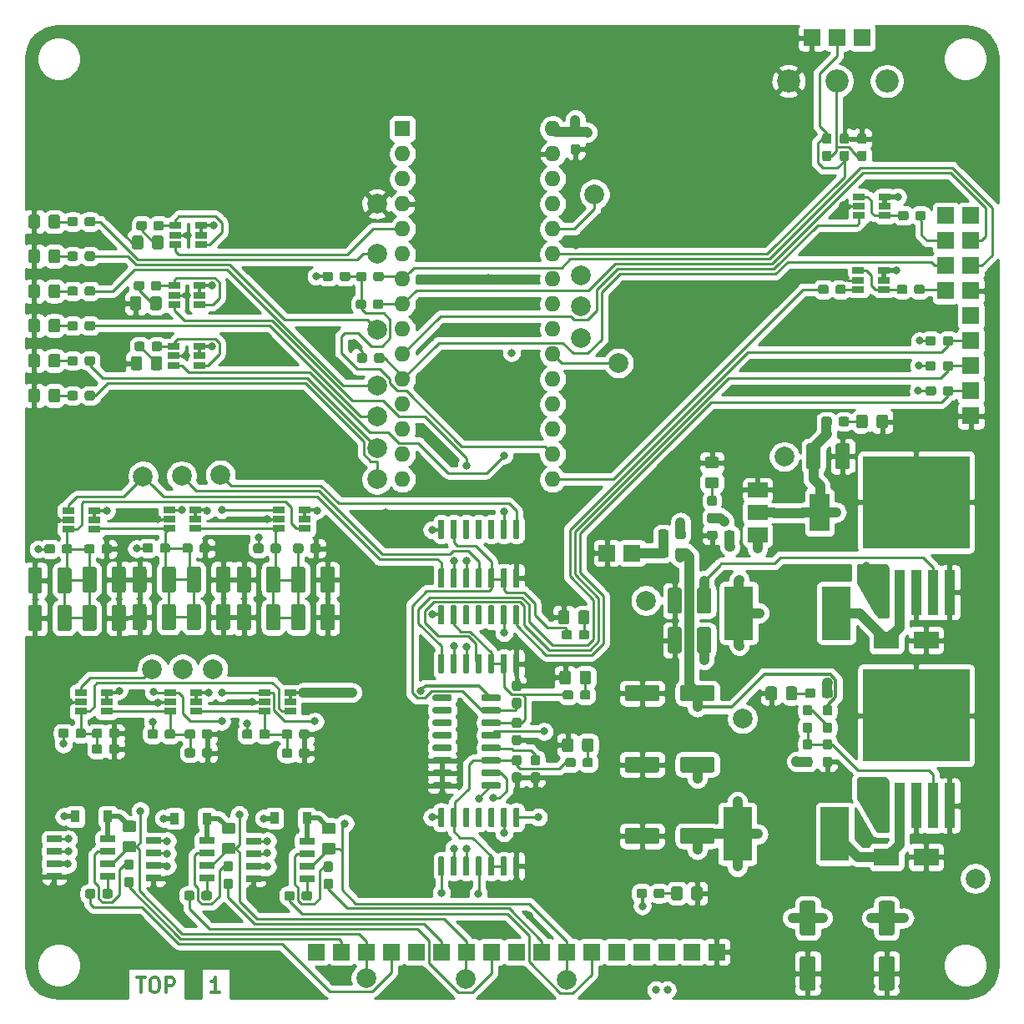
<source format=gbr>
G04 #@! TF.GenerationSoftware,KiCad,Pcbnew,(5.1.5)-3*
G04 #@! TF.CreationDate,2021-09-15T23:35:39+03:00*
G04 #@! TF.ProjectId,PowerPCB,506f7765-7250-4434-922e-6b696361645f,3 Under Design*
G04 #@! TF.SameCoordinates,PX6dac2c0PY8583b00*
G04 #@! TF.FileFunction,Copper,L1,Top*
G04 #@! TF.FilePolarity,Positive*
%FSLAX46Y46*%
G04 Gerber Fmt 4.6, Leading zero omitted, Abs format (unit mm)*
G04 Created by KiCad (PCBNEW (5.1.5)-3) date 2021-09-15 23:35:39*
%MOMM*%
%LPD*%
G04 APERTURE LIST*
%ADD10C,0.300000*%
%ADD11C,0.100000*%
%ADD12C,2.000000*%
%ADD13R,2.500000X1.800000*%
%ADD14R,0.900000X1.200000*%
%ADD15R,1.700000X1.700000*%
%ADD16O,1.600000X1.600000*%
%ADD17R,1.600000X1.600000*%
%ADD18R,1.525000X0.650000*%
%ADD19R,1.220000X0.650000*%
%ADD20R,2.900000X5.400000*%
%ADD21R,10.800000X9.400000*%
%ADD22R,1.100000X4.600000*%
%ADD23C,2.340000*%
%ADD24R,2.000000X1.500000*%
%ADD25R,2.000000X3.800000*%
%ADD26C,0.800000*%
%ADD27C,0.250000*%
%ADD28C,1.000000*%
%ADD29C,0.500000*%
%ADD30C,0.350000*%
%ADD31C,0.254000*%
G04 APERTURE END LIST*
D10*
X128971214Y2770429D02*
X129828357Y2770429D01*
X129399785Y1270429D02*
X129399785Y2770429D01*
X130614071Y2770429D02*
X130899785Y2770429D01*
X131042642Y2699000D01*
X131185500Y2556143D01*
X131256928Y2270429D01*
X131256928Y1770429D01*
X131185500Y1484715D01*
X131042642Y1341858D01*
X130899785Y1270429D01*
X130614071Y1270429D01*
X130471214Y1341858D01*
X130328357Y1484715D01*
X130256928Y1770429D01*
X130256928Y2270429D01*
X130328357Y2556143D01*
X130471214Y2699000D01*
X130614071Y2770429D01*
X131899785Y1270429D02*
X131899785Y2770429D01*
X132471214Y2770429D01*
X132614071Y2699000D01*
X132685500Y2627572D01*
X132756928Y2484715D01*
X132756928Y2270429D01*
X132685500Y2127572D01*
X132614071Y2056143D01*
X132471214Y1984715D01*
X131899785Y1984715D01*
X137364071Y1270429D02*
X136506928Y1270429D01*
X136935500Y1270429D02*
X136935500Y2770429D01*
X136792642Y2556143D01*
X136649785Y2413286D01*
X136506928Y2341858D01*
G04 #@! TA.AperFunction,SMDPad,CuDef*
D11*
G36*
X120923105Y62508396D02*
G01*
X120947373Y62504796D01*
X120971172Y62498835D01*
X120994271Y62490570D01*
X121016450Y62480080D01*
X121037493Y62467468D01*
X121057199Y62452853D01*
X121075377Y62436377D01*
X121091853Y62418199D01*
X121106468Y62398493D01*
X121119080Y62377450D01*
X121129570Y62355271D01*
X121137835Y62332172D01*
X121143796Y62308373D01*
X121147396Y62284105D01*
X121148600Y62259601D01*
X121148600Y61359599D01*
X121147396Y61335095D01*
X121143796Y61310827D01*
X121137835Y61287028D01*
X121129570Y61263929D01*
X121119080Y61241750D01*
X121106468Y61220707D01*
X121091853Y61201001D01*
X121075377Y61182823D01*
X121057199Y61166347D01*
X121037493Y61151732D01*
X121016450Y61139120D01*
X120994271Y61128630D01*
X120971172Y61120365D01*
X120947373Y61114404D01*
X120923105Y61110804D01*
X120898601Y61109600D01*
X120248599Y61109600D01*
X120224095Y61110804D01*
X120199827Y61114404D01*
X120176028Y61120365D01*
X120152929Y61128630D01*
X120130750Y61139120D01*
X120109707Y61151732D01*
X120090001Y61166347D01*
X120071823Y61182823D01*
X120055347Y61201001D01*
X120040732Y61220707D01*
X120028120Y61241750D01*
X120017630Y61263929D01*
X120009365Y61287028D01*
X120003404Y61310827D01*
X119999804Y61335095D01*
X119998600Y61359599D01*
X119998600Y62259601D01*
X119999804Y62284105D01*
X120003404Y62308373D01*
X120009365Y62332172D01*
X120017630Y62355271D01*
X120028120Y62377450D01*
X120040732Y62398493D01*
X120055347Y62418199D01*
X120071823Y62436377D01*
X120090001Y62452853D01*
X120109707Y62467468D01*
X120130750Y62480080D01*
X120152929Y62490570D01*
X120176028Y62498835D01*
X120199827Y62504796D01*
X120224095Y62508396D01*
X120248599Y62509600D01*
X120898601Y62509600D01*
X120923105Y62508396D01*
G37*
G04 #@! TD.AperFunction*
G04 #@! TA.AperFunction,SMDPad,CuDef*
G36*
X118873105Y62508396D02*
G01*
X118897373Y62504796D01*
X118921172Y62498835D01*
X118944271Y62490570D01*
X118966450Y62480080D01*
X118987493Y62467468D01*
X119007199Y62452853D01*
X119025377Y62436377D01*
X119041853Y62418199D01*
X119056468Y62398493D01*
X119069080Y62377450D01*
X119079570Y62355271D01*
X119087835Y62332172D01*
X119093796Y62308373D01*
X119097396Y62284105D01*
X119098600Y62259601D01*
X119098600Y61359599D01*
X119097396Y61335095D01*
X119093796Y61310827D01*
X119087835Y61287028D01*
X119079570Y61263929D01*
X119069080Y61241750D01*
X119056468Y61220707D01*
X119041853Y61201001D01*
X119025377Y61182823D01*
X119007199Y61166347D01*
X118987493Y61151732D01*
X118966450Y61139120D01*
X118944271Y61128630D01*
X118921172Y61120365D01*
X118897373Y61114404D01*
X118873105Y61110804D01*
X118848601Y61109600D01*
X118198599Y61109600D01*
X118174095Y61110804D01*
X118149827Y61114404D01*
X118126028Y61120365D01*
X118102929Y61128630D01*
X118080750Y61139120D01*
X118059707Y61151732D01*
X118040001Y61166347D01*
X118021823Y61182823D01*
X118005347Y61201001D01*
X117990732Y61220707D01*
X117978120Y61241750D01*
X117967630Y61263929D01*
X117959365Y61287028D01*
X117953404Y61310827D01*
X117949804Y61335095D01*
X117948600Y61359599D01*
X117948600Y62259601D01*
X117949804Y62284105D01*
X117953404Y62308373D01*
X117959365Y62332172D01*
X117967630Y62355271D01*
X117978120Y62377450D01*
X117990732Y62398493D01*
X118005347Y62418199D01*
X118021823Y62436377D01*
X118040001Y62452853D01*
X118059707Y62467468D01*
X118080750Y62480080D01*
X118102929Y62490570D01*
X118126028Y62498835D01*
X118149827Y62504796D01*
X118174095Y62508396D01*
X118198599Y62509600D01*
X118848601Y62509600D01*
X118873105Y62508396D01*
G37*
G04 #@! TD.AperFunction*
G04 #@! TA.AperFunction,SMDPad,CuDef*
G36*
X124616804Y40589896D02*
G01*
X124641073Y40586296D01*
X124664871Y40580335D01*
X124687971Y40572070D01*
X124710149Y40561580D01*
X124731193Y40548967D01*
X124750898Y40534353D01*
X124769077Y40517877D01*
X124785553Y40499698D01*
X124800167Y40479993D01*
X124812780Y40458949D01*
X124823270Y40436771D01*
X124831535Y40413671D01*
X124837496Y40389873D01*
X124841096Y40365604D01*
X124842300Y40341100D01*
X124842300Y38191100D01*
X124841096Y38166596D01*
X124837496Y38142327D01*
X124831535Y38118529D01*
X124823270Y38095429D01*
X124812780Y38073251D01*
X124800167Y38052207D01*
X124785553Y38032502D01*
X124769077Y38014323D01*
X124750898Y37997847D01*
X124731193Y37983233D01*
X124710149Y37970620D01*
X124687971Y37960130D01*
X124664871Y37951865D01*
X124641073Y37945904D01*
X124616804Y37942304D01*
X124592300Y37941100D01*
X123667300Y37941100D01*
X123642796Y37942304D01*
X123618527Y37945904D01*
X123594729Y37951865D01*
X123571629Y37960130D01*
X123549451Y37970620D01*
X123528407Y37983233D01*
X123508702Y37997847D01*
X123490523Y38014323D01*
X123474047Y38032502D01*
X123459433Y38052207D01*
X123446820Y38073251D01*
X123436330Y38095429D01*
X123428065Y38118529D01*
X123422104Y38142327D01*
X123418504Y38166596D01*
X123417300Y38191100D01*
X123417300Y40341100D01*
X123418504Y40365604D01*
X123422104Y40389873D01*
X123428065Y40413671D01*
X123436330Y40436771D01*
X123446820Y40458949D01*
X123459433Y40479993D01*
X123474047Y40499698D01*
X123490523Y40517877D01*
X123508702Y40534353D01*
X123528407Y40548967D01*
X123549451Y40561580D01*
X123571629Y40572070D01*
X123594729Y40580335D01*
X123618527Y40586296D01*
X123642796Y40589896D01*
X123667300Y40591100D01*
X124592300Y40591100D01*
X124616804Y40589896D01*
G37*
G04 #@! TD.AperFunction*
G04 #@! TA.AperFunction,SMDPad,CuDef*
G36*
X127591804Y40589896D02*
G01*
X127616073Y40586296D01*
X127639871Y40580335D01*
X127662971Y40572070D01*
X127685149Y40561580D01*
X127706193Y40548967D01*
X127725898Y40534353D01*
X127744077Y40517877D01*
X127760553Y40499698D01*
X127775167Y40479993D01*
X127787780Y40458949D01*
X127798270Y40436771D01*
X127806535Y40413671D01*
X127812496Y40389873D01*
X127816096Y40365604D01*
X127817300Y40341100D01*
X127817300Y38191100D01*
X127816096Y38166596D01*
X127812496Y38142327D01*
X127806535Y38118529D01*
X127798270Y38095429D01*
X127787780Y38073251D01*
X127775167Y38052207D01*
X127760553Y38032502D01*
X127744077Y38014323D01*
X127725898Y37997847D01*
X127706193Y37983233D01*
X127685149Y37970620D01*
X127662971Y37960130D01*
X127639871Y37951865D01*
X127616073Y37945904D01*
X127591804Y37942304D01*
X127567300Y37941100D01*
X126642300Y37941100D01*
X126617796Y37942304D01*
X126593527Y37945904D01*
X126569729Y37951865D01*
X126546629Y37960130D01*
X126524451Y37970620D01*
X126503407Y37983233D01*
X126483702Y37997847D01*
X126465523Y38014323D01*
X126449047Y38032502D01*
X126434433Y38052207D01*
X126421820Y38073251D01*
X126411330Y38095429D01*
X126403065Y38118529D01*
X126397104Y38142327D01*
X126393504Y38166596D01*
X126392300Y38191100D01*
X126392300Y40341100D01*
X126393504Y40365604D01*
X126397104Y40389873D01*
X126403065Y40413671D01*
X126411330Y40436771D01*
X126421820Y40458949D01*
X126434433Y40479993D01*
X126449047Y40499698D01*
X126465523Y40517877D01*
X126483702Y40534353D01*
X126503407Y40548967D01*
X126524451Y40561580D01*
X126546629Y40572070D01*
X126569729Y40580335D01*
X126593527Y40586296D01*
X126617796Y40589896D01*
X126642300Y40591100D01*
X127567300Y40591100D01*
X127591804Y40589896D01*
G37*
G04 #@! TD.AperFunction*
G04 #@! TA.AperFunction,SMDPad,CuDef*
G36*
X122076804Y40589896D02*
G01*
X122101073Y40586296D01*
X122124871Y40580335D01*
X122147971Y40572070D01*
X122170149Y40561580D01*
X122191193Y40548967D01*
X122210898Y40534353D01*
X122229077Y40517877D01*
X122245553Y40499698D01*
X122260167Y40479993D01*
X122272780Y40458949D01*
X122283270Y40436771D01*
X122291535Y40413671D01*
X122297496Y40389873D01*
X122301096Y40365604D01*
X122302300Y40341100D01*
X122302300Y38191100D01*
X122301096Y38166596D01*
X122297496Y38142327D01*
X122291535Y38118529D01*
X122283270Y38095429D01*
X122272780Y38073251D01*
X122260167Y38052207D01*
X122245553Y38032502D01*
X122229077Y38014323D01*
X122210898Y37997847D01*
X122191193Y37983233D01*
X122170149Y37970620D01*
X122147971Y37960130D01*
X122124871Y37951865D01*
X122101073Y37945904D01*
X122076804Y37942304D01*
X122052300Y37941100D01*
X121127300Y37941100D01*
X121102796Y37942304D01*
X121078527Y37945904D01*
X121054729Y37951865D01*
X121031629Y37960130D01*
X121009451Y37970620D01*
X120988407Y37983233D01*
X120968702Y37997847D01*
X120950523Y38014323D01*
X120934047Y38032502D01*
X120919433Y38052207D01*
X120906820Y38073251D01*
X120896330Y38095429D01*
X120888065Y38118529D01*
X120882104Y38142327D01*
X120878504Y38166596D01*
X120877300Y38191100D01*
X120877300Y40341100D01*
X120878504Y40365604D01*
X120882104Y40389873D01*
X120888065Y40413671D01*
X120896330Y40436771D01*
X120906820Y40458949D01*
X120919433Y40479993D01*
X120934047Y40499698D01*
X120950523Y40517877D01*
X120968702Y40534353D01*
X120988407Y40548967D01*
X121009451Y40561580D01*
X121031629Y40572070D01*
X121054729Y40580335D01*
X121078527Y40586296D01*
X121102796Y40589896D01*
X121127300Y40591100D01*
X122052300Y40591100D01*
X122076804Y40589896D01*
G37*
G04 #@! TD.AperFunction*
G04 #@! TA.AperFunction,SMDPad,CuDef*
G36*
X119101804Y40589896D02*
G01*
X119126073Y40586296D01*
X119149871Y40580335D01*
X119172971Y40572070D01*
X119195149Y40561580D01*
X119216193Y40548967D01*
X119235898Y40534353D01*
X119254077Y40517877D01*
X119270553Y40499698D01*
X119285167Y40479993D01*
X119297780Y40458949D01*
X119308270Y40436771D01*
X119316535Y40413671D01*
X119322496Y40389873D01*
X119326096Y40365604D01*
X119327300Y40341100D01*
X119327300Y38191100D01*
X119326096Y38166596D01*
X119322496Y38142327D01*
X119316535Y38118529D01*
X119308270Y38095429D01*
X119297780Y38073251D01*
X119285167Y38052207D01*
X119270553Y38032502D01*
X119254077Y38014323D01*
X119235898Y37997847D01*
X119216193Y37983233D01*
X119195149Y37970620D01*
X119172971Y37960130D01*
X119149871Y37951865D01*
X119126073Y37945904D01*
X119101804Y37942304D01*
X119077300Y37941100D01*
X118152300Y37941100D01*
X118127796Y37942304D01*
X118103527Y37945904D01*
X118079729Y37951865D01*
X118056629Y37960130D01*
X118034451Y37970620D01*
X118013407Y37983233D01*
X117993702Y37997847D01*
X117975523Y38014323D01*
X117959047Y38032502D01*
X117944433Y38052207D01*
X117931820Y38073251D01*
X117921330Y38095429D01*
X117913065Y38118529D01*
X117907104Y38142327D01*
X117903504Y38166596D01*
X117902300Y38191100D01*
X117902300Y40341100D01*
X117903504Y40365604D01*
X117907104Y40389873D01*
X117913065Y40413671D01*
X117921330Y40436771D01*
X117931820Y40458949D01*
X117944433Y40479993D01*
X117959047Y40499698D01*
X117975523Y40517877D01*
X117993702Y40534353D01*
X118013407Y40548967D01*
X118034451Y40561580D01*
X118056629Y40572070D01*
X118079729Y40580335D01*
X118103527Y40586296D01*
X118127796Y40589896D01*
X118152300Y40591100D01*
X119077300Y40591100D01*
X119101804Y40589896D01*
G37*
G04 #@! TD.AperFunction*
G04 #@! TA.AperFunction,SMDPad,CuDef*
G36*
X135208604Y44488796D02*
G01*
X135232873Y44485196D01*
X135256671Y44479235D01*
X135279771Y44470970D01*
X135301949Y44460480D01*
X135322993Y44447867D01*
X135342698Y44433253D01*
X135360877Y44416777D01*
X135377353Y44398598D01*
X135391967Y44378893D01*
X135404580Y44357849D01*
X135415070Y44335671D01*
X135423335Y44312571D01*
X135429296Y44288773D01*
X135432896Y44264504D01*
X135434100Y44240000D01*
X135434100Y42090000D01*
X135432896Y42065496D01*
X135429296Y42041227D01*
X135423335Y42017429D01*
X135415070Y41994329D01*
X135404580Y41972151D01*
X135391967Y41951107D01*
X135377353Y41931402D01*
X135360877Y41913223D01*
X135342698Y41896747D01*
X135322993Y41882133D01*
X135301949Y41869520D01*
X135279771Y41859030D01*
X135256671Y41850765D01*
X135232873Y41844804D01*
X135208604Y41841204D01*
X135184100Y41840000D01*
X134259100Y41840000D01*
X134234596Y41841204D01*
X134210327Y41844804D01*
X134186529Y41850765D01*
X134163429Y41859030D01*
X134141251Y41869520D01*
X134120207Y41882133D01*
X134100502Y41896747D01*
X134082323Y41913223D01*
X134065847Y41931402D01*
X134051233Y41951107D01*
X134038620Y41972151D01*
X134028130Y41994329D01*
X134019865Y42017429D01*
X134013904Y42041227D01*
X134010304Y42065496D01*
X134009100Y42090000D01*
X134009100Y44240000D01*
X134010304Y44264504D01*
X134013904Y44288773D01*
X134019865Y44312571D01*
X134028130Y44335671D01*
X134038620Y44357849D01*
X134051233Y44378893D01*
X134065847Y44398598D01*
X134082323Y44416777D01*
X134100502Y44433253D01*
X134120207Y44447867D01*
X134141251Y44460480D01*
X134163429Y44470970D01*
X134186529Y44479235D01*
X134210327Y44485196D01*
X134234596Y44488796D01*
X134259100Y44490000D01*
X135184100Y44490000D01*
X135208604Y44488796D01*
G37*
G04 #@! TD.AperFunction*
G04 #@! TA.AperFunction,SMDPad,CuDef*
G36*
X138183604Y44488796D02*
G01*
X138207873Y44485196D01*
X138231671Y44479235D01*
X138254771Y44470970D01*
X138276949Y44460480D01*
X138297993Y44447867D01*
X138317698Y44433253D01*
X138335877Y44416777D01*
X138352353Y44398598D01*
X138366967Y44378893D01*
X138379580Y44357849D01*
X138390070Y44335671D01*
X138398335Y44312571D01*
X138404296Y44288773D01*
X138407896Y44264504D01*
X138409100Y44240000D01*
X138409100Y42090000D01*
X138407896Y42065496D01*
X138404296Y42041227D01*
X138398335Y42017429D01*
X138390070Y41994329D01*
X138379580Y41972151D01*
X138366967Y41951107D01*
X138352353Y41931402D01*
X138335877Y41913223D01*
X138317698Y41896747D01*
X138297993Y41882133D01*
X138276949Y41869520D01*
X138254771Y41859030D01*
X138231671Y41850765D01*
X138207873Y41844804D01*
X138183604Y41841204D01*
X138159100Y41840000D01*
X137234100Y41840000D01*
X137209596Y41841204D01*
X137185327Y41844804D01*
X137161529Y41850765D01*
X137138429Y41859030D01*
X137116251Y41869520D01*
X137095207Y41882133D01*
X137075502Y41896747D01*
X137057323Y41913223D01*
X137040847Y41931402D01*
X137026233Y41951107D01*
X137013620Y41972151D01*
X137003130Y41994329D01*
X136994865Y42017429D01*
X136988904Y42041227D01*
X136985304Y42065496D01*
X136984100Y42090000D01*
X136984100Y44240000D01*
X136985304Y44264504D01*
X136988904Y44288773D01*
X136994865Y44312571D01*
X137003130Y44335671D01*
X137013620Y44357849D01*
X137026233Y44378893D01*
X137040847Y44398598D01*
X137057323Y44416777D01*
X137075502Y44433253D01*
X137095207Y44447867D01*
X137116251Y44460480D01*
X137138429Y44470970D01*
X137161529Y44479235D01*
X137185327Y44485196D01*
X137209596Y44488796D01*
X137234100Y44490000D01*
X138159100Y44490000D01*
X138183604Y44488796D01*
G37*
G04 #@! TD.AperFunction*
G04 #@! TA.AperFunction,SMDPad,CuDef*
G36*
X122076804Y44399896D02*
G01*
X122101073Y44396296D01*
X122124871Y44390335D01*
X122147971Y44382070D01*
X122170149Y44371580D01*
X122191193Y44358967D01*
X122210898Y44344353D01*
X122229077Y44327877D01*
X122245553Y44309698D01*
X122260167Y44289993D01*
X122272780Y44268949D01*
X122283270Y44246771D01*
X122291535Y44223671D01*
X122297496Y44199873D01*
X122301096Y44175604D01*
X122302300Y44151100D01*
X122302300Y42001100D01*
X122301096Y41976596D01*
X122297496Y41952327D01*
X122291535Y41928529D01*
X122283270Y41905429D01*
X122272780Y41883251D01*
X122260167Y41862207D01*
X122245553Y41842502D01*
X122229077Y41824323D01*
X122210898Y41807847D01*
X122191193Y41793233D01*
X122170149Y41780620D01*
X122147971Y41770130D01*
X122124871Y41761865D01*
X122101073Y41755904D01*
X122076804Y41752304D01*
X122052300Y41751100D01*
X121127300Y41751100D01*
X121102796Y41752304D01*
X121078527Y41755904D01*
X121054729Y41761865D01*
X121031629Y41770130D01*
X121009451Y41780620D01*
X120988407Y41793233D01*
X120968702Y41807847D01*
X120950523Y41824323D01*
X120934047Y41842502D01*
X120919433Y41862207D01*
X120906820Y41883251D01*
X120896330Y41905429D01*
X120888065Y41928529D01*
X120882104Y41952327D01*
X120878504Y41976596D01*
X120877300Y42001100D01*
X120877300Y44151100D01*
X120878504Y44175604D01*
X120882104Y44199873D01*
X120888065Y44223671D01*
X120896330Y44246771D01*
X120906820Y44268949D01*
X120919433Y44289993D01*
X120934047Y44309698D01*
X120950523Y44327877D01*
X120968702Y44344353D01*
X120988407Y44358967D01*
X121009451Y44371580D01*
X121031629Y44382070D01*
X121054729Y44390335D01*
X121078527Y44396296D01*
X121102796Y44399896D01*
X121127300Y44401100D01*
X122052300Y44401100D01*
X122076804Y44399896D01*
G37*
G04 #@! TD.AperFunction*
G04 #@! TA.AperFunction,SMDPad,CuDef*
G36*
X119101804Y44399896D02*
G01*
X119126073Y44396296D01*
X119149871Y44390335D01*
X119172971Y44382070D01*
X119195149Y44371580D01*
X119216193Y44358967D01*
X119235898Y44344353D01*
X119254077Y44327877D01*
X119270553Y44309698D01*
X119285167Y44289993D01*
X119297780Y44268949D01*
X119308270Y44246771D01*
X119316535Y44223671D01*
X119322496Y44199873D01*
X119326096Y44175604D01*
X119327300Y44151100D01*
X119327300Y42001100D01*
X119326096Y41976596D01*
X119322496Y41952327D01*
X119316535Y41928529D01*
X119308270Y41905429D01*
X119297780Y41883251D01*
X119285167Y41862207D01*
X119270553Y41842502D01*
X119254077Y41824323D01*
X119235898Y41807847D01*
X119216193Y41793233D01*
X119195149Y41780620D01*
X119172971Y41770130D01*
X119149871Y41761865D01*
X119126073Y41755904D01*
X119101804Y41752304D01*
X119077300Y41751100D01*
X118152300Y41751100D01*
X118127796Y41752304D01*
X118103527Y41755904D01*
X118079729Y41761865D01*
X118056629Y41770130D01*
X118034451Y41780620D01*
X118013407Y41793233D01*
X117993702Y41807847D01*
X117975523Y41824323D01*
X117959047Y41842502D01*
X117944433Y41862207D01*
X117931820Y41883251D01*
X117921330Y41905429D01*
X117913065Y41928529D01*
X117907104Y41952327D01*
X117903504Y41976596D01*
X117902300Y42001100D01*
X117902300Y44151100D01*
X117903504Y44175604D01*
X117907104Y44199873D01*
X117913065Y44223671D01*
X117921330Y44246771D01*
X117931820Y44268949D01*
X117944433Y44289993D01*
X117959047Y44309698D01*
X117975523Y44327877D01*
X117993702Y44344353D01*
X118013407Y44358967D01*
X118034451Y44371580D01*
X118056629Y44382070D01*
X118079729Y44390335D01*
X118103527Y44396296D01*
X118127796Y44399896D01*
X118152300Y44401100D01*
X119077300Y44401100D01*
X119101804Y44399896D01*
G37*
G04 #@! TD.AperFunction*
D12*
X129555500Y53635900D03*
G04 #@! TA.AperFunction,SMDPad,CuDef*
D11*
G36*
X181731504Y32421796D02*
G01*
X181755773Y32418196D01*
X181779571Y32412235D01*
X181802671Y32403970D01*
X181824849Y32393480D01*
X181845893Y32380867D01*
X181865598Y32366253D01*
X181883777Y32349777D01*
X181900253Y32331598D01*
X181914867Y32311893D01*
X181927480Y32290849D01*
X181937970Y32268671D01*
X181946235Y32245571D01*
X181952196Y32221773D01*
X181955796Y32197504D01*
X181957000Y32173000D01*
X181957000Y31073000D01*
X181955796Y31048496D01*
X181952196Y31024227D01*
X181946235Y31000429D01*
X181937970Y30977329D01*
X181927480Y30955151D01*
X181914867Y30934107D01*
X181900253Y30914402D01*
X181883777Y30896223D01*
X181865598Y30879747D01*
X181845893Y30865133D01*
X181824849Y30852520D01*
X181802671Y30842030D01*
X181779571Y30833765D01*
X181755773Y30827804D01*
X181731504Y30824204D01*
X181707000Y30823000D01*
X178707000Y30823000D01*
X178682496Y30824204D01*
X178658227Y30827804D01*
X178634429Y30833765D01*
X178611329Y30842030D01*
X178589151Y30852520D01*
X178568107Y30865133D01*
X178548402Y30879747D01*
X178530223Y30896223D01*
X178513747Y30914402D01*
X178499133Y30934107D01*
X178486520Y30955151D01*
X178476030Y30977329D01*
X178467765Y31000429D01*
X178461804Y31024227D01*
X178458204Y31048496D01*
X178457000Y31073000D01*
X178457000Y32173000D01*
X178458204Y32197504D01*
X178461804Y32221773D01*
X178467765Y32245571D01*
X178476030Y32268671D01*
X178486520Y32290849D01*
X178499133Y32311893D01*
X178513747Y32331598D01*
X178530223Y32349777D01*
X178548402Y32366253D01*
X178568107Y32380867D01*
X178589151Y32393480D01*
X178611329Y32403970D01*
X178634429Y32412235D01*
X178658227Y32418196D01*
X178682496Y32421796D01*
X178707000Y32423000D01*
X181707000Y32423000D01*
X181731504Y32421796D01*
G37*
G04 #@! TD.AperFunction*
G04 #@! TA.AperFunction,SMDPad,CuDef*
G36*
X187331504Y32421796D02*
G01*
X187355773Y32418196D01*
X187379571Y32412235D01*
X187402671Y32403970D01*
X187424849Y32393480D01*
X187445893Y32380867D01*
X187465598Y32366253D01*
X187483777Y32349777D01*
X187500253Y32331598D01*
X187514867Y32311893D01*
X187527480Y32290849D01*
X187537970Y32268671D01*
X187546235Y32245571D01*
X187552196Y32221773D01*
X187555796Y32197504D01*
X187557000Y32173000D01*
X187557000Y31073000D01*
X187555796Y31048496D01*
X187552196Y31024227D01*
X187546235Y31000429D01*
X187537970Y30977329D01*
X187527480Y30955151D01*
X187514867Y30934107D01*
X187500253Y30914402D01*
X187483777Y30896223D01*
X187465598Y30879747D01*
X187445893Y30865133D01*
X187424849Y30852520D01*
X187402671Y30842030D01*
X187379571Y30833765D01*
X187355773Y30827804D01*
X187331504Y30824204D01*
X187307000Y30823000D01*
X184307000Y30823000D01*
X184282496Y30824204D01*
X184258227Y30827804D01*
X184234429Y30833765D01*
X184211329Y30842030D01*
X184189151Y30852520D01*
X184168107Y30865133D01*
X184148402Y30879747D01*
X184130223Y30896223D01*
X184113747Y30914402D01*
X184099133Y30934107D01*
X184086520Y30955151D01*
X184076030Y30977329D01*
X184067765Y31000429D01*
X184061804Y31024227D01*
X184058204Y31048496D01*
X184057000Y31073000D01*
X184057000Y32173000D01*
X184058204Y32197504D01*
X184061804Y32221773D01*
X184067765Y32245571D01*
X184076030Y32268671D01*
X184086520Y32290849D01*
X184099133Y32311893D01*
X184113747Y32331598D01*
X184130223Y32349777D01*
X184148402Y32366253D01*
X184168107Y32380867D01*
X184189151Y32393480D01*
X184211329Y32403970D01*
X184234429Y32412235D01*
X184258227Y32418196D01*
X184282496Y32421796D01*
X184307000Y32423000D01*
X187307000Y32423000D01*
X187331504Y32421796D01*
G37*
G04 #@! TD.AperFunction*
G04 #@! TA.AperFunction,SMDPad,CuDef*
G36*
X189374279Y48124856D02*
G01*
X189397334Y48121437D01*
X189419943Y48115773D01*
X189441887Y48107921D01*
X189462957Y48097956D01*
X189482948Y48085974D01*
X189501668Y48072090D01*
X189518938Y48056438D01*
X189534590Y48039168D01*
X189548474Y48020448D01*
X189560456Y48000457D01*
X189570421Y47979387D01*
X189578273Y47957443D01*
X189583937Y47934834D01*
X189587356Y47911779D01*
X189588500Y47888500D01*
X189588500Y47413500D01*
X189587356Y47390221D01*
X189583937Y47367166D01*
X189578273Y47344557D01*
X189570421Y47322613D01*
X189560456Y47301543D01*
X189548474Y47281552D01*
X189534590Y47262832D01*
X189518938Y47245562D01*
X189501668Y47229910D01*
X189482948Y47216026D01*
X189462957Y47204044D01*
X189441887Y47194079D01*
X189419943Y47186227D01*
X189397334Y47180563D01*
X189374279Y47177144D01*
X189351000Y47176000D01*
X188776000Y47176000D01*
X188752721Y47177144D01*
X188729666Y47180563D01*
X188707057Y47186227D01*
X188685113Y47194079D01*
X188664043Y47204044D01*
X188644052Y47216026D01*
X188625332Y47229910D01*
X188608062Y47245562D01*
X188592410Y47262832D01*
X188578526Y47281552D01*
X188566544Y47301543D01*
X188556579Y47322613D01*
X188548727Y47344557D01*
X188543063Y47367166D01*
X188539644Y47390221D01*
X188538500Y47413500D01*
X188538500Y47888500D01*
X188539644Y47911779D01*
X188543063Y47934834D01*
X188548727Y47957443D01*
X188556579Y47979387D01*
X188566544Y48000457D01*
X188578526Y48020448D01*
X188592410Y48039168D01*
X188608062Y48056438D01*
X188625332Y48072090D01*
X188644052Y48085974D01*
X188664043Y48097956D01*
X188685113Y48107921D01*
X188707057Y48115773D01*
X188729666Y48121437D01*
X188752721Y48124856D01*
X188776000Y48126000D01*
X189351000Y48126000D01*
X189374279Y48124856D01*
G37*
G04 #@! TD.AperFunction*
G04 #@! TA.AperFunction,SMDPad,CuDef*
G36*
X187624279Y48124856D02*
G01*
X187647334Y48121437D01*
X187669943Y48115773D01*
X187691887Y48107921D01*
X187712957Y48097956D01*
X187732948Y48085974D01*
X187751668Y48072090D01*
X187768938Y48056438D01*
X187784590Y48039168D01*
X187798474Y48020448D01*
X187810456Y48000457D01*
X187820421Y47979387D01*
X187828273Y47957443D01*
X187833937Y47934834D01*
X187837356Y47911779D01*
X187838500Y47888500D01*
X187838500Y47413500D01*
X187837356Y47390221D01*
X187833937Y47367166D01*
X187828273Y47344557D01*
X187820421Y47322613D01*
X187810456Y47301543D01*
X187798474Y47281552D01*
X187784590Y47262832D01*
X187768938Y47245562D01*
X187751668Y47229910D01*
X187732948Y47216026D01*
X187712957Y47204044D01*
X187691887Y47194079D01*
X187669943Y47186227D01*
X187647334Y47180563D01*
X187624279Y47177144D01*
X187601000Y47176000D01*
X187026000Y47176000D01*
X187002721Y47177144D01*
X186979666Y47180563D01*
X186957057Y47186227D01*
X186935113Y47194079D01*
X186914043Y47204044D01*
X186894052Y47216026D01*
X186875332Y47229910D01*
X186858062Y47245562D01*
X186842410Y47262832D01*
X186828526Y47281552D01*
X186816544Y47301543D01*
X186806579Y47322613D01*
X186798727Y47344557D01*
X186793063Y47367166D01*
X186789644Y47390221D01*
X186788500Y47413500D01*
X186788500Y47888500D01*
X186789644Y47911779D01*
X186793063Y47934834D01*
X186798727Y47957443D01*
X186806579Y47979387D01*
X186816544Y48000457D01*
X186828526Y48020448D01*
X186842410Y48039168D01*
X186858062Y48056438D01*
X186875332Y48072090D01*
X186894052Y48085974D01*
X186914043Y48097956D01*
X186935113Y48107921D01*
X186957057Y48115773D01*
X186979666Y48121437D01*
X187002721Y48124856D01*
X187026000Y48126000D01*
X187601000Y48126000D01*
X187624279Y48124856D01*
G37*
G04 #@! TD.AperFunction*
G04 #@! TA.AperFunction,SMDPad,CuDef*
G36*
X205574504Y4948796D02*
G01*
X205598773Y4945196D01*
X205622571Y4939235D01*
X205645671Y4930970D01*
X205667849Y4920480D01*
X205688893Y4907867D01*
X205708598Y4893253D01*
X205726777Y4876777D01*
X205743253Y4858598D01*
X205757867Y4838893D01*
X205770480Y4817849D01*
X205780970Y4795671D01*
X205789235Y4772571D01*
X205795196Y4748773D01*
X205798796Y4724504D01*
X205800000Y4700000D01*
X205800000Y1700000D01*
X205798796Y1675496D01*
X205795196Y1651227D01*
X205789235Y1627429D01*
X205780970Y1604329D01*
X205770480Y1582151D01*
X205757867Y1561107D01*
X205743253Y1541402D01*
X205726777Y1523223D01*
X205708598Y1506747D01*
X205688893Y1492133D01*
X205667849Y1479520D01*
X205645671Y1469030D01*
X205622571Y1460765D01*
X205598773Y1454804D01*
X205574504Y1451204D01*
X205550000Y1450000D01*
X204450000Y1450000D01*
X204425496Y1451204D01*
X204401227Y1454804D01*
X204377429Y1460765D01*
X204354329Y1469030D01*
X204332151Y1479520D01*
X204311107Y1492133D01*
X204291402Y1506747D01*
X204273223Y1523223D01*
X204256747Y1541402D01*
X204242133Y1561107D01*
X204229520Y1582151D01*
X204219030Y1604329D01*
X204210765Y1627429D01*
X204204804Y1651227D01*
X204201204Y1675496D01*
X204200000Y1700000D01*
X204200000Y4700000D01*
X204201204Y4724504D01*
X204204804Y4748773D01*
X204210765Y4772571D01*
X204219030Y4795671D01*
X204229520Y4817849D01*
X204242133Y4838893D01*
X204256747Y4858598D01*
X204273223Y4876777D01*
X204291402Y4893253D01*
X204311107Y4907867D01*
X204332151Y4920480D01*
X204354329Y4930970D01*
X204377429Y4939235D01*
X204401227Y4945196D01*
X204425496Y4948796D01*
X204450000Y4950000D01*
X205550000Y4950000D01*
X205574504Y4948796D01*
G37*
G04 #@! TD.AperFunction*
G04 #@! TA.AperFunction,SMDPad,CuDef*
G36*
X205574504Y10548796D02*
G01*
X205598773Y10545196D01*
X205622571Y10539235D01*
X205645671Y10530970D01*
X205667849Y10520480D01*
X205688893Y10507867D01*
X205708598Y10493253D01*
X205726777Y10476777D01*
X205743253Y10458598D01*
X205757867Y10438893D01*
X205770480Y10417849D01*
X205780970Y10395671D01*
X205789235Y10372571D01*
X205795196Y10348773D01*
X205798796Y10324504D01*
X205800000Y10300000D01*
X205800000Y7300000D01*
X205798796Y7275496D01*
X205795196Y7251227D01*
X205789235Y7227429D01*
X205780970Y7204329D01*
X205770480Y7182151D01*
X205757867Y7161107D01*
X205743253Y7141402D01*
X205726777Y7123223D01*
X205708598Y7106747D01*
X205688893Y7092133D01*
X205667849Y7079520D01*
X205645671Y7069030D01*
X205622571Y7060765D01*
X205598773Y7054804D01*
X205574504Y7051204D01*
X205550000Y7050000D01*
X204450000Y7050000D01*
X204425496Y7051204D01*
X204401227Y7054804D01*
X204377429Y7060765D01*
X204354329Y7069030D01*
X204332151Y7079520D01*
X204311107Y7092133D01*
X204291402Y7106747D01*
X204273223Y7123223D01*
X204256747Y7141402D01*
X204242133Y7161107D01*
X204229520Y7182151D01*
X204219030Y7204329D01*
X204210765Y7227429D01*
X204204804Y7251227D01*
X204201204Y7275496D01*
X204200000Y7300000D01*
X204200000Y10300000D01*
X204201204Y10324504D01*
X204204804Y10348773D01*
X204210765Y10372571D01*
X204219030Y10395671D01*
X204229520Y10417849D01*
X204242133Y10438893D01*
X204256747Y10458598D01*
X204273223Y10476777D01*
X204291402Y10493253D01*
X204311107Y10507867D01*
X204332151Y10520480D01*
X204354329Y10530970D01*
X204377429Y10539235D01*
X204401227Y10545196D01*
X204425496Y10548796D01*
X204450000Y10550000D01*
X205550000Y10550000D01*
X205574504Y10548796D01*
G37*
G04 #@! TD.AperFunction*
G04 #@! TA.AperFunction,SMDPad,CuDef*
G36*
X126963379Y26425156D02*
G01*
X126986434Y26421737D01*
X127009043Y26416073D01*
X127030987Y26408221D01*
X127052057Y26398256D01*
X127072048Y26386274D01*
X127090768Y26372390D01*
X127108038Y26356738D01*
X127123690Y26339468D01*
X127137574Y26320748D01*
X127149556Y26300757D01*
X127159521Y26279687D01*
X127167373Y26257743D01*
X127173037Y26235134D01*
X127176456Y26212079D01*
X127177600Y26188800D01*
X127177600Y25713800D01*
X127176456Y25690521D01*
X127173037Y25667466D01*
X127167373Y25644857D01*
X127159521Y25622913D01*
X127149556Y25601843D01*
X127137574Y25581852D01*
X127123690Y25563132D01*
X127108038Y25545862D01*
X127090768Y25530210D01*
X127072048Y25516326D01*
X127052057Y25504344D01*
X127030987Y25494379D01*
X127009043Y25486527D01*
X126986434Y25480863D01*
X126963379Y25477444D01*
X126940100Y25476300D01*
X126365100Y25476300D01*
X126341821Y25477444D01*
X126318766Y25480863D01*
X126296157Y25486527D01*
X126274213Y25494379D01*
X126253143Y25504344D01*
X126233152Y25516326D01*
X126214432Y25530210D01*
X126197162Y25545862D01*
X126181510Y25563132D01*
X126167626Y25581852D01*
X126155644Y25601843D01*
X126145679Y25622913D01*
X126137827Y25644857D01*
X126132163Y25667466D01*
X126128744Y25690521D01*
X126127600Y25713800D01*
X126127600Y26188800D01*
X126128744Y26212079D01*
X126132163Y26235134D01*
X126137827Y26257743D01*
X126145679Y26279687D01*
X126155644Y26300757D01*
X126167626Y26320748D01*
X126181510Y26339468D01*
X126197162Y26356738D01*
X126214432Y26372390D01*
X126233152Y26386274D01*
X126253143Y26398256D01*
X126274213Y26408221D01*
X126296157Y26416073D01*
X126318766Y26421737D01*
X126341821Y26425156D01*
X126365100Y26426300D01*
X126940100Y26426300D01*
X126963379Y26425156D01*
G37*
G04 #@! TD.AperFunction*
G04 #@! TA.AperFunction,SMDPad,CuDef*
G36*
X125213379Y26425156D02*
G01*
X125236434Y26421737D01*
X125259043Y26416073D01*
X125280987Y26408221D01*
X125302057Y26398256D01*
X125322048Y26386274D01*
X125340768Y26372390D01*
X125358038Y26356738D01*
X125373690Y26339468D01*
X125387574Y26320748D01*
X125399556Y26300757D01*
X125409521Y26279687D01*
X125417373Y26257743D01*
X125423037Y26235134D01*
X125426456Y26212079D01*
X125427600Y26188800D01*
X125427600Y25713800D01*
X125426456Y25690521D01*
X125423037Y25667466D01*
X125417373Y25644857D01*
X125409521Y25622913D01*
X125399556Y25601843D01*
X125387574Y25581852D01*
X125373690Y25563132D01*
X125358038Y25545862D01*
X125340768Y25530210D01*
X125322048Y25516326D01*
X125302057Y25504344D01*
X125280987Y25494379D01*
X125259043Y25486527D01*
X125236434Y25480863D01*
X125213379Y25477444D01*
X125190100Y25476300D01*
X124615100Y25476300D01*
X124591821Y25477444D01*
X124568766Y25480863D01*
X124546157Y25486527D01*
X124524213Y25494379D01*
X124503143Y25504344D01*
X124483152Y25516326D01*
X124464432Y25530210D01*
X124447162Y25545862D01*
X124431510Y25563132D01*
X124417626Y25581852D01*
X124405644Y25601843D01*
X124395679Y25622913D01*
X124387827Y25644857D01*
X124382163Y25667466D01*
X124378744Y25690521D01*
X124377600Y25713800D01*
X124377600Y26188800D01*
X124378744Y26212079D01*
X124382163Y26235134D01*
X124387827Y26257743D01*
X124395679Y26279687D01*
X124405644Y26300757D01*
X124417626Y26320748D01*
X124431510Y26339468D01*
X124447162Y26356738D01*
X124464432Y26372390D01*
X124483152Y26386274D01*
X124503143Y26398256D01*
X124524213Y26408221D01*
X124546157Y26416073D01*
X124568766Y26421737D01*
X124591821Y26425156D01*
X124615100Y26426300D01*
X125190100Y26426300D01*
X125213379Y26425156D01*
G37*
G04 #@! TD.AperFunction*
G04 #@! TA.AperFunction,SMDPad,CuDef*
G36*
X181724504Y17943796D02*
G01*
X181748773Y17940196D01*
X181772571Y17934235D01*
X181795671Y17925970D01*
X181817849Y17915480D01*
X181838893Y17902867D01*
X181858598Y17888253D01*
X181876777Y17871777D01*
X181893253Y17853598D01*
X181907867Y17833893D01*
X181920480Y17812849D01*
X181930970Y17790671D01*
X181939235Y17767571D01*
X181945196Y17743773D01*
X181948796Y17719504D01*
X181950000Y17695000D01*
X181950000Y16595000D01*
X181948796Y16570496D01*
X181945196Y16546227D01*
X181939235Y16522429D01*
X181930970Y16499329D01*
X181920480Y16477151D01*
X181907867Y16456107D01*
X181893253Y16436402D01*
X181876777Y16418223D01*
X181858598Y16401747D01*
X181838893Y16387133D01*
X181817849Y16374520D01*
X181795671Y16364030D01*
X181772571Y16355765D01*
X181748773Y16349804D01*
X181724504Y16346204D01*
X181700000Y16345000D01*
X178700000Y16345000D01*
X178675496Y16346204D01*
X178651227Y16349804D01*
X178627429Y16355765D01*
X178604329Y16364030D01*
X178582151Y16374520D01*
X178561107Y16387133D01*
X178541402Y16401747D01*
X178523223Y16418223D01*
X178506747Y16436402D01*
X178492133Y16456107D01*
X178479520Y16477151D01*
X178469030Y16499329D01*
X178460765Y16522429D01*
X178454804Y16546227D01*
X178451204Y16570496D01*
X178450000Y16595000D01*
X178450000Y17695000D01*
X178451204Y17719504D01*
X178454804Y17743773D01*
X178460765Y17767571D01*
X178469030Y17790671D01*
X178479520Y17812849D01*
X178492133Y17833893D01*
X178506747Y17853598D01*
X178523223Y17871777D01*
X178541402Y17888253D01*
X178561107Y17902867D01*
X178582151Y17915480D01*
X178604329Y17925970D01*
X178627429Y17934235D01*
X178651227Y17940196D01*
X178675496Y17943796D01*
X178700000Y17945000D01*
X181700000Y17945000D01*
X181724504Y17943796D01*
G37*
G04 #@! TD.AperFunction*
G04 #@! TA.AperFunction,SMDPad,CuDef*
G36*
X187324504Y17943796D02*
G01*
X187348773Y17940196D01*
X187372571Y17934235D01*
X187395671Y17925970D01*
X187417849Y17915480D01*
X187438893Y17902867D01*
X187458598Y17888253D01*
X187476777Y17871777D01*
X187493253Y17853598D01*
X187507867Y17833893D01*
X187520480Y17812849D01*
X187530970Y17790671D01*
X187539235Y17767571D01*
X187545196Y17743773D01*
X187548796Y17719504D01*
X187550000Y17695000D01*
X187550000Y16595000D01*
X187548796Y16570496D01*
X187545196Y16546227D01*
X187539235Y16522429D01*
X187530970Y16499329D01*
X187520480Y16477151D01*
X187507867Y16456107D01*
X187493253Y16436402D01*
X187476777Y16418223D01*
X187458598Y16401747D01*
X187438893Y16387133D01*
X187417849Y16374520D01*
X187395671Y16364030D01*
X187372571Y16355765D01*
X187348773Y16349804D01*
X187324504Y16346204D01*
X187300000Y16345000D01*
X184300000Y16345000D01*
X184275496Y16346204D01*
X184251227Y16349804D01*
X184227429Y16355765D01*
X184204329Y16364030D01*
X184182151Y16374520D01*
X184161107Y16387133D01*
X184141402Y16401747D01*
X184123223Y16418223D01*
X184106747Y16436402D01*
X184092133Y16456107D01*
X184079520Y16477151D01*
X184069030Y16499329D01*
X184060765Y16522429D01*
X184054804Y16546227D01*
X184051204Y16570496D01*
X184050000Y16595000D01*
X184050000Y17695000D01*
X184051204Y17719504D01*
X184054804Y17743773D01*
X184060765Y17767571D01*
X184069030Y17790671D01*
X184079520Y17812849D01*
X184092133Y17833893D01*
X184106747Y17853598D01*
X184123223Y17871777D01*
X184141402Y17888253D01*
X184161107Y17902867D01*
X184182151Y17915480D01*
X184204329Y17925970D01*
X184227429Y17934235D01*
X184251227Y17940196D01*
X184275496Y17943796D01*
X184300000Y17945000D01*
X187300000Y17945000D01*
X187324504Y17943796D01*
G37*
G04 #@! TD.AperFunction*
G04 #@! TA.AperFunction,SMDPad,CuDef*
G36*
X181731504Y25182796D02*
G01*
X181755773Y25179196D01*
X181779571Y25173235D01*
X181802671Y25164970D01*
X181824849Y25154480D01*
X181845893Y25141867D01*
X181865598Y25127253D01*
X181883777Y25110777D01*
X181900253Y25092598D01*
X181914867Y25072893D01*
X181927480Y25051849D01*
X181937970Y25029671D01*
X181946235Y25006571D01*
X181952196Y24982773D01*
X181955796Y24958504D01*
X181957000Y24934000D01*
X181957000Y23834000D01*
X181955796Y23809496D01*
X181952196Y23785227D01*
X181946235Y23761429D01*
X181937970Y23738329D01*
X181927480Y23716151D01*
X181914867Y23695107D01*
X181900253Y23675402D01*
X181883777Y23657223D01*
X181865598Y23640747D01*
X181845893Y23626133D01*
X181824849Y23613520D01*
X181802671Y23603030D01*
X181779571Y23594765D01*
X181755773Y23588804D01*
X181731504Y23585204D01*
X181707000Y23584000D01*
X178707000Y23584000D01*
X178682496Y23585204D01*
X178658227Y23588804D01*
X178634429Y23594765D01*
X178611329Y23603030D01*
X178589151Y23613520D01*
X178568107Y23626133D01*
X178548402Y23640747D01*
X178530223Y23657223D01*
X178513747Y23675402D01*
X178499133Y23695107D01*
X178486520Y23716151D01*
X178476030Y23738329D01*
X178467765Y23761429D01*
X178461804Y23785227D01*
X178458204Y23809496D01*
X178457000Y23834000D01*
X178457000Y24934000D01*
X178458204Y24958504D01*
X178461804Y24982773D01*
X178467765Y25006571D01*
X178476030Y25029671D01*
X178486520Y25051849D01*
X178499133Y25072893D01*
X178513747Y25092598D01*
X178530223Y25110777D01*
X178548402Y25127253D01*
X178568107Y25141867D01*
X178589151Y25154480D01*
X178611329Y25164970D01*
X178634429Y25173235D01*
X178658227Y25179196D01*
X178682496Y25182796D01*
X178707000Y25184000D01*
X181707000Y25184000D01*
X181731504Y25182796D01*
G37*
G04 #@! TD.AperFunction*
G04 #@! TA.AperFunction,SMDPad,CuDef*
G36*
X187331504Y25182796D02*
G01*
X187355773Y25179196D01*
X187379571Y25173235D01*
X187402671Y25164970D01*
X187424849Y25154480D01*
X187445893Y25141867D01*
X187465598Y25127253D01*
X187483777Y25110777D01*
X187500253Y25092598D01*
X187514867Y25072893D01*
X187527480Y25051849D01*
X187537970Y25029671D01*
X187546235Y25006571D01*
X187552196Y24982773D01*
X187555796Y24958504D01*
X187557000Y24934000D01*
X187557000Y23834000D01*
X187555796Y23809496D01*
X187552196Y23785227D01*
X187546235Y23761429D01*
X187537970Y23738329D01*
X187527480Y23716151D01*
X187514867Y23695107D01*
X187500253Y23675402D01*
X187483777Y23657223D01*
X187465598Y23640747D01*
X187445893Y23626133D01*
X187424849Y23613520D01*
X187402671Y23603030D01*
X187379571Y23594765D01*
X187355773Y23588804D01*
X187331504Y23585204D01*
X187307000Y23584000D01*
X184307000Y23584000D01*
X184282496Y23585204D01*
X184258227Y23588804D01*
X184234429Y23594765D01*
X184211329Y23603030D01*
X184189151Y23613520D01*
X184168107Y23626133D01*
X184148402Y23640747D01*
X184130223Y23657223D01*
X184113747Y23675402D01*
X184099133Y23695107D01*
X184086520Y23716151D01*
X184076030Y23738329D01*
X184067765Y23761429D01*
X184061804Y23785227D01*
X184058204Y23809496D01*
X184057000Y23834000D01*
X184057000Y24934000D01*
X184058204Y24958504D01*
X184061804Y24982773D01*
X184067765Y25006571D01*
X184076030Y25029671D01*
X184086520Y25051849D01*
X184099133Y25072893D01*
X184113747Y25092598D01*
X184130223Y25110777D01*
X184148402Y25127253D01*
X184168107Y25141867D01*
X184189151Y25154480D01*
X184211329Y25164970D01*
X184234429Y25173235D01*
X184258227Y25179196D01*
X184282496Y25182796D01*
X184307000Y25184000D01*
X187307000Y25184000D01*
X187331504Y25182796D01*
G37*
G04 #@! TD.AperFunction*
G04 #@! TA.AperFunction,SMDPad,CuDef*
G36*
X186974504Y42323796D02*
G01*
X186998773Y42320196D01*
X187022571Y42314235D01*
X187045671Y42305970D01*
X187067849Y42295480D01*
X187088893Y42282867D01*
X187108598Y42268253D01*
X187126777Y42251777D01*
X187143253Y42233598D01*
X187157867Y42213893D01*
X187170480Y42192849D01*
X187180970Y42170671D01*
X187189235Y42147571D01*
X187195196Y42123773D01*
X187198796Y42099504D01*
X187200000Y42075000D01*
X187200000Y39925000D01*
X187198796Y39900496D01*
X187195196Y39876227D01*
X187189235Y39852429D01*
X187180970Y39829329D01*
X187170480Y39807151D01*
X187157867Y39786107D01*
X187143253Y39766402D01*
X187126777Y39748223D01*
X187108598Y39731747D01*
X187088893Y39717133D01*
X187067849Y39704520D01*
X187045671Y39694030D01*
X187022571Y39685765D01*
X186998773Y39679804D01*
X186974504Y39676204D01*
X186950000Y39675000D01*
X186025000Y39675000D01*
X186000496Y39676204D01*
X185976227Y39679804D01*
X185952429Y39685765D01*
X185929329Y39694030D01*
X185907151Y39704520D01*
X185886107Y39717133D01*
X185866402Y39731747D01*
X185848223Y39748223D01*
X185831747Y39766402D01*
X185817133Y39786107D01*
X185804520Y39807151D01*
X185794030Y39829329D01*
X185785765Y39852429D01*
X185779804Y39876227D01*
X185776204Y39900496D01*
X185775000Y39925000D01*
X185775000Y42075000D01*
X185776204Y42099504D01*
X185779804Y42123773D01*
X185785765Y42147571D01*
X185794030Y42170671D01*
X185804520Y42192849D01*
X185817133Y42213893D01*
X185831747Y42233598D01*
X185848223Y42251777D01*
X185866402Y42268253D01*
X185886107Y42282867D01*
X185907151Y42295480D01*
X185929329Y42305970D01*
X185952429Y42314235D01*
X185976227Y42320196D01*
X186000496Y42323796D01*
X186025000Y42325000D01*
X186950000Y42325000D01*
X186974504Y42323796D01*
G37*
G04 #@! TD.AperFunction*
G04 #@! TA.AperFunction,SMDPad,CuDef*
G36*
X183999504Y42323796D02*
G01*
X184023773Y42320196D01*
X184047571Y42314235D01*
X184070671Y42305970D01*
X184092849Y42295480D01*
X184113893Y42282867D01*
X184133598Y42268253D01*
X184151777Y42251777D01*
X184168253Y42233598D01*
X184182867Y42213893D01*
X184195480Y42192849D01*
X184205970Y42170671D01*
X184214235Y42147571D01*
X184220196Y42123773D01*
X184223796Y42099504D01*
X184225000Y42075000D01*
X184225000Y39925000D01*
X184223796Y39900496D01*
X184220196Y39876227D01*
X184214235Y39852429D01*
X184205970Y39829329D01*
X184195480Y39807151D01*
X184182867Y39786107D01*
X184168253Y39766402D01*
X184151777Y39748223D01*
X184133598Y39731747D01*
X184113893Y39717133D01*
X184092849Y39704520D01*
X184070671Y39694030D01*
X184047571Y39685765D01*
X184023773Y39679804D01*
X183999504Y39676204D01*
X183975000Y39675000D01*
X183050000Y39675000D01*
X183025496Y39676204D01*
X183001227Y39679804D01*
X182977429Y39685765D01*
X182954329Y39694030D01*
X182932151Y39704520D01*
X182911107Y39717133D01*
X182891402Y39731747D01*
X182873223Y39748223D01*
X182856747Y39766402D01*
X182842133Y39786107D01*
X182829520Y39807151D01*
X182819030Y39829329D01*
X182810765Y39852429D01*
X182804804Y39876227D01*
X182801204Y39900496D01*
X182800000Y39925000D01*
X182800000Y42075000D01*
X182801204Y42099504D01*
X182804804Y42123773D01*
X182810765Y42147571D01*
X182819030Y42170671D01*
X182829520Y42192849D01*
X182842133Y42213893D01*
X182856747Y42233598D01*
X182873223Y42251777D01*
X182891402Y42268253D01*
X182911107Y42282867D01*
X182932151Y42295480D01*
X182954329Y42305970D01*
X182977429Y42314235D01*
X183001227Y42320196D01*
X183025496Y42323796D01*
X183050000Y42325000D01*
X183975000Y42325000D01*
X183999504Y42323796D01*
G37*
G04 #@! TD.AperFunction*
G04 #@! TA.AperFunction,SMDPad,CuDef*
G36*
X197574504Y4948796D02*
G01*
X197598773Y4945196D01*
X197622571Y4939235D01*
X197645671Y4930970D01*
X197667849Y4920480D01*
X197688893Y4907867D01*
X197708598Y4893253D01*
X197726777Y4876777D01*
X197743253Y4858598D01*
X197757867Y4838893D01*
X197770480Y4817849D01*
X197780970Y4795671D01*
X197789235Y4772571D01*
X197795196Y4748773D01*
X197798796Y4724504D01*
X197800000Y4700000D01*
X197800000Y1700000D01*
X197798796Y1675496D01*
X197795196Y1651227D01*
X197789235Y1627429D01*
X197780970Y1604329D01*
X197770480Y1582151D01*
X197757867Y1561107D01*
X197743253Y1541402D01*
X197726777Y1523223D01*
X197708598Y1506747D01*
X197688893Y1492133D01*
X197667849Y1479520D01*
X197645671Y1469030D01*
X197622571Y1460765D01*
X197598773Y1454804D01*
X197574504Y1451204D01*
X197550000Y1450000D01*
X196450000Y1450000D01*
X196425496Y1451204D01*
X196401227Y1454804D01*
X196377429Y1460765D01*
X196354329Y1469030D01*
X196332151Y1479520D01*
X196311107Y1492133D01*
X196291402Y1506747D01*
X196273223Y1523223D01*
X196256747Y1541402D01*
X196242133Y1561107D01*
X196229520Y1582151D01*
X196219030Y1604329D01*
X196210765Y1627429D01*
X196204804Y1651227D01*
X196201204Y1675496D01*
X196200000Y1700000D01*
X196200000Y4700000D01*
X196201204Y4724504D01*
X196204804Y4748773D01*
X196210765Y4772571D01*
X196219030Y4795671D01*
X196229520Y4817849D01*
X196242133Y4838893D01*
X196256747Y4858598D01*
X196273223Y4876777D01*
X196291402Y4893253D01*
X196311107Y4907867D01*
X196332151Y4920480D01*
X196354329Y4930970D01*
X196377429Y4939235D01*
X196401227Y4945196D01*
X196425496Y4948796D01*
X196450000Y4950000D01*
X197550000Y4950000D01*
X197574504Y4948796D01*
G37*
G04 #@! TD.AperFunction*
G04 #@! TA.AperFunction,SMDPad,CuDef*
G36*
X197574504Y10548796D02*
G01*
X197598773Y10545196D01*
X197622571Y10539235D01*
X197645671Y10530970D01*
X197667849Y10520480D01*
X197688893Y10507867D01*
X197708598Y10493253D01*
X197726777Y10476777D01*
X197743253Y10458598D01*
X197757867Y10438893D01*
X197770480Y10417849D01*
X197780970Y10395671D01*
X197789235Y10372571D01*
X197795196Y10348773D01*
X197798796Y10324504D01*
X197800000Y10300000D01*
X197800000Y7300000D01*
X197798796Y7275496D01*
X197795196Y7251227D01*
X197789235Y7227429D01*
X197780970Y7204329D01*
X197770480Y7182151D01*
X197757867Y7161107D01*
X197743253Y7141402D01*
X197726777Y7123223D01*
X197708598Y7106747D01*
X197688893Y7092133D01*
X197667849Y7079520D01*
X197645671Y7069030D01*
X197622571Y7060765D01*
X197598773Y7054804D01*
X197574504Y7051204D01*
X197550000Y7050000D01*
X196450000Y7050000D01*
X196425496Y7051204D01*
X196401227Y7054804D01*
X196377429Y7060765D01*
X196354329Y7069030D01*
X196332151Y7079520D01*
X196311107Y7092133D01*
X196291402Y7106747D01*
X196273223Y7123223D01*
X196256747Y7141402D01*
X196242133Y7161107D01*
X196229520Y7182151D01*
X196219030Y7204329D01*
X196210765Y7227429D01*
X196204804Y7251227D01*
X196201204Y7275496D01*
X196200000Y7300000D01*
X196200000Y10300000D01*
X196201204Y10324504D01*
X196204804Y10348773D01*
X196210765Y10372571D01*
X196219030Y10395671D01*
X196229520Y10417849D01*
X196242133Y10438893D01*
X196256747Y10458598D01*
X196273223Y10476777D01*
X196291402Y10493253D01*
X196311107Y10507867D01*
X196332151Y10520480D01*
X196354329Y10530970D01*
X196377429Y10539235D01*
X196401227Y10545196D01*
X196425496Y10548796D01*
X196450000Y10550000D01*
X197550000Y10550000D01*
X197574504Y10548796D01*
G37*
G04 #@! TD.AperFunction*
D12*
X133477000Y53657500D03*
G04 #@! TA.AperFunction,SMDPad,CuDef*
D11*
G36*
X198063004Y56974796D02*
G01*
X198087273Y56971196D01*
X198111071Y56965235D01*
X198134171Y56956970D01*
X198156349Y56946480D01*
X198177393Y56933867D01*
X198197098Y56919253D01*
X198215277Y56902777D01*
X198231753Y56884598D01*
X198246367Y56864893D01*
X198258980Y56843849D01*
X198269470Y56821671D01*
X198277735Y56798571D01*
X198283696Y56774773D01*
X198287296Y56750504D01*
X198288500Y56726000D01*
X198288500Y54576000D01*
X198287296Y54551496D01*
X198283696Y54527227D01*
X198277735Y54503429D01*
X198269470Y54480329D01*
X198258980Y54458151D01*
X198246367Y54437107D01*
X198231753Y54417402D01*
X198215277Y54399223D01*
X198197098Y54382747D01*
X198177393Y54368133D01*
X198156349Y54355520D01*
X198134171Y54345030D01*
X198111071Y54336765D01*
X198087273Y54330804D01*
X198063004Y54327204D01*
X198038500Y54326000D01*
X197113500Y54326000D01*
X197088996Y54327204D01*
X197064727Y54330804D01*
X197040929Y54336765D01*
X197017829Y54345030D01*
X196995651Y54355520D01*
X196974607Y54368133D01*
X196954902Y54382747D01*
X196936723Y54399223D01*
X196920247Y54417402D01*
X196905633Y54437107D01*
X196893020Y54458151D01*
X196882530Y54480329D01*
X196874265Y54503429D01*
X196868304Y54527227D01*
X196864704Y54551496D01*
X196863500Y54576000D01*
X196863500Y56726000D01*
X196864704Y56750504D01*
X196868304Y56774773D01*
X196874265Y56798571D01*
X196882530Y56821671D01*
X196893020Y56843849D01*
X196905633Y56864893D01*
X196920247Y56884598D01*
X196936723Y56902777D01*
X196954902Y56919253D01*
X196974607Y56933867D01*
X196995651Y56946480D01*
X197017829Y56956970D01*
X197040929Y56965235D01*
X197064727Y56971196D01*
X197088996Y56974796D01*
X197113500Y56976000D01*
X198038500Y56976000D01*
X198063004Y56974796D01*
G37*
G04 #@! TD.AperFunction*
G04 #@! TA.AperFunction,SMDPad,CuDef*
G36*
X201038004Y56974796D02*
G01*
X201062273Y56971196D01*
X201086071Y56965235D01*
X201109171Y56956970D01*
X201131349Y56946480D01*
X201152393Y56933867D01*
X201172098Y56919253D01*
X201190277Y56902777D01*
X201206753Y56884598D01*
X201221367Y56864893D01*
X201233980Y56843849D01*
X201244470Y56821671D01*
X201252735Y56798571D01*
X201258696Y56774773D01*
X201262296Y56750504D01*
X201263500Y56726000D01*
X201263500Y54576000D01*
X201262296Y54551496D01*
X201258696Y54527227D01*
X201252735Y54503429D01*
X201244470Y54480329D01*
X201233980Y54458151D01*
X201221367Y54437107D01*
X201206753Y54417402D01*
X201190277Y54399223D01*
X201172098Y54382747D01*
X201152393Y54368133D01*
X201131349Y54355520D01*
X201109171Y54345030D01*
X201086071Y54336765D01*
X201062273Y54330804D01*
X201038004Y54327204D01*
X201013500Y54326000D01*
X200088500Y54326000D01*
X200063996Y54327204D01*
X200039727Y54330804D01*
X200015929Y54336765D01*
X199992829Y54345030D01*
X199970651Y54355520D01*
X199949607Y54368133D01*
X199929902Y54382747D01*
X199911723Y54399223D01*
X199895247Y54417402D01*
X199880633Y54437107D01*
X199868020Y54458151D01*
X199857530Y54480329D01*
X199849265Y54503429D01*
X199843304Y54527227D01*
X199839704Y54551496D01*
X199838500Y54576000D01*
X199838500Y56726000D01*
X199839704Y56750504D01*
X199843304Y56774773D01*
X199849265Y56798571D01*
X199857530Y56821671D01*
X199868020Y56843849D01*
X199880633Y56864893D01*
X199895247Y56884598D01*
X199911723Y56902777D01*
X199929902Y56919253D01*
X199949607Y56933867D01*
X199970651Y56946480D01*
X199992829Y56956970D01*
X200015929Y56965235D01*
X200039727Y56971196D01*
X200063996Y56974796D01*
X200088500Y56976000D01*
X201013500Y56976000D01*
X201038004Y56974796D01*
G37*
G04 #@! TD.AperFunction*
G04 #@! TA.AperFunction,SMDPad,CuDef*
G36*
X128669705Y16625196D02*
G01*
X128693973Y16621596D01*
X128717772Y16615635D01*
X128740871Y16607370D01*
X128763050Y16596880D01*
X128784093Y16584268D01*
X128803799Y16569653D01*
X128821977Y16553177D01*
X128838453Y16534999D01*
X128853068Y16515293D01*
X128865680Y16494250D01*
X128876170Y16472071D01*
X128884435Y16448972D01*
X128890396Y16425173D01*
X128893996Y16400905D01*
X128895200Y16376401D01*
X128895200Y15726399D01*
X128893996Y15701895D01*
X128890396Y15677627D01*
X128884435Y15653828D01*
X128876170Y15630729D01*
X128865680Y15608550D01*
X128853068Y15587507D01*
X128838453Y15567801D01*
X128821977Y15549623D01*
X128803799Y15533147D01*
X128784093Y15518532D01*
X128763050Y15505920D01*
X128740871Y15495430D01*
X128717772Y15487165D01*
X128693973Y15481204D01*
X128669705Y15477604D01*
X128645201Y15476400D01*
X127745199Y15476400D01*
X127720695Y15477604D01*
X127696427Y15481204D01*
X127672628Y15487165D01*
X127649529Y15495430D01*
X127627350Y15505920D01*
X127606307Y15518532D01*
X127586601Y15533147D01*
X127568423Y15549623D01*
X127551947Y15567801D01*
X127537332Y15587507D01*
X127524720Y15608550D01*
X127514230Y15630729D01*
X127505965Y15653828D01*
X127500004Y15677627D01*
X127496404Y15701895D01*
X127495200Y15726399D01*
X127495200Y16376401D01*
X127496404Y16400905D01*
X127500004Y16425173D01*
X127505965Y16448972D01*
X127514230Y16472071D01*
X127524720Y16494250D01*
X127537332Y16515293D01*
X127551947Y16534999D01*
X127568423Y16553177D01*
X127586601Y16569653D01*
X127606307Y16584268D01*
X127627350Y16596880D01*
X127649529Y16607370D01*
X127672628Y16615635D01*
X127696427Y16621596D01*
X127720695Y16625196D01*
X127745199Y16626400D01*
X128645201Y16626400D01*
X128669705Y16625196D01*
G37*
G04 #@! TD.AperFunction*
G04 #@! TA.AperFunction,SMDPad,CuDef*
G36*
X128669705Y18675196D02*
G01*
X128693973Y18671596D01*
X128717772Y18665635D01*
X128740871Y18657370D01*
X128763050Y18646880D01*
X128784093Y18634268D01*
X128803799Y18619653D01*
X128821977Y18603177D01*
X128838453Y18584999D01*
X128853068Y18565293D01*
X128865680Y18544250D01*
X128876170Y18522071D01*
X128884435Y18498972D01*
X128890396Y18475173D01*
X128893996Y18450905D01*
X128895200Y18426401D01*
X128895200Y17776399D01*
X128893996Y17751895D01*
X128890396Y17727627D01*
X128884435Y17703828D01*
X128876170Y17680729D01*
X128865680Y17658550D01*
X128853068Y17637507D01*
X128838453Y17617801D01*
X128821977Y17599623D01*
X128803799Y17583147D01*
X128784093Y17568532D01*
X128763050Y17555920D01*
X128740871Y17545430D01*
X128717772Y17537165D01*
X128693973Y17531204D01*
X128669705Y17527604D01*
X128645201Y17526400D01*
X127745199Y17526400D01*
X127720695Y17527604D01*
X127696427Y17531204D01*
X127672628Y17537165D01*
X127649529Y17545430D01*
X127627350Y17555920D01*
X127606307Y17568532D01*
X127586601Y17583147D01*
X127568423Y17599623D01*
X127551947Y17617801D01*
X127537332Y17637507D01*
X127524720Y17658550D01*
X127514230Y17680729D01*
X127505965Y17703828D01*
X127500004Y17727627D01*
X127496404Y17751895D01*
X127495200Y17776399D01*
X127495200Y18426401D01*
X127496404Y18450905D01*
X127500004Y18475173D01*
X127505965Y18498972D01*
X127514230Y18522071D01*
X127524720Y18544250D01*
X127537332Y18565293D01*
X127551947Y18584999D01*
X127568423Y18603177D01*
X127586601Y18619653D01*
X127606307Y18634268D01*
X127627350Y18646880D01*
X127649529Y18657370D01*
X127672628Y18665635D01*
X127696427Y18671596D01*
X127720695Y18675196D01*
X127745199Y18676400D01*
X128645201Y18676400D01*
X128669705Y18675196D01*
G37*
G04 #@! TD.AperFunction*
G04 #@! TA.AperFunction,SMDPad,CuDef*
G36*
X124616804Y44479296D02*
G01*
X124641073Y44475696D01*
X124664871Y44469735D01*
X124687971Y44461470D01*
X124710149Y44450980D01*
X124731193Y44438367D01*
X124750898Y44423753D01*
X124769077Y44407277D01*
X124785553Y44389098D01*
X124800167Y44369393D01*
X124812780Y44348349D01*
X124823270Y44326171D01*
X124831535Y44303071D01*
X124837496Y44279273D01*
X124841096Y44255004D01*
X124842300Y44230500D01*
X124842300Y42080500D01*
X124841096Y42055996D01*
X124837496Y42031727D01*
X124831535Y42007929D01*
X124823270Y41984829D01*
X124812780Y41962651D01*
X124800167Y41941607D01*
X124785553Y41921902D01*
X124769077Y41903723D01*
X124750898Y41887247D01*
X124731193Y41872633D01*
X124710149Y41860020D01*
X124687971Y41849530D01*
X124664871Y41841265D01*
X124641073Y41835304D01*
X124616804Y41831704D01*
X124592300Y41830500D01*
X123667300Y41830500D01*
X123642796Y41831704D01*
X123618527Y41835304D01*
X123594729Y41841265D01*
X123571629Y41849530D01*
X123549451Y41860020D01*
X123528407Y41872633D01*
X123508702Y41887247D01*
X123490523Y41903723D01*
X123474047Y41921902D01*
X123459433Y41941607D01*
X123446820Y41962651D01*
X123436330Y41984829D01*
X123428065Y42007929D01*
X123422104Y42031727D01*
X123418504Y42055996D01*
X123417300Y42080500D01*
X123417300Y44230500D01*
X123418504Y44255004D01*
X123422104Y44279273D01*
X123428065Y44303071D01*
X123436330Y44326171D01*
X123446820Y44348349D01*
X123459433Y44369393D01*
X123474047Y44389098D01*
X123490523Y44407277D01*
X123508702Y44423753D01*
X123528407Y44438367D01*
X123549451Y44450980D01*
X123571629Y44461470D01*
X123594729Y44469735D01*
X123618527Y44475696D01*
X123642796Y44479296D01*
X123667300Y44480500D01*
X124592300Y44480500D01*
X124616804Y44479296D01*
G37*
G04 #@! TD.AperFunction*
G04 #@! TA.AperFunction,SMDPad,CuDef*
G36*
X127591804Y44479296D02*
G01*
X127616073Y44475696D01*
X127639871Y44469735D01*
X127662971Y44461470D01*
X127685149Y44450980D01*
X127706193Y44438367D01*
X127725898Y44423753D01*
X127744077Y44407277D01*
X127760553Y44389098D01*
X127775167Y44369393D01*
X127787780Y44348349D01*
X127798270Y44326171D01*
X127806535Y44303071D01*
X127812496Y44279273D01*
X127816096Y44255004D01*
X127817300Y44230500D01*
X127817300Y42080500D01*
X127816096Y42055996D01*
X127812496Y42031727D01*
X127806535Y42007929D01*
X127798270Y41984829D01*
X127787780Y41962651D01*
X127775167Y41941607D01*
X127760553Y41921902D01*
X127744077Y41903723D01*
X127725898Y41887247D01*
X127706193Y41872633D01*
X127685149Y41860020D01*
X127662971Y41849530D01*
X127639871Y41841265D01*
X127616073Y41835304D01*
X127591804Y41831704D01*
X127567300Y41830500D01*
X126642300Y41830500D01*
X126617796Y41831704D01*
X126593527Y41835304D01*
X126569729Y41841265D01*
X126546629Y41849530D01*
X126524451Y41860020D01*
X126503407Y41872633D01*
X126483702Y41887247D01*
X126465523Y41903723D01*
X126449047Y41921902D01*
X126434433Y41941607D01*
X126421820Y41962651D01*
X126411330Y41984829D01*
X126403065Y42007929D01*
X126397104Y42031727D01*
X126393504Y42055996D01*
X126392300Y42080500D01*
X126392300Y44230500D01*
X126393504Y44255004D01*
X126397104Y44279273D01*
X126403065Y44303071D01*
X126411330Y44326171D01*
X126421820Y44348349D01*
X126434433Y44369393D01*
X126449047Y44389098D01*
X126465523Y44407277D01*
X126483702Y44423753D01*
X126503407Y44438367D01*
X126524451Y44450980D01*
X126546629Y44461470D01*
X126569729Y44469735D01*
X126593527Y44475696D01*
X126617796Y44479296D01*
X126642300Y44480500D01*
X127567300Y44480500D01*
X127591804Y44479296D01*
G37*
G04 #@! TD.AperFunction*
G04 #@! TA.AperFunction,SMDPad,CuDef*
G36*
X187761405Y53549196D02*
G01*
X187785673Y53545596D01*
X187809472Y53539635D01*
X187832571Y53531370D01*
X187854750Y53520880D01*
X187875793Y53508268D01*
X187895499Y53493653D01*
X187913677Y53477177D01*
X187930153Y53458999D01*
X187944768Y53439293D01*
X187957380Y53418250D01*
X187967870Y53396071D01*
X187976135Y53372972D01*
X187982096Y53349173D01*
X187985696Y53324905D01*
X187986900Y53300401D01*
X187986900Y52650399D01*
X187985696Y52625895D01*
X187982096Y52601627D01*
X187976135Y52577828D01*
X187967870Y52554729D01*
X187957380Y52532550D01*
X187944768Y52511507D01*
X187930153Y52491801D01*
X187913677Y52473623D01*
X187895499Y52457147D01*
X187875793Y52442532D01*
X187854750Y52429920D01*
X187832571Y52419430D01*
X187809472Y52411165D01*
X187785673Y52405204D01*
X187761405Y52401604D01*
X187736901Y52400400D01*
X186836899Y52400400D01*
X186812395Y52401604D01*
X186788127Y52405204D01*
X186764328Y52411165D01*
X186741229Y52419430D01*
X186719050Y52429920D01*
X186698007Y52442532D01*
X186678301Y52457147D01*
X186660123Y52473623D01*
X186643647Y52491801D01*
X186629032Y52511507D01*
X186616420Y52532550D01*
X186605930Y52554729D01*
X186597665Y52577828D01*
X186591704Y52601627D01*
X186588104Y52625895D01*
X186586900Y52650399D01*
X186586900Y53300401D01*
X186588104Y53324905D01*
X186591704Y53349173D01*
X186597665Y53372972D01*
X186605930Y53396071D01*
X186616420Y53418250D01*
X186629032Y53439293D01*
X186643647Y53458999D01*
X186660123Y53477177D01*
X186678301Y53493653D01*
X186698007Y53508268D01*
X186719050Y53520880D01*
X186741229Y53531370D01*
X186764328Y53539635D01*
X186788127Y53545596D01*
X186812395Y53549196D01*
X186836899Y53550400D01*
X187736901Y53550400D01*
X187761405Y53549196D01*
G37*
G04 #@! TD.AperFunction*
G04 #@! TA.AperFunction,SMDPad,CuDef*
G36*
X187761405Y55599196D02*
G01*
X187785673Y55595596D01*
X187809472Y55589635D01*
X187832571Y55581370D01*
X187854750Y55570880D01*
X187875793Y55558268D01*
X187895499Y55543653D01*
X187913677Y55527177D01*
X187930153Y55508999D01*
X187944768Y55489293D01*
X187957380Y55468250D01*
X187967870Y55446071D01*
X187976135Y55422972D01*
X187982096Y55399173D01*
X187985696Y55374905D01*
X187986900Y55350401D01*
X187986900Y54700399D01*
X187985696Y54675895D01*
X187982096Y54651627D01*
X187976135Y54627828D01*
X187967870Y54604729D01*
X187957380Y54582550D01*
X187944768Y54561507D01*
X187930153Y54541801D01*
X187913677Y54523623D01*
X187895499Y54507147D01*
X187875793Y54492532D01*
X187854750Y54479920D01*
X187832571Y54469430D01*
X187809472Y54461165D01*
X187785673Y54455204D01*
X187761405Y54451604D01*
X187736901Y54450400D01*
X186836899Y54450400D01*
X186812395Y54451604D01*
X186788127Y54455204D01*
X186764328Y54461165D01*
X186741229Y54469430D01*
X186719050Y54479920D01*
X186698007Y54492532D01*
X186678301Y54507147D01*
X186660123Y54523623D01*
X186643647Y54541801D01*
X186629032Y54561507D01*
X186616420Y54582550D01*
X186605930Y54604729D01*
X186597665Y54627828D01*
X186591704Y54651627D01*
X186588104Y54675895D01*
X186586900Y54700399D01*
X186586900Y55350401D01*
X186588104Y55374905D01*
X186591704Y55399173D01*
X186597665Y55422972D01*
X186605930Y55446071D01*
X186616420Y55468250D01*
X186629032Y55489293D01*
X186643647Y55508999D01*
X186660123Y55527177D01*
X186678301Y55543653D01*
X186698007Y55558268D01*
X186719050Y55570880D01*
X186741229Y55581370D01*
X186764328Y55589635D01*
X186788127Y55595596D01*
X186812395Y55599196D01*
X186836899Y55600400D01*
X187736901Y55600400D01*
X187761405Y55599196D01*
G37*
G04 #@! TD.AperFunction*
G04 #@! TA.AperFunction,SMDPad,CuDef*
G36*
X202860905Y59886096D02*
G01*
X202885173Y59882496D01*
X202908972Y59876535D01*
X202932071Y59868270D01*
X202954250Y59857780D01*
X202975293Y59845168D01*
X202994999Y59830553D01*
X203013177Y59814077D01*
X203029653Y59795899D01*
X203044268Y59776193D01*
X203056880Y59755150D01*
X203067370Y59732971D01*
X203075635Y59709872D01*
X203081596Y59686073D01*
X203085196Y59661805D01*
X203086400Y59637301D01*
X203086400Y58737299D01*
X203085196Y58712795D01*
X203081596Y58688527D01*
X203075635Y58664728D01*
X203067370Y58641629D01*
X203056880Y58619450D01*
X203044268Y58598407D01*
X203029653Y58578701D01*
X203013177Y58560523D01*
X202994999Y58544047D01*
X202975293Y58529432D01*
X202954250Y58516820D01*
X202932071Y58506330D01*
X202908972Y58498065D01*
X202885173Y58492104D01*
X202860905Y58488504D01*
X202836401Y58487300D01*
X202186399Y58487300D01*
X202161895Y58488504D01*
X202137627Y58492104D01*
X202113828Y58498065D01*
X202090729Y58506330D01*
X202068550Y58516820D01*
X202047507Y58529432D01*
X202027801Y58544047D01*
X202009623Y58560523D01*
X201993147Y58578701D01*
X201978532Y58598407D01*
X201965920Y58619450D01*
X201955430Y58641629D01*
X201947165Y58664728D01*
X201941204Y58688527D01*
X201937604Y58712795D01*
X201936400Y58737299D01*
X201936400Y59637301D01*
X201937604Y59661805D01*
X201941204Y59686073D01*
X201947165Y59709872D01*
X201955430Y59732971D01*
X201965920Y59755150D01*
X201978532Y59776193D01*
X201993147Y59795899D01*
X202009623Y59814077D01*
X202027801Y59830553D01*
X202047507Y59845168D01*
X202068550Y59857780D01*
X202090729Y59868270D01*
X202113828Y59876535D01*
X202137627Y59882496D01*
X202161895Y59886096D01*
X202186399Y59887300D01*
X202836401Y59887300D01*
X202860905Y59886096D01*
G37*
G04 #@! TD.AperFunction*
G04 #@! TA.AperFunction,SMDPad,CuDef*
G36*
X204910905Y59886096D02*
G01*
X204935173Y59882496D01*
X204958972Y59876535D01*
X204982071Y59868270D01*
X205004250Y59857780D01*
X205025293Y59845168D01*
X205044999Y59830553D01*
X205063177Y59814077D01*
X205079653Y59795899D01*
X205094268Y59776193D01*
X205106880Y59755150D01*
X205117370Y59732971D01*
X205125635Y59709872D01*
X205131596Y59686073D01*
X205135196Y59661805D01*
X205136400Y59637301D01*
X205136400Y58737299D01*
X205135196Y58712795D01*
X205131596Y58688527D01*
X205125635Y58664728D01*
X205117370Y58641629D01*
X205106880Y58619450D01*
X205094268Y58598407D01*
X205079653Y58578701D01*
X205063177Y58560523D01*
X205044999Y58544047D01*
X205025293Y58529432D01*
X205004250Y58516820D01*
X204982071Y58506330D01*
X204958972Y58498065D01*
X204935173Y58492104D01*
X204910905Y58488504D01*
X204886401Y58487300D01*
X204236399Y58487300D01*
X204211895Y58488504D01*
X204187627Y58492104D01*
X204163828Y58498065D01*
X204140729Y58506330D01*
X204118550Y58516820D01*
X204097507Y58529432D01*
X204077801Y58544047D01*
X204059623Y58560523D01*
X204043147Y58578701D01*
X204028532Y58598407D01*
X204015920Y58619450D01*
X204005430Y58641629D01*
X203997165Y58664728D01*
X203991204Y58688527D01*
X203987604Y58712795D01*
X203986400Y58737299D01*
X203986400Y59637301D01*
X203987604Y59661805D01*
X203991204Y59686073D01*
X203997165Y59709872D01*
X204005430Y59732971D01*
X204015920Y59755150D01*
X204028532Y59776193D01*
X204043147Y59795899D01*
X204059623Y59814077D01*
X204077801Y59830553D01*
X204097507Y59845168D01*
X204118550Y59857780D01*
X204140729Y59868270D01*
X204163828Y59876535D01*
X204187627Y59882496D01*
X204211895Y59886096D01*
X204236399Y59887300D01*
X204886401Y59887300D01*
X204910905Y59886096D01*
G37*
G04 #@! TD.AperFunction*
G04 #@! TA.AperFunction,SMDPad,CuDef*
G36*
X143260404Y44463396D02*
G01*
X143284673Y44459796D01*
X143308471Y44453835D01*
X143331571Y44445570D01*
X143353749Y44435080D01*
X143374793Y44422467D01*
X143394498Y44407853D01*
X143412677Y44391377D01*
X143429153Y44373198D01*
X143443767Y44353493D01*
X143456380Y44332449D01*
X143466870Y44310271D01*
X143475135Y44287171D01*
X143481096Y44263373D01*
X143484696Y44239104D01*
X143485900Y44214600D01*
X143485900Y42064600D01*
X143484696Y42040096D01*
X143481096Y42015827D01*
X143475135Y41992029D01*
X143466870Y41968929D01*
X143456380Y41946751D01*
X143443767Y41925707D01*
X143429153Y41906002D01*
X143412677Y41887823D01*
X143394498Y41871347D01*
X143374793Y41856733D01*
X143353749Y41844120D01*
X143331571Y41833630D01*
X143308471Y41825365D01*
X143284673Y41819404D01*
X143260404Y41815804D01*
X143235900Y41814600D01*
X142310900Y41814600D01*
X142286396Y41815804D01*
X142262127Y41819404D01*
X142238329Y41825365D01*
X142215229Y41833630D01*
X142193051Y41844120D01*
X142172007Y41856733D01*
X142152302Y41871347D01*
X142134123Y41887823D01*
X142117647Y41906002D01*
X142103033Y41925707D01*
X142090420Y41946751D01*
X142079930Y41968929D01*
X142071665Y41992029D01*
X142065704Y42015827D01*
X142062104Y42040096D01*
X142060900Y42064600D01*
X142060900Y44214600D01*
X142062104Y44239104D01*
X142065704Y44263373D01*
X142071665Y44287171D01*
X142079930Y44310271D01*
X142090420Y44332449D01*
X142103033Y44353493D01*
X142117647Y44373198D01*
X142134123Y44391377D01*
X142152302Y44407853D01*
X142172007Y44422467D01*
X142193051Y44435080D01*
X142215229Y44445570D01*
X142238329Y44453835D01*
X142262127Y44459796D01*
X142286396Y44463396D01*
X142310900Y44464600D01*
X143235900Y44464600D01*
X143260404Y44463396D01*
G37*
G04 #@! TD.AperFunction*
G04 #@! TA.AperFunction,SMDPad,CuDef*
G36*
X140285404Y44463396D02*
G01*
X140309673Y44459796D01*
X140333471Y44453835D01*
X140356571Y44445570D01*
X140378749Y44435080D01*
X140399793Y44422467D01*
X140419498Y44407853D01*
X140437677Y44391377D01*
X140454153Y44373198D01*
X140468767Y44353493D01*
X140481380Y44332449D01*
X140491870Y44310271D01*
X140500135Y44287171D01*
X140506096Y44263373D01*
X140509696Y44239104D01*
X140510900Y44214600D01*
X140510900Y42064600D01*
X140509696Y42040096D01*
X140506096Y42015827D01*
X140500135Y41992029D01*
X140491870Y41968929D01*
X140481380Y41946751D01*
X140468767Y41925707D01*
X140454153Y41906002D01*
X140437677Y41887823D01*
X140419498Y41871347D01*
X140399793Y41856733D01*
X140378749Y41844120D01*
X140356571Y41833630D01*
X140333471Y41825365D01*
X140309673Y41819404D01*
X140285404Y41815804D01*
X140260900Y41814600D01*
X139335900Y41814600D01*
X139311396Y41815804D01*
X139287127Y41819404D01*
X139263329Y41825365D01*
X139240229Y41833630D01*
X139218051Y41844120D01*
X139197007Y41856733D01*
X139177302Y41871347D01*
X139159123Y41887823D01*
X139142647Y41906002D01*
X139128033Y41925707D01*
X139115420Y41946751D01*
X139104930Y41968929D01*
X139096665Y41992029D01*
X139090704Y42015827D01*
X139087104Y42040096D01*
X139085900Y42064600D01*
X139085900Y44214600D01*
X139087104Y44239104D01*
X139090704Y44263373D01*
X139096665Y44287171D01*
X139104930Y44310271D01*
X139115420Y44332449D01*
X139128033Y44353493D01*
X139142647Y44373198D01*
X139159123Y44391377D01*
X139177302Y44407853D01*
X139197007Y44422467D01*
X139218051Y44435080D01*
X139240229Y44445570D01*
X139263329Y44453835D01*
X139287127Y44459796D01*
X139311396Y44463396D01*
X139335900Y44464600D01*
X140260900Y44464600D01*
X140285404Y44463396D01*
G37*
G04 #@! TD.AperFunction*
G04 #@! TA.AperFunction,SMDPad,CuDef*
G36*
X132668604Y40678796D02*
G01*
X132692873Y40675196D01*
X132716671Y40669235D01*
X132739771Y40660970D01*
X132761949Y40650480D01*
X132782993Y40637867D01*
X132802698Y40623253D01*
X132820877Y40606777D01*
X132837353Y40588598D01*
X132851967Y40568893D01*
X132864580Y40547849D01*
X132875070Y40525671D01*
X132883335Y40502571D01*
X132889296Y40478773D01*
X132892896Y40454504D01*
X132894100Y40430000D01*
X132894100Y38280000D01*
X132892896Y38255496D01*
X132889296Y38231227D01*
X132883335Y38207429D01*
X132875070Y38184329D01*
X132864580Y38162151D01*
X132851967Y38141107D01*
X132837353Y38121402D01*
X132820877Y38103223D01*
X132802698Y38086747D01*
X132782993Y38072133D01*
X132761949Y38059520D01*
X132739771Y38049030D01*
X132716671Y38040765D01*
X132692873Y38034804D01*
X132668604Y38031204D01*
X132644100Y38030000D01*
X131719100Y38030000D01*
X131694596Y38031204D01*
X131670327Y38034804D01*
X131646529Y38040765D01*
X131623429Y38049030D01*
X131601251Y38059520D01*
X131580207Y38072133D01*
X131560502Y38086747D01*
X131542323Y38103223D01*
X131525847Y38121402D01*
X131511233Y38141107D01*
X131498620Y38162151D01*
X131488130Y38184329D01*
X131479865Y38207429D01*
X131473904Y38231227D01*
X131470304Y38255496D01*
X131469100Y38280000D01*
X131469100Y40430000D01*
X131470304Y40454504D01*
X131473904Y40478773D01*
X131479865Y40502571D01*
X131488130Y40525671D01*
X131498620Y40547849D01*
X131511233Y40568893D01*
X131525847Y40588598D01*
X131542323Y40606777D01*
X131560502Y40623253D01*
X131580207Y40637867D01*
X131601251Y40650480D01*
X131623429Y40660970D01*
X131646529Y40669235D01*
X131670327Y40675196D01*
X131694596Y40678796D01*
X131719100Y40680000D01*
X132644100Y40680000D01*
X132668604Y40678796D01*
G37*
G04 #@! TD.AperFunction*
G04 #@! TA.AperFunction,SMDPad,CuDef*
G36*
X129693604Y40678796D02*
G01*
X129717873Y40675196D01*
X129741671Y40669235D01*
X129764771Y40660970D01*
X129786949Y40650480D01*
X129807993Y40637867D01*
X129827698Y40623253D01*
X129845877Y40606777D01*
X129862353Y40588598D01*
X129876967Y40568893D01*
X129889580Y40547849D01*
X129900070Y40525671D01*
X129908335Y40502571D01*
X129914296Y40478773D01*
X129917896Y40454504D01*
X129919100Y40430000D01*
X129919100Y38280000D01*
X129917896Y38255496D01*
X129914296Y38231227D01*
X129908335Y38207429D01*
X129900070Y38184329D01*
X129889580Y38162151D01*
X129876967Y38141107D01*
X129862353Y38121402D01*
X129845877Y38103223D01*
X129827698Y38086747D01*
X129807993Y38072133D01*
X129786949Y38059520D01*
X129764771Y38049030D01*
X129741671Y38040765D01*
X129717873Y38034804D01*
X129693604Y38031204D01*
X129669100Y38030000D01*
X128744100Y38030000D01*
X128719596Y38031204D01*
X128695327Y38034804D01*
X128671529Y38040765D01*
X128648429Y38049030D01*
X128626251Y38059520D01*
X128605207Y38072133D01*
X128585502Y38086747D01*
X128567323Y38103223D01*
X128550847Y38121402D01*
X128536233Y38141107D01*
X128523620Y38162151D01*
X128513130Y38184329D01*
X128504865Y38207429D01*
X128498904Y38231227D01*
X128495304Y38255496D01*
X128494100Y38280000D01*
X128494100Y40430000D01*
X128495304Y40454504D01*
X128498904Y40478773D01*
X128504865Y40502571D01*
X128513130Y40525671D01*
X128523620Y40547849D01*
X128536233Y40568893D01*
X128550847Y40588598D01*
X128567323Y40606777D01*
X128585502Y40623253D01*
X128605207Y40637867D01*
X128626251Y40650480D01*
X128648429Y40660970D01*
X128671529Y40669235D01*
X128695327Y40675196D01*
X128719596Y40678796D01*
X128744100Y40680000D01*
X129669100Y40680000D01*
X129693604Y40678796D01*
G37*
G04 #@! TD.AperFunction*
G04 #@! TA.AperFunction,SMDPad,CuDef*
G36*
X132668604Y44488796D02*
G01*
X132692873Y44485196D01*
X132716671Y44479235D01*
X132739771Y44470970D01*
X132761949Y44460480D01*
X132782993Y44447867D01*
X132802698Y44433253D01*
X132820877Y44416777D01*
X132837353Y44398598D01*
X132851967Y44378893D01*
X132864580Y44357849D01*
X132875070Y44335671D01*
X132883335Y44312571D01*
X132889296Y44288773D01*
X132892896Y44264504D01*
X132894100Y44240000D01*
X132894100Y42090000D01*
X132892896Y42065496D01*
X132889296Y42041227D01*
X132883335Y42017429D01*
X132875070Y41994329D01*
X132864580Y41972151D01*
X132851967Y41951107D01*
X132837353Y41931402D01*
X132820877Y41913223D01*
X132802698Y41896747D01*
X132782993Y41882133D01*
X132761949Y41869520D01*
X132739771Y41859030D01*
X132716671Y41850765D01*
X132692873Y41844804D01*
X132668604Y41841204D01*
X132644100Y41840000D01*
X131719100Y41840000D01*
X131694596Y41841204D01*
X131670327Y41844804D01*
X131646529Y41850765D01*
X131623429Y41859030D01*
X131601251Y41869520D01*
X131580207Y41882133D01*
X131560502Y41896747D01*
X131542323Y41913223D01*
X131525847Y41931402D01*
X131511233Y41951107D01*
X131498620Y41972151D01*
X131488130Y41994329D01*
X131479865Y42017429D01*
X131473904Y42041227D01*
X131470304Y42065496D01*
X131469100Y42090000D01*
X131469100Y44240000D01*
X131470304Y44264504D01*
X131473904Y44288773D01*
X131479865Y44312571D01*
X131488130Y44335671D01*
X131498620Y44357849D01*
X131511233Y44378893D01*
X131525847Y44398598D01*
X131542323Y44416777D01*
X131560502Y44433253D01*
X131580207Y44447867D01*
X131601251Y44460480D01*
X131623429Y44470970D01*
X131646529Y44479235D01*
X131670327Y44485196D01*
X131694596Y44488796D01*
X131719100Y44490000D01*
X132644100Y44490000D01*
X132668604Y44488796D01*
G37*
G04 #@! TD.AperFunction*
G04 #@! TA.AperFunction,SMDPad,CuDef*
G36*
X129693604Y44488796D02*
G01*
X129717873Y44485196D01*
X129741671Y44479235D01*
X129764771Y44470970D01*
X129786949Y44460480D01*
X129807993Y44447867D01*
X129827698Y44433253D01*
X129845877Y44416777D01*
X129862353Y44398598D01*
X129876967Y44378893D01*
X129889580Y44357849D01*
X129900070Y44335671D01*
X129908335Y44312571D01*
X129914296Y44288773D01*
X129917896Y44264504D01*
X129919100Y44240000D01*
X129919100Y42090000D01*
X129917896Y42065496D01*
X129914296Y42041227D01*
X129908335Y42017429D01*
X129900070Y41994329D01*
X129889580Y41972151D01*
X129876967Y41951107D01*
X129862353Y41931402D01*
X129845877Y41913223D01*
X129827698Y41896747D01*
X129807993Y41882133D01*
X129786949Y41869520D01*
X129764771Y41859030D01*
X129741671Y41850765D01*
X129717873Y41844804D01*
X129693604Y41841204D01*
X129669100Y41840000D01*
X128744100Y41840000D01*
X128719596Y41841204D01*
X128695327Y41844804D01*
X128671529Y41850765D01*
X128648429Y41859030D01*
X128626251Y41869520D01*
X128605207Y41882133D01*
X128585502Y41896747D01*
X128567323Y41913223D01*
X128550847Y41931402D01*
X128536233Y41951107D01*
X128523620Y41972151D01*
X128513130Y41994329D01*
X128504865Y42017429D01*
X128498904Y42041227D01*
X128495304Y42065496D01*
X128494100Y42090000D01*
X128494100Y44240000D01*
X128495304Y44264504D01*
X128498904Y44288773D01*
X128504865Y44312571D01*
X128513130Y44335671D01*
X128523620Y44357849D01*
X128536233Y44378893D01*
X128550847Y44398598D01*
X128567323Y44416777D01*
X128585502Y44433253D01*
X128605207Y44447867D01*
X128626251Y44460480D01*
X128648429Y44470970D01*
X128671529Y44479235D01*
X128695327Y44485196D01*
X128719596Y44488796D01*
X128744100Y44490000D01*
X129669100Y44490000D01*
X129693604Y44488796D01*
G37*
G04 #@! TD.AperFunction*
D13*
X209000000Y15000000D03*
X205000000Y15000000D03*
G04 #@! TA.AperFunction,SMDPad,CuDef*
D11*
G36*
X200984279Y86657856D02*
G01*
X201007334Y86654437D01*
X201029943Y86648773D01*
X201051887Y86640921D01*
X201072957Y86630956D01*
X201092948Y86618974D01*
X201111668Y86605090D01*
X201128938Y86589438D01*
X201144590Y86572168D01*
X201158474Y86553448D01*
X201170456Y86533457D01*
X201180421Y86512387D01*
X201188273Y86490443D01*
X201193937Y86467834D01*
X201197356Y86444779D01*
X201198500Y86421500D01*
X201198500Y85846500D01*
X201197356Y85823221D01*
X201193937Y85800166D01*
X201188273Y85777557D01*
X201180421Y85755613D01*
X201170456Y85734543D01*
X201158474Y85714552D01*
X201144590Y85695832D01*
X201128938Y85678562D01*
X201111668Y85662910D01*
X201092948Y85649026D01*
X201072957Y85637044D01*
X201051887Y85627079D01*
X201029943Y85619227D01*
X201007334Y85613563D01*
X200984279Y85610144D01*
X200961000Y85609000D01*
X200486000Y85609000D01*
X200462721Y85610144D01*
X200439666Y85613563D01*
X200417057Y85619227D01*
X200395113Y85627079D01*
X200374043Y85637044D01*
X200354052Y85649026D01*
X200335332Y85662910D01*
X200318062Y85678562D01*
X200302410Y85695832D01*
X200288526Y85714552D01*
X200276544Y85734543D01*
X200266579Y85755613D01*
X200258727Y85777557D01*
X200253063Y85800166D01*
X200249644Y85823221D01*
X200248500Y85846500D01*
X200248500Y86421500D01*
X200249644Y86444779D01*
X200253063Y86467834D01*
X200258727Y86490443D01*
X200266579Y86512387D01*
X200276544Y86533457D01*
X200288526Y86553448D01*
X200302410Y86572168D01*
X200318062Y86589438D01*
X200335332Y86605090D01*
X200354052Y86618974D01*
X200374043Y86630956D01*
X200395113Y86640921D01*
X200417057Y86648773D01*
X200439666Y86654437D01*
X200462721Y86657856D01*
X200486000Y86659000D01*
X200961000Y86659000D01*
X200984279Y86657856D01*
G37*
G04 #@! TD.AperFunction*
G04 #@! TA.AperFunction,SMDPad,CuDef*
G36*
X200984279Y88407856D02*
G01*
X201007334Y88404437D01*
X201029943Y88398773D01*
X201051887Y88390921D01*
X201072957Y88380956D01*
X201092948Y88368974D01*
X201111668Y88355090D01*
X201128938Y88339438D01*
X201144590Y88322168D01*
X201158474Y88303448D01*
X201170456Y88283457D01*
X201180421Y88262387D01*
X201188273Y88240443D01*
X201193937Y88217834D01*
X201197356Y88194779D01*
X201198500Y88171500D01*
X201198500Y87596500D01*
X201197356Y87573221D01*
X201193937Y87550166D01*
X201188273Y87527557D01*
X201180421Y87505613D01*
X201170456Y87484543D01*
X201158474Y87464552D01*
X201144590Y87445832D01*
X201128938Y87428562D01*
X201111668Y87412910D01*
X201092948Y87399026D01*
X201072957Y87387044D01*
X201051887Y87377079D01*
X201029943Y87369227D01*
X201007334Y87363563D01*
X200984279Y87360144D01*
X200961000Y87359000D01*
X200486000Y87359000D01*
X200462721Y87360144D01*
X200439666Y87363563D01*
X200417057Y87369227D01*
X200395113Y87377079D01*
X200374043Y87387044D01*
X200354052Y87399026D01*
X200335332Y87412910D01*
X200318062Y87428562D01*
X200302410Y87445832D01*
X200288526Y87464552D01*
X200276544Y87484543D01*
X200266579Y87505613D01*
X200258727Y87527557D01*
X200253063Y87550166D01*
X200249644Y87573221D01*
X200248500Y87596500D01*
X200248500Y88171500D01*
X200249644Y88194779D01*
X200253063Y88217834D01*
X200258727Y88240443D01*
X200266579Y88262387D01*
X200276544Y88283457D01*
X200288526Y88303448D01*
X200302410Y88322168D01*
X200318062Y88339438D01*
X200335332Y88355090D01*
X200354052Y88368974D01*
X200374043Y88380956D01*
X200395113Y88390921D01*
X200417057Y88398773D01*
X200439666Y88404437D01*
X200462721Y88407856D01*
X200486000Y88409000D01*
X200961000Y88409000D01*
X200984279Y88407856D01*
G37*
G04 #@! TD.AperFunction*
G04 #@! TA.AperFunction,SMDPad,CuDef*
G36*
X184064905Y12016196D02*
G01*
X184089173Y12012596D01*
X184112972Y12006635D01*
X184136071Y11998370D01*
X184158250Y11987880D01*
X184179293Y11975268D01*
X184198999Y11960653D01*
X184217177Y11944177D01*
X184233653Y11925999D01*
X184248268Y11906293D01*
X184260880Y11885250D01*
X184271370Y11863071D01*
X184279635Y11839972D01*
X184285596Y11816173D01*
X184289196Y11791905D01*
X184290400Y11767401D01*
X184290400Y10867399D01*
X184289196Y10842895D01*
X184285596Y10818627D01*
X184279635Y10794828D01*
X184271370Y10771729D01*
X184260880Y10749550D01*
X184248268Y10728507D01*
X184233653Y10708801D01*
X184217177Y10690623D01*
X184198999Y10674147D01*
X184179293Y10659532D01*
X184158250Y10646920D01*
X184136071Y10636430D01*
X184112972Y10628165D01*
X184089173Y10622204D01*
X184064905Y10618604D01*
X184040401Y10617400D01*
X183390399Y10617400D01*
X183365895Y10618604D01*
X183341627Y10622204D01*
X183317828Y10628165D01*
X183294729Y10636430D01*
X183272550Y10646920D01*
X183251507Y10659532D01*
X183231801Y10674147D01*
X183213623Y10690623D01*
X183197147Y10708801D01*
X183182532Y10728507D01*
X183169920Y10749550D01*
X183159430Y10771729D01*
X183151165Y10794828D01*
X183145204Y10818627D01*
X183141604Y10842895D01*
X183140400Y10867399D01*
X183140400Y11767401D01*
X183141604Y11791905D01*
X183145204Y11816173D01*
X183151165Y11839972D01*
X183159430Y11863071D01*
X183169920Y11885250D01*
X183182532Y11906293D01*
X183197147Y11925999D01*
X183213623Y11944177D01*
X183231801Y11960653D01*
X183251507Y11975268D01*
X183272550Y11987880D01*
X183294729Y11998370D01*
X183317828Y12006635D01*
X183341627Y12012596D01*
X183365895Y12016196D01*
X183390399Y12017400D01*
X184040401Y12017400D01*
X184064905Y12016196D01*
G37*
G04 #@! TD.AperFunction*
G04 #@! TA.AperFunction,SMDPad,CuDef*
G36*
X186114905Y12016196D02*
G01*
X186139173Y12012596D01*
X186162972Y12006635D01*
X186186071Y11998370D01*
X186208250Y11987880D01*
X186229293Y11975268D01*
X186248999Y11960653D01*
X186267177Y11944177D01*
X186283653Y11925999D01*
X186298268Y11906293D01*
X186310880Y11885250D01*
X186321370Y11863071D01*
X186329635Y11839972D01*
X186335596Y11816173D01*
X186339196Y11791905D01*
X186340400Y11767401D01*
X186340400Y10867399D01*
X186339196Y10842895D01*
X186335596Y10818627D01*
X186329635Y10794828D01*
X186321370Y10771729D01*
X186310880Y10749550D01*
X186298268Y10728507D01*
X186283653Y10708801D01*
X186267177Y10690623D01*
X186248999Y10674147D01*
X186229293Y10659532D01*
X186208250Y10646920D01*
X186186071Y10636430D01*
X186162972Y10628165D01*
X186139173Y10622204D01*
X186114905Y10618604D01*
X186090401Y10617400D01*
X185440399Y10617400D01*
X185415895Y10618604D01*
X185391627Y10622204D01*
X185367828Y10628165D01*
X185344729Y10636430D01*
X185322550Y10646920D01*
X185301507Y10659532D01*
X185281801Y10674147D01*
X185263623Y10690623D01*
X185247147Y10708801D01*
X185232532Y10728507D01*
X185219920Y10749550D01*
X185209430Y10771729D01*
X185201165Y10794828D01*
X185195204Y10818627D01*
X185191604Y10842895D01*
X185190400Y10867399D01*
X185190400Y11767401D01*
X185191604Y11791905D01*
X185195204Y11816173D01*
X185201165Y11839972D01*
X185209430Y11863071D01*
X185219920Y11885250D01*
X185232532Y11906293D01*
X185247147Y11925999D01*
X185263623Y11944177D01*
X185281801Y11960653D01*
X185301507Y11975268D01*
X185322550Y11987880D01*
X185344729Y11998370D01*
X185367828Y12006635D01*
X185391627Y12012596D01*
X185415895Y12016196D01*
X185440399Y12017400D01*
X186090401Y12017400D01*
X186114905Y12016196D01*
G37*
G04 #@! TD.AperFunction*
G04 #@! TA.AperFunction,SMDPad,CuDef*
G36*
X135208604Y40678796D02*
G01*
X135232873Y40675196D01*
X135256671Y40669235D01*
X135279771Y40660970D01*
X135301949Y40650480D01*
X135322993Y40637867D01*
X135342698Y40623253D01*
X135360877Y40606777D01*
X135377353Y40588598D01*
X135391967Y40568893D01*
X135404580Y40547849D01*
X135415070Y40525671D01*
X135423335Y40502571D01*
X135429296Y40478773D01*
X135432896Y40454504D01*
X135434100Y40430000D01*
X135434100Y38280000D01*
X135432896Y38255496D01*
X135429296Y38231227D01*
X135423335Y38207429D01*
X135415070Y38184329D01*
X135404580Y38162151D01*
X135391967Y38141107D01*
X135377353Y38121402D01*
X135360877Y38103223D01*
X135342698Y38086747D01*
X135322993Y38072133D01*
X135301949Y38059520D01*
X135279771Y38049030D01*
X135256671Y38040765D01*
X135232873Y38034804D01*
X135208604Y38031204D01*
X135184100Y38030000D01*
X134259100Y38030000D01*
X134234596Y38031204D01*
X134210327Y38034804D01*
X134186529Y38040765D01*
X134163429Y38049030D01*
X134141251Y38059520D01*
X134120207Y38072133D01*
X134100502Y38086747D01*
X134082323Y38103223D01*
X134065847Y38121402D01*
X134051233Y38141107D01*
X134038620Y38162151D01*
X134028130Y38184329D01*
X134019865Y38207429D01*
X134013904Y38231227D01*
X134010304Y38255496D01*
X134009100Y38280000D01*
X134009100Y40430000D01*
X134010304Y40454504D01*
X134013904Y40478773D01*
X134019865Y40502571D01*
X134028130Y40525671D01*
X134038620Y40547849D01*
X134051233Y40568893D01*
X134065847Y40588598D01*
X134082323Y40606777D01*
X134100502Y40623253D01*
X134120207Y40637867D01*
X134141251Y40650480D01*
X134163429Y40660970D01*
X134186529Y40669235D01*
X134210327Y40675196D01*
X134234596Y40678796D01*
X134259100Y40680000D01*
X135184100Y40680000D01*
X135208604Y40678796D01*
G37*
G04 #@! TD.AperFunction*
G04 #@! TA.AperFunction,SMDPad,CuDef*
G36*
X138183604Y40678796D02*
G01*
X138207873Y40675196D01*
X138231671Y40669235D01*
X138254771Y40660970D01*
X138276949Y40650480D01*
X138297993Y40637867D01*
X138317698Y40623253D01*
X138335877Y40606777D01*
X138352353Y40588598D01*
X138366967Y40568893D01*
X138379580Y40547849D01*
X138390070Y40525671D01*
X138398335Y40502571D01*
X138404296Y40478773D01*
X138407896Y40454504D01*
X138409100Y40430000D01*
X138409100Y38280000D01*
X138407896Y38255496D01*
X138404296Y38231227D01*
X138398335Y38207429D01*
X138390070Y38184329D01*
X138379580Y38162151D01*
X138366967Y38141107D01*
X138352353Y38121402D01*
X138335877Y38103223D01*
X138317698Y38086747D01*
X138297993Y38072133D01*
X138276949Y38059520D01*
X138254771Y38049030D01*
X138231671Y38040765D01*
X138207873Y38034804D01*
X138183604Y38031204D01*
X138159100Y38030000D01*
X137234100Y38030000D01*
X137209596Y38031204D01*
X137185327Y38034804D01*
X137161529Y38040765D01*
X137138429Y38049030D01*
X137116251Y38059520D01*
X137095207Y38072133D01*
X137075502Y38086747D01*
X137057323Y38103223D01*
X137040847Y38121402D01*
X137026233Y38141107D01*
X137013620Y38162151D01*
X137003130Y38184329D01*
X136994865Y38207429D01*
X136988904Y38231227D01*
X136985304Y38255496D01*
X136984100Y38280000D01*
X136984100Y40430000D01*
X136985304Y40454504D01*
X136988904Y40478773D01*
X136994865Y40502571D01*
X137003130Y40525671D01*
X137013620Y40547849D01*
X137026233Y40568893D01*
X137040847Y40588598D01*
X137057323Y40606777D01*
X137075502Y40623253D01*
X137095207Y40637867D01*
X137116251Y40650480D01*
X137138429Y40660970D01*
X137161529Y40669235D01*
X137185327Y40675196D01*
X137209596Y40678796D01*
X137234100Y40680000D01*
X138159100Y40680000D01*
X138183604Y40678796D01*
G37*
G04 #@! TD.AperFunction*
G04 #@! TA.AperFunction,SMDPad,CuDef*
G36*
X143260404Y40653396D02*
G01*
X143284673Y40649796D01*
X143308471Y40643835D01*
X143331571Y40635570D01*
X143353749Y40625080D01*
X143374793Y40612467D01*
X143394498Y40597853D01*
X143412677Y40581377D01*
X143429153Y40563198D01*
X143443767Y40543493D01*
X143456380Y40522449D01*
X143466870Y40500271D01*
X143475135Y40477171D01*
X143481096Y40453373D01*
X143484696Y40429104D01*
X143485900Y40404600D01*
X143485900Y38254600D01*
X143484696Y38230096D01*
X143481096Y38205827D01*
X143475135Y38182029D01*
X143466870Y38158929D01*
X143456380Y38136751D01*
X143443767Y38115707D01*
X143429153Y38096002D01*
X143412677Y38077823D01*
X143394498Y38061347D01*
X143374793Y38046733D01*
X143353749Y38034120D01*
X143331571Y38023630D01*
X143308471Y38015365D01*
X143284673Y38009404D01*
X143260404Y38005804D01*
X143235900Y38004600D01*
X142310900Y38004600D01*
X142286396Y38005804D01*
X142262127Y38009404D01*
X142238329Y38015365D01*
X142215229Y38023630D01*
X142193051Y38034120D01*
X142172007Y38046733D01*
X142152302Y38061347D01*
X142134123Y38077823D01*
X142117647Y38096002D01*
X142103033Y38115707D01*
X142090420Y38136751D01*
X142079930Y38158929D01*
X142071665Y38182029D01*
X142065704Y38205827D01*
X142062104Y38230096D01*
X142060900Y38254600D01*
X142060900Y40404600D01*
X142062104Y40429104D01*
X142065704Y40453373D01*
X142071665Y40477171D01*
X142079930Y40500271D01*
X142090420Y40522449D01*
X142103033Y40543493D01*
X142117647Y40563198D01*
X142134123Y40581377D01*
X142152302Y40597853D01*
X142172007Y40612467D01*
X142193051Y40625080D01*
X142215229Y40635570D01*
X142238329Y40643835D01*
X142262127Y40649796D01*
X142286396Y40653396D01*
X142310900Y40654600D01*
X143235900Y40654600D01*
X143260404Y40653396D01*
G37*
G04 #@! TD.AperFunction*
G04 #@! TA.AperFunction,SMDPad,CuDef*
G36*
X140285404Y40653396D02*
G01*
X140309673Y40649796D01*
X140333471Y40643835D01*
X140356571Y40635570D01*
X140378749Y40625080D01*
X140399793Y40612467D01*
X140419498Y40597853D01*
X140437677Y40581377D01*
X140454153Y40563198D01*
X140468767Y40543493D01*
X140481380Y40522449D01*
X140491870Y40500271D01*
X140500135Y40477171D01*
X140506096Y40453373D01*
X140509696Y40429104D01*
X140510900Y40404600D01*
X140510900Y38254600D01*
X140509696Y38230096D01*
X140506096Y38205827D01*
X140500135Y38182029D01*
X140491870Y38158929D01*
X140481380Y38136751D01*
X140468767Y38115707D01*
X140454153Y38096002D01*
X140437677Y38077823D01*
X140419498Y38061347D01*
X140399793Y38046733D01*
X140378749Y38034120D01*
X140356571Y38023630D01*
X140333471Y38015365D01*
X140309673Y38009404D01*
X140285404Y38005804D01*
X140260900Y38004600D01*
X139335900Y38004600D01*
X139311396Y38005804D01*
X139287127Y38009404D01*
X139263329Y38015365D01*
X139240229Y38023630D01*
X139218051Y38034120D01*
X139197007Y38046733D01*
X139177302Y38061347D01*
X139159123Y38077823D01*
X139142647Y38096002D01*
X139128033Y38115707D01*
X139115420Y38136751D01*
X139104930Y38158929D01*
X139096665Y38182029D01*
X139090704Y38205827D01*
X139087104Y38230096D01*
X139085900Y38254600D01*
X139085900Y40404600D01*
X139087104Y40429104D01*
X139090704Y40453373D01*
X139096665Y40477171D01*
X139104930Y40500271D01*
X139115420Y40522449D01*
X139128033Y40543493D01*
X139142647Y40563198D01*
X139159123Y40581377D01*
X139177302Y40597853D01*
X139197007Y40612467D01*
X139218051Y40625080D01*
X139240229Y40635570D01*
X139263329Y40643835D01*
X139287127Y40649796D01*
X139311396Y40653396D01*
X139335900Y40654600D01*
X140260900Y40654600D01*
X140285404Y40653396D01*
G37*
G04 #@! TD.AperFunction*
D14*
X122684400Y19099400D03*
X125984400Y19099400D03*
G04 #@! TA.AperFunction,SMDPad,CuDef*
D11*
G36*
X195702905Y32307396D02*
G01*
X195727173Y32303796D01*
X195750972Y32297835D01*
X195774071Y32289570D01*
X195796250Y32279080D01*
X195817293Y32266468D01*
X195836999Y32251853D01*
X195855177Y32235377D01*
X195871653Y32217199D01*
X195886268Y32197493D01*
X195898880Y32176450D01*
X195909370Y32154271D01*
X195917635Y32131172D01*
X195923596Y32107373D01*
X195927196Y32083105D01*
X195928400Y32058601D01*
X195928400Y31158599D01*
X195927196Y31134095D01*
X195923596Y31109827D01*
X195917635Y31086028D01*
X195909370Y31062929D01*
X195898880Y31040750D01*
X195886268Y31019707D01*
X195871653Y31000001D01*
X195855177Y30981823D01*
X195836999Y30965347D01*
X195817293Y30950732D01*
X195796250Y30938120D01*
X195774071Y30927630D01*
X195750972Y30919365D01*
X195727173Y30913404D01*
X195702905Y30909804D01*
X195678401Y30908600D01*
X195028399Y30908600D01*
X195003895Y30909804D01*
X194979627Y30913404D01*
X194955828Y30919365D01*
X194932729Y30927630D01*
X194910550Y30938120D01*
X194889507Y30950732D01*
X194869801Y30965347D01*
X194851623Y30981823D01*
X194835147Y31000001D01*
X194820532Y31019707D01*
X194807920Y31040750D01*
X194797430Y31062929D01*
X194789165Y31086028D01*
X194783204Y31109827D01*
X194779604Y31134095D01*
X194778400Y31158599D01*
X194778400Y32058601D01*
X194779604Y32083105D01*
X194783204Y32107373D01*
X194789165Y32131172D01*
X194797430Y32154271D01*
X194807920Y32176450D01*
X194820532Y32197493D01*
X194835147Y32217199D01*
X194851623Y32235377D01*
X194869801Y32251853D01*
X194889507Y32266468D01*
X194910550Y32279080D01*
X194932729Y32289570D01*
X194955828Y32297835D01*
X194979627Y32303796D01*
X195003895Y32307396D01*
X195028399Y32308600D01*
X195678401Y32308600D01*
X195702905Y32307396D01*
G37*
G04 #@! TD.AperFunction*
G04 #@! TA.AperFunction,SMDPad,CuDef*
G36*
X193652905Y32307396D02*
G01*
X193677173Y32303796D01*
X193700972Y32297835D01*
X193724071Y32289570D01*
X193746250Y32279080D01*
X193767293Y32266468D01*
X193786999Y32251853D01*
X193805177Y32235377D01*
X193821653Y32217199D01*
X193836268Y32197493D01*
X193848880Y32176450D01*
X193859370Y32154271D01*
X193867635Y32131172D01*
X193873596Y32107373D01*
X193877196Y32083105D01*
X193878400Y32058601D01*
X193878400Y31158599D01*
X193877196Y31134095D01*
X193873596Y31109827D01*
X193867635Y31086028D01*
X193859370Y31062929D01*
X193848880Y31040750D01*
X193836268Y31019707D01*
X193821653Y31000001D01*
X193805177Y30981823D01*
X193786999Y30965347D01*
X193767293Y30950732D01*
X193746250Y30938120D01*
X193724071Y30927630D01*
X193700972Y30919365D01*
X193677173Y30913404D01*
X193652905Y30909804D01*
X193628401Y30908600D01*
X192978399Y30908600D01*
X192953895Y30909804D01*
X192929627Y30913404D01*
X192905828Y30919365D01*
X192882729Y30927630D01*
X192860550Y30938120D01*
X192839507Y30950732D01*
X192819801Y30965347D01*
X192801623Y30981823D01*
X192785147Y31000001D01*
X192770532Y31019707D01*
X192757920Y31040750D01*
X192747430Y31062929D01*
X192739165Y31086028D01*
X192733204Y31109827D01*
X192729604Y31134095D01*
X192728400Y31158599D01*
X192728400Y32058601D01*
X192729604Y32083105D01*
X192733204Y32107373D01*
X192739165Y32131172D01*
X192747430Y32154271D01*
X192757920Y32176450D01*
X192770532Y32197493D01*
X192785147Y32217199D01*
X192801623Y32235377D01*
X192819801Y32251853D01*
X192839507Y32266468D01*
X192860550Y32279080D01*
X192882729Y32289570D01*
X192905828Y32297835D01*
X192929627Y32303796D01*
X192953895Y32307396D01*
X192978399Y32308600D01*
X193628401Y32308600D01*
X193652905Y32307396D01*
G37*
G04 #@! TD.AperFunction*
G04 #@! TA.AperFunction,SMDPad,CuDef*
G36*
X145800404Y40653396D02*
G01*
X145824673Y40649796D01*
X145848471Y40643835D01*
X145871571Y40635570D01*
X145893749Y40625080D01*
X145914793Y40612467D01*
X145934498Y40597853D01*
X145952677Y40581377D01*
X145969153Y40563198D01*
X145983767Y40543493D01*
X145996380Y40522449D01*
X146006870Y40500271D01*
X146015135Y40477171D01*
X146021096Y40453373D01*
X146024696Y40429104D01*
X146025900Y40404600D01*
X146025900Y38254600D01*
X146024696Y38230096D01*
X146021096Y38205827D01*
X146015135Y38182029D01*
X146006870Y38158929D01*
X145996380Y38136751D01*
X145983767Y38115707D01*
X145969153Y38096002D01*
X145952677Y38077823D01*
X145934498Y38061347D01*
X145914793Y38046733D01*
X145893749Y38034120D01*
X145871571Y38023630D01*
X145848471Y38015365D01*
X145824673Y38009404D01*
X145800404Y38005804D01*
X145775900Y38004600D01*
X144850900Y38004600D01*
X144826396Y38005804D01*
X144802127Y38009404D01*
X144778329Y38015365D01*
X144755229Y38023630D01*
X144733051Y38034120D01*
X144712007Y38046733D01*
X144692302Y38061347D01*
X144674123Y38077823D01*
X144657647Y38096002D01*
X144643033Y38115707D01*
X144630420Y38136751D01*
X144619930Y38158929D01*
X144611665Y38182029D01*
X144605704Y38205827D01*
X144602104Y38230096D01*
X144600900Y38254600D01*
X144600900Y40404600D01*
X144602104Y40429104D01*
X144605704Y40453373D01*
X144611665Y40477171D01*
X144619930Y40500271D01*
X144630420Y40522449D01*
X144643033Y40543493D01*
X144657647Y40563198D01*
X144674123Y40581377D01*
X144692302Y40597853D01*
X144712007Y40612467D01*
X144733051Y40625080D01*
X144755229Y40635570D01*
X144778329Y40643835D01*
X144802127Y40649796D01*
X144826396Y40653396D01*
X144850900Y40654600D01*
X145775900Y40654600D01*
X145800404Y40653396D01*
G37*
G04 #@! TD.AperFunction*
G04 #@! TA.AperFunction,SMDPad,CuDef*
G36*
X148775404Y40653396D02*
G01*
X148799673Y40649796D01*
X148823471Y40643835D01*
X148846571Y40635570D01*
X148868749Y40625080D01*
X148889793Y40612467D01*
X148909498Y40597853D01*
X148927677Y40581377D01*
X148944153Y40563198D01*
X148958767Y40543493D01*
X148971380Y40522449D01*
X148981870Y40500271D01*
X148990135Y40477171D01*
X148996096Y40453373D01*
X148999696Y40429104D01*
X149000900Y40404600D01*
X149000900Y38254600D01*
X148999696Y38230096D01*
X148996096Y38205827D01*
X148990135Y38182029D01*
X148981870Y38158929D01*
X148971380Y38136751D01*
X148958767Y38115707D01*
X148944153Y38096002D01*
X148927677Y38077823D01*
X148909498Y38061347D01*
X148889793Y38046733D01*
X148868749Y38034120D01*
X148846571Y38023630D01*
X148823471Y38015365D01*
X148799673Y38009404D01*
X148775404Y38005804D01*
X148750900Y38004600D01*
X147825900Y38004600D01*
X147801396Y38005804D01*
X147777127Y38009404D01*
X147753329Y38015365D01*
X147730229Y38023630D01*
X147708051Y38034120D01*
X147687007Y38046733D01*
X147667302Y38061347D01*
X147649123Y38077823D01*
X147632647Y38096002D01*
X147618033Y38115707D01*
X147605420Y38136751D01*
X147594930Y38158929D01*
X147586665Y38182029D01*
X147580704Y38205827D01*
X147577104Y38230096D01*
X147575900Y38254600D01*
X147575900Y40404600D01*
X147577104Y40429104D01*
X147580704Y40453373D01*
X147586665Y40477171D01*
X147594930Y40500271D01*
X147605420Y40522449D01*
X147618033Y40543493D01*
X147632647Y40563198D01*
X147649123Y40581377D01*
X147667302Y40597853D01*
X147687007Y40612467D01*
X147708051Y40625080D01*
X147730229Y40635570D01*
X147753329Y40643835D01*
X147777127Y40649796D01*
X147801396Y40653396D01*
X147825900Y40654600D01*
X148750900Y40654600D01*
X148775404Y40653396D01*
G37*
G04 #@! TD.AperFunction*
G04 #@! TA.AperFunction,SMDPad,CuDef*
G36*
X146241979Y26018756D02*
G01*
X146265034Y26015337D01*
X146287643Y26009673D01*
X146309587Y26001821D01*
X146330657Y25991856D01*
X146350648Y25979874D01*
X146369368Y25965990D01*
X146386638Y25950338D01*
X146402290Y25933068D01*
X146416174Y25914348D01*
X146428156Y25894357D01*
X146438121Y25873287D01*
X146445973Y25851343D01*
X146451637Y25828734D01*
X146455056Y25805679D01*
X146456200Y25782400D01*
X146456200Y25307400D01*
X146455056Y25284121D01*
X146451637Y25261066D01*
X146445973Y25238457D01*
X146438121Y25216513D01*
X146428156Y25195443D01*
X146416174Y25175452D01*
X146402290Y25156732D01*
X146386638Y25139462D01*
X146369368Y25123810D01*
X146350648Y25109926D01*
X146330657Y25097944D01*
X146309587Y25087979D01*
X146287643Y25080127D01*
X146265034Y25074463D01*
X146241979Y25071044D01*
X146218700Y25069900D01*
X145643700Y25069900D01*
X145620421Y25071044D01*
X145597366Y25074463D01*
X145574757Y25080127D01*
X145552813Y25087979D01*
X145531743Y25097944D01*
X145511752Y25109926D01*
X145493032Y25123810D01*
X145475762Y25139462D01*
X145460110Y25156732D01*
X145446226Y25175452D01*
X145434244Y25195443D01*
X145424279Y25216513D01*
X145416427Y25238457D01*
X145410763Y25261066D01*
X145407344Y25284121D01*
X145406200Y25307400D01*
X145406200Y25782400D01*
X145407344Y25805679D01*
X145410763Y25828734D01*
X145416427Y25851343D01*
X145424279Y25873287D01*
X145434244Y25894357D01*
X145446226Y25914348D01*
X145460110Y25933068D01*
X145475762Y25950338D01*
X145493032Y25965990D01*
X145511752Y25979874D01*
X145531743Y25991856D01*
X145552813Y26001821D01*
X145574757Y26009673D01*
X145597366Y26015337D01*
X145620421Y26018756D01*
X145643700Y26019900D01*
X146218700Y26019900D01*
X146241979Y26018756D01*
G37*
G04 #@! TD.AperFunction*
G04 #@! TA.AperFunction,SMDPad,CuDef*
G36*
X144491979Y26018756D02*
G01*
X144515034Y26015337D01*
X144537643Y26009673D01*
X144559587Y26001821D01*
X144580657Y25991856D01*
X144600648Y25979874D01*
X144619368Y25965990D01*
X144636638Y25950338D01*
X144652290Y25933068D01*
X144666174Y25914348D01*
X144678156Y25894357D01*
X144688121Y25873287D01*
X144695973Y25851343D01*
X144701637Y25828734D01*
X144705056Y25805679D01*
X144706200Y25782400D01*
X144706200Y25307400D01*
X144705056Y25284121D01*
X144701637Y25261066D01*
X144695973Y25238457D01*
X144688121Y25216513D01*
X144678156Y25195443D01*
X144666174Y25175452D01*
X144652290Y25156732D01*
X144636638Y25139462D01*
X144619368Y25123810D01*
X144600648Y25109926D01*
X144580657Y25097944D01*
X144559587Y25087979D01*
X144537643Y25080127D01*
X144515034Y25074463D01*
X144491979Y25071044D01*
X144468700Y25069900D01*
X143893700Y25069900D01*
X143870421Y25071044D01*
X143847366Y25074463D01*
X143824757Y25080127D01*
X143802813Y25087979D01*
X143781743Y25097944D01*
X143761752Y25109926D01*
X143743032Y25123810D01*
X143725762Y25139462D01*
X143710110Y25156732D01*
X143696226Y25175452D01*
X143684244Y25195443D01*
X143674279Y25216513D01*
X143666427Y25238457D01*
X143660763Y25261066D01*
X143657344Y25284121D01*
X143656200Y25307400D01*
X143656200Y25782400D01*
X143657344Y25805679D01*
X143660763Y25828734D01*
X143666427Y25851343D01*
X143674279Y25873287D01*
X143684244Y25894357D01*
X143696226Y25914348D01*
X143710110Y25933068D01*
X143725762Y25950338D01*
X143743032Y25965990D01*
X143761752Y25979874D01*
X143781743Y25991856D01*
X143802813Y26001821D01*
X143824757Y26009673D01*
X143847366Y26015337D01*
X143870421Y26018756D01*
X143893700Y26019900D01*
X144468700Y26019900D01*
X144491979Y26018756D01*
G37*
G04 #@! TD.AperFunction*
G04 #@! TA.AperFunction,SMDPad,CuDef*
G36*
X145800404Y44463396D02*
G01*
X145824673Y44459796D01*
X145848471Y44453835D01*
X145871571Y44445570D01*
X145893749Y44435080D01*
X145914793Y44422467D01*
X145934498Y44407853D01*
X145952677Y44391377D01*
X145969153Y44373198D01*
X145983767Y44353493D01*
X145996380Y44332449D01*
X146006870Y44310271D01*
X146015135Y44287171D01*
X146021096Y44263373D01*
X146024696Y44239104D01*
X146025900Y44214600D01*
X146025900Y42064600D01*
X146024696Y42040096D01*
X146021096Y42015827D01*
X146015135Y41992029D01*
X146006870Y41968929D01*
X145996380Y41946751D01*
X145983767Y41925707D01*
X145969153Y41906002D01*
X145952677Y41887823D01*
X145934498Y41871347D01*
X145914793Y41856733D01*
X145893749Y41844120D01*
X145871571Y41833630D01*
X145848471Y41825365D01*
X145824673Y41819404D01*
X145800404Y41815804D01*
X145775900Y41814600D01*
X144850900Y41814600D01*
X144826396Y41815804D01*
X144802127Y41819404D01*
X144778329Y41825365D01*
X144755229Y41833630D01*
X144733051Y41844120D01*
X144712007Y41856733D01*
X144692302Y41871347D01*
X144674123Y41887823D01*
X144657647Y41906002D01*
X144643033Y41925707D01*
X144630420Y41946751D01*
X144619930Y41968929D01*
X144611665Y41992029D01*
X144605704Y42015827D01*
X144602104Y42040096D01*
X144600900Y42064600D01*
X144600900Y44214600D01*
X144602104Y44239104D01*
X144605704Y44263373D01*
X144611665Y44287171D01*
X144619930Y44310271D01*
X144630420Y44332449D01*
X144643033Y44353493D01*
X144657647Y44373198D01*
X144674123Y44391377D01*
X144692302Y44407853D01*
X144712007Y44422467D01*
X144733051Y44435080D01*
X144755229Y44445570D01*
X144778329Y44453835D01*
X144802127Y44459796D01*
X144826396Y44463396D01*
X144850900Y44464600D01*
X145775900Y44464600D01*
X145800404Y44463396D01*
G37*
G04 #@! TD.AperFunction*
G04 #@! TA.AperFunction,SMDPad,CuDef*
G36*
X148775404Y44463396D02*
G01*
X148799673Y44459796D01*
X148823471Y44453835D01*
X148846571Y44445570D01*
X148868749Y44435080D01*
X148889793Y44422467D01*
X148909498Y44407853D01*
X148927677Y44391377D01*
X148944153Y44373198D01*
X148958767Y44353493D01*
X148971380Y44332449D01*
X148981870Y44310271D01*
X148990135Y44287171D01*
X148996096Y44263373D01*
X148999696Y44239104D01*
X149000900Y44214600D01*
X149000900Y42064600D01*
X148999696Y42040096D01*
X148996096Y42015827D01*
X148990135Y41992029D01*
X148981870Y41968929D01*
X148971380Y41946751D01*
X148958767Y41925707D01*
X148944153Y41906002D01*
X148927677Y41887823D01*
X148909498Y41871347D01*
X148889793Y41856733D01*
X148868749Y41844120D01*
X148846571Y41833630D01*
X148823471Y41825365D01*
X148799673Y41819404D01*
X148775404Y41815804D01*
X148750900Y41814600D01*
X147825900Y41814600D01*
X147801396Y41815804D01*
X147777127Y41819404D01*
X147753329Y41825365D01*
X147730229Y41833630D01*
X147708051Y41844120D01*
X147687007Y41856733D01*
X147667302Y41871347D01*
X147649123Y41887823D01*
X147632647Y41906002D01*
X147618033Y41925707D01*
X147605420Y41946751D01*
X147594930Y41968929D01*
X147586665Y41992029D01*
X147580704Y42015827D01*
X147577104Y42040096D01*
X147575900Y42064600D01*
X147575900Y44214600D01*
X147577104Y44239104D01*
X147580704Y44263373D01*
X147586665Y44287171D01*
X147594930Y44310271D01*
X147605420Y44332449D01*
X147618033Y44353493D01*
X147632647Y44373198D01*
X147649123Y44391377D01*
X147667302Y44407853D01*
X147687007Y44422467D01*
X147708051Y44435080D01*
X147730229Y44445570D01*
X147753329Y44453835D01*
X147777127Y44459796D01*
X147801396Y44463396D01*
X147825900Y44464600D01*
X148750900Y44464600D01*
X148775404Y44463396D01*
G37*
G04 #@! TD.AperFunction*
G04 #@! TA.AperFunction,SMDPad,CuDef*
G36*
X136386779Y26044156D02*
G01*
X136409834Y26040737D01*
X136432443Y26035073D01*
X136454387Y26027221D01*
X136475457Y26017256D01*
X136495448Y26005274D01*
X136514168Y25991390D01*
X136531438Y25975738D01*
X136547090Y25958468D01*
X136560974Y25939748D01*
X136572956Y25919757D01*
X136582921Y25898687D01*
X136590773Y25876743D01*
X136596437Y25854134D01*
X136599856Y25831079D01*
X136601000Y25807800D01*
X136601000Y25332800D01*
X136599856Y25309521D01*
X136596437Y25286466D01*
X136590773Y25263857D01*
X136582921Y25241913D01*
X136572956Y25220843D01*
X136560974Y25200852D01*
X136547090Y25182132D01*
X136531438Y25164862D01*
X136514168Y25149210D01*
X136495448Y25135326D01*
X136475457Y25123344D01*
X136454387Y25113379D01*
X136432443Y25105527D01*
X136409834Y25099863D01*
X136386779Y25096444D01*
X136363500Y25095300D01*
X135788500Y25095300D01*
X135765221Y25096444D01*
X135742166Y25099863D01*
X135719557Y25105527D01*
X135697613Y25113379D01*
X135676543Y25123344D01*
X135656552Y25135326D01*
X135637832Y25149210D01*
X135620562Y25164862D01*
X135604910Y25182132D01*
X135591026Y25200852D01*
X135579044Y25220843D01*
X135569079Y25241913D01*
X135561227Y25263857D01*
X135555563Y25286466D01*
X135552144Y25309521D01*
X135551000Y25332800D01*
X135551000Y25807800D01*
X135552144Y25831079D01*
X135555563Y25854134D01*
X135561227Y25876743D01*
X135569079Y25898687D01*
X135579044Y25919757D01*
X135591026Y25939748D01*
X135604910Y25958468D01*
X135620562Y25975738D01*
X135637832Y25991390D01*
X135656552Y26005274D01*
X135676543Y26017256D01*
X135697613Y26027221D01*
X135719557Y26035073D01*
X135742166Y26040737D01*
X135765221Y26044156D01*
X135788500Y26045300D01*
X136363500Y26045300D01*
X136386779Y26044156D01*
G37*
G04 #@! TD.AperFunction*
G04 #@! TA.AperFunction,SMDPad,CuDef*
G36*
X134636779Y26044156D02*
G01*
X134659834Y26040737D01*
X134682443Y26035073D01*
X134704387Y26027221D01*
X134725457Y26017256D01*
X134745448Y26005274D01*
X134764168Y25991390D01*
X134781438Y25975738D01*
X134797090Y25958468D01*
X134810974Y25939748D01*
X134822956Y25919757D01*
X134832921Y25898687D01*
X134840773Y25876743D01*
X134846437Y25854134D01*
X134849856Y25831079D01*
X134851000Y25807800D01*
X134851000Y25332800D01*
X134849856Y25309521D01*
X134846437Y25286466D01*
X134840773Y25263857D01*
X134832921Y25241913D01*
X134822956Y25220843D01*
X134810974Y25200852D01*
X134797090Y25182132D01*
X134781438Y25164862D01*
X134764168Y25149210D01*
X134745448Y25135326D01*
X134725457Y25123344D01*
X134704387Y25113379D01*
X134682443Y25105527D01*
X134659834Y25099863D01*
X134636779Y25096444D01*
X134613500Y25095300D01*
X134038500Y25095300D01*
X134015221Y25096444D01*
X133992166Y25099863D01*
X133969557Y25105527D01*
X133947613Y25113379D01*
X133926543Y25123344D01*
X133906552Y25135326D01*
X133887832Y25149210D01*
X133870562Y25164862D01*
X133854910Y25182132D01*
X133841026Y25200852D01*
X133829044Y25220843D01*
X133819079Y25241913D01*
X133811227Y25263857D01*
X133805563Y25286466D01*
X133802144Y25309521D01*
X133801000Y25332800D01*
X133801000Y25807800D01*
X133802144Y25831079D01*
X133805563Y25854134D01*
X133811227Y25876743D01*
X133819079Y25898687D01*
X133829044Y25919757D01*
X133841026Y25939748D01*
X133854910Y25958468D01*
X133870562Y25975738D01*
X133887832Y25991390D01*
X133906552Y26005274D01*
X133926543Y26017256D01*
X133947613Y26027221D01*
X133969557Y26035073D01*
X133992166Y26040737D01*
X134015221Y26044156D01*
X134038500Y26045300D01*
X134613500Y26045300D01*
X134636779Y26044156D01*
G37*
G04 #@! TD.AperFunction*
D13*
X209000000Y37000000D03*
X205000000Y37000000D03*
G04 #@! TA.AperFunction,SMDPad,CuDef*
D11*
G36*
X199314179Y32082456D02*
G01*
X199337234Y32079037D01*
X199359843Y32073373D01*
X199381787Y32065521D01*
X199402857Y32055556D01*
X199422848Y32043574D01*
X199441568Y32029690D01*
X199458838Y32014038D01*
X199474490Y31996768D01*
X199488374Y31978048D01*
X199500356Y31958057D01*
X199510321Y31936987D01*
X199518173Y31915043D01*
X199523837Y31892434D01*
X199527256Y31869379D01*
X199528400Y31846100D01*
X199528400Y31371100D01*
X199527256Y31347821D01*
X199523837Y31324766D01*
X199518173Y31302157D01*
X199510321Y31280213D01*
X199500356Y31259143D01*
X199488374Y31239152D01*
X199474490Y31220432D01*
X199458838Y31203162D01*
X199441568Y31187510D01*
X199422848Y31173626D01*
X199402857Y31161644D01*
X199381787Y31151679D01*
X199359843Y31143827D01*
X199337234Y31138163D01*
X199314179Y31134744D01*
X199290900Y31133600D01*
X198715900Y31133600D01*
X198692621Y31134744D01*
X198669566Y31138163D01*
X198646957Y31143827D01*
X198625013Y31151679D01*
X198603943Y31161644D01*
X198583952Y31173626D01*
X198565232Y31187510D01*
X198547962Y31203162D01*
X198532310Y31220432D01*
X198518426Y31239152D01*
X198506444Y31259143D01*
X198496479Y31280213D01*
X198488627Y31302157D01*
X198482963Y31324766D01*
X198479544Y31347821D01*
X198478400Y31371100D01*
X198478400Y31846100D01*
X198479544Y31869379D01*
X198482963Y31892434D01*
X198488627Y31915043D01*
X198496479Y31936987D01*
X198506444Y31958057D01*
X198518426Y31978048D01*
X198532310Y31996768D01*
X198547962Y32014038D01*
X198565232Y32029690D01*
X198583952Y32043574D01*
X198603943Y32055556D01*
X198625013Y32065521D01*
X198646957Y32073373D01*
X198669566Y32079037D01*
X198692621Y32082456D01*
X198715900Y32083600D01*
X199290900Y32083600D01*
X199314179Y32082456D01*
G37*
G04 #@! TD.AperFunction*
G04 #@! TA.AperFunction,SMDPad,CuDef*
G36*
X197564179Y32082456D02*
G01*
X197587234Y32079037D01*
X197609843Y32073373D01*
X197631787Y32065521D01*
X197652857Y32055556D01*
X197672848Y32043574D01*
X197691568Y32029690D01*
X197708838Y32014038D01*
X197724490Y31996768D01*
X197738374Y31978048D01*
X197750356Y31958057D01*
X197760321Y31936987D01*
X197768173Y31915043D01*
X197773837Y31892434D01*
X197777256Y31869379D01*
X197778400Y31846100D01*
X197778400Y31371100D01*
X197777256Y31347821D01*
X197773837Y31324766D01*
X197768173Y31302157D01*
X197760321Y31280213D01*
X197750356Y31259143D01*
X197738374Y31239152D01*
X197724490Y31220432D01*
X197708838Y31203162D01*
X197691568Y31187510D01*
X197672848Y31173626D01*
X197652857Y31161644D01*
X197631787Y31151679D01*
X197609843Y31143827D01*
X197587234Y31138163D01*
X197564179Y31134744D01*
X197540900Y31133600D01*
X196965900Y31133600D01*
X196942621Y31134744D01*
X196919566Y31138163D01*
X196896957Y31143827D01*
X196875013Y31151679D01*
X196853943Y31161644D01*
X196833952Y31173626D01*
X196815232Y31187510D01*
X196797962Y31203162D01*
X196782310Y31220432D01*
X196768426Y31239152D01*
X196756444Y31259143D01*
X196746479Y31280213D01*
X196738627Y31302157D01*
X196732963Y31324766D01*
X196729544Y31347821D01*
X196728400Y31371100D01*
X196728400Y31846100D01*
X196729544Y31869379D01*
X196732963Y31892434D01*
X196738627Y31915043D01*
X196746479Y31936987D01*
X196756444Y31958057D01*
X196768426Y31978048D01*
X196782310Y31996768D01*
X196797962Y32014038D01*
X196815232Y32029690D01*
X196833952Y32043574D01*
X196853943Y32055556D01*
X196875013Y32065521D01*
X196896957Y32073373D01*
X196919566Y32079037D01*
X196942621Y32082456D01*
X196965900Y32083600D01*
X197540900Y32083600D01*
X197564179Y32082456D01*
G37*
G04 #@! TD.AperFunction*
D15*
X213550500Y59753500D03*
X213550500Y72453500D03*
X167448000Y5380000D03*
X213550500Y74993500D03*
G04 #@! TA.AperFunction,SMDPad,CuDef*
D11*
G36*
X199269779Y28648856D02*
G01*
X199292834Y28645437D01*
X199315443Y28639773D01*
X199337387Y28631921D01*
X199358457Y28621956D01*
X199378448Y28609974D01*
X199397168Y28596090D01*
X199414438Y28580438D01*
X199430090Y28563168D01*
X199443974Y28544448D01*
X199455956Y28524457D01*
X199465921Y28503387D01*
X199473773Y28481443D01*
X199479437Y28458834D01*
X199482856Y28435779D01*
X199484000Y28412500D01*
X199484000Y27837500D01*
X199482856Y27814221D01*
X199479437Y27791166D01*
X199473773Y27768557D01*
X199465921Y27746613D01*
X199455956Y27725543D01*
X199443974Y27705552D01*
X199430090Y27686832D01*
X199414438Y27669562D01*
X199397168Y27653910D01*
X199378448Y27640026D01*
X199358457Y27628044D01*
X199337387Y27618079D01*
X199315443Y27610227D01*
X199292834Y27604563D01*
X199269779Y27601144D01*
X199246500Y27600000D01*
X198771500Y27600000D01*
X198748221Y27601144D01*
X198725166Y27604563D01*
X198702557Y27610227D01*
X198680613Y27618079D01*
X198659543Y27628044D01*
X198639552Y27640026D01*
X198620832Y27653910D01*
X198603562Y27669562D01*
X198587910Y27686832D01*
X198574026Y27705552D01*
X198562044Y27725543D01*
X198552079Y27746613D01*
X198544227Y27768557D01*
X198538563Y27791166D01*
X198535144Y27814221D01*
X198534000Y27837500D01*
X198534000Y28412500D01*
X198535144Y28435779D01*
X198538563Y28458834D01*
X198544227Y28481443D01*
X198552079Y28503387D01*
X198562044Y28524457D01*
X198574026Y28544448D01*
X198587910Y28563168D01*
X198603562Y28580438D01*
X198620832Y28596090D01*
X198639552Y28609974D01*
X198659543Y28621956D01*
X198680613Y28631921D01*
X198702557Y28639773D01*
X198725166Y28645437D01*
X198748221Y28648856D01*
X198771500Y28650000D01*
X199246500Y28650000D01*
X199269779Y28648856D01*
G37*
G04 #@! TD.AperFunction*
G04 #@! TA.AperFunction,SMDPad,CuDef*
G36*
X199269779Y30398856D02*
G01*
X199292834Y30395437D01*
X199315443Y30389773D01*
X199337387Y30381921D01*
X199358457Y30371956D01*
X199378448Y30359974D01*
X199397168Y30346090D01*
X199414438Y30330438D01*
X199430090Y30313168D01*
X199443974Y30294448D01*
X199455956Y30274457D01*
X199465921Y30253387D01*
X199473773Y30231443D01*
X199479437Y30208834D01*
X199482856Y30185779D01*
X199484000Y30162500D01*
X199484000Y29587500D01*
X199482856Y29564221D01*
X199479437Y29541166D01*
X199473773Y29518557D01*
X199465921Y29496613D01*
X199455956Y29475543D01*
X199443974Y29455552D01*
X199430090Y29436832D01*
X199414438Y29419562D01*
X199397168Y29403910D01*
X199378448Y29390026D01*
X199358457Y29378044D01*
X199337387Y29368079D01*
X199315443Y29360227D01*
X199292834Y29354563D01*
X199269779Y29351144D01*
X199246500Y29350000D01*
X198771500Y29350000D01*
X198748221Y29351144D01*
X198725166Y29354563D01*
X198702557Y29360227D01*
X198680613Y29368079D01*
X198659543Y29378044D01*
X198639552Y29390026D01*
X198620832Y29403910D01*
X198603562Y29419562D01*
X198587910Y29436832D01*
X198574026Y29455552D01*
X198562044Y29475543D01*
X198552079Y29496613D01*
X198544227Y29518557D01*
X198538563Y29541166D01*
X198535144Y29564221D01*
X198534000Y29587500D01*
X198534000Y30162500D01*
X198535144Y30185779D01*
X198538563Y30208834D01*
X198544227Y30231443D01*
X198552079Y30253387D01*
X198562044Y30274457D01*
X198574026Y30294448D01*
X198587910Y30313168D01*
X198603562Y30330438D01*
X198620832Y30346090D01*
X198639552Y30359974D01*
X198659543Y30371956D01*
X198680613Y30381921D01*
X198702557Y30389773D01*
X198725166Y30395437D01*
X198748221Y30398856D01*
X198771500Y30400000D01*
X199246500Y30400000D01*
X199269779Y30398856D01*
G37*
G04 #@! TD.AperFunction*
G04 #@! TA.AperFunction,SMDPad,CuDef*
G36*
X197237779Y28648856D02*
G01*
X197260834Y28645437D01*
X197283443Y28639773D01*
X197305387Y28631921D01*
X197326457Y28621956D01*
X197346448Y28609974D01*
X197365168Y28596090D01*
X197382438Y28580438D01*
X197398090Y28563168D01*
X197411974Y28544448D01*
X197423956Y28524457D01*
X197433921Y28503387D01*
X197441773Y28481443D01*
X197447437Y28458834D01*
X197450856Y28435779D01*
X197452000Y28412500D01*
X197452000Y27837500D01*
X197450856Y27814221D01*
X197447437Y27791166D01*
X197441773Y27768557D01*
X197433921Y27746613D01*
X197423956Y27725543D01*
X197411974Y27705552D01*
X197398090Y27686832D01*
X197382438Y27669562D01*
X197365168Y27653910D01*
X197346448Y27640026D01*
X197326457Y27628044D01*
X197305387Y27618079D01*
X197283443Y27610227D01*
X197260834Y27604563D01*
X197237779Y27601144D01*
X197214500Y27600000D01*
X196739500Y27600000D01*
X196716221Y27601144D01*
X196693166Y27604563D01*
X196670557Y27610227D01*
X196648613Y27618079D01*
X196627543Y27628044D01*
X196607552Y27640026D01*
X196588832Y27653910D01*
X196571562Y27669562D01*
X196555910Y27686832D01*
X196542026Y27705552D01*
X196530044Y27725543D01*
X196520079Y27746613D01*
X196512227Y27768557D01*
X196506563Y27791166D01*
X196503144Y27814221D01*
X196502000Y27837500D01*
X196502000Y28412500D01*
X196503144Y28435779D01*
X196506563Y28458834D01*
X196512227Y28481443D01*
X196520079Y28503387D01*
X196530044Y28524457D01*
X196542026Y28544448D01*
X196555910Y28563168D01*
X196571562Y28580438D01*
X196588832Y28596090D01*
X196607552Y28609974D01*
X196627543Y28621956D01*
X196648613Y28631921D01*
X196670557Y28639773D01*
X196693166Y28645437D01*
X196716221Y28648856D01*
X196739500Y28650000D01*
X197214500Y28650000D01*
X197237779Y28648856D01*
G37*
G04 #@! TD.AperFunction*
G04 #@! TA.AperFunction,SMDPad,CuDef*
G36*
X197237779Y30398856D02*
G01*
X197260834Y30395437D01*
X197283443Y30389773D01*
X197305387Y30381921D01*
X197326457Y30371956D01*
X197346448Y30359974D01*
X197365168Y30346090D01*
X197382438Y30330438D01*
X197398090Y30313168D01*
X197411974Y30294448D01*
X197423956Y30274457D01*
X197433921Y30253387D01*
X197441773Y30231443D01*
X197447437Y30208834D01*
X197450856Y30185779D01*
X197452000Y30162500D01*
X197452000Y29587500D01*
X197450856Y29564221D01*
X197447437Y29541166D01*
X197441773Y29518557D01*
X197433921Y29496613D01*
X197423956Y29475543D01*
X197411974Y29455552D01*
X197398090Y29436832D01*
X197382438Y29419562D01*
X197365168Y29403910D01*
X197346448Y29390026D01*
X197326457Y29378044D01*
X197305387Y29368079D01*
X197283443Y29360227D01*
X197260834Y29354563D01*
X197237779Y29351144D01*
X197214500Y29350000D01*
X196739500Y29350000D01*
X196716221Y29351144D01*
X196693166Y29354563D01*
X196670557Y29360227D01*
X196648613Y29368079D01*
X196627543Y29378044D01*
X196607552Y29390026D01*
X196588832Y29403910D01*
X196571562Y29419562D01*
X196555910Y29436832D01*
X196542026Y29455552D01*
X196530044Y29475543D01*
X196520079Y29496613D01*
X196512227Y29518557D01*
X196506563Y29541166D01*
X196503144Y29564221D01*
X196502000Y29587500D01*
X196502000Y30162500D01*
X196503144Y30185779D01*
X196506563Y30208834D01*
X196512227Y30231443D01*
X196520079Y30253387D01*
X196530044Y30274457D01*
X196542026Y30294448D01*
X196555910Y30313168D01*
X196571562Y30330438D01*
X196588832Y30346090D01*
X196607552Y30359974D01*
X196627543Y30371956D01*
X196648613Y30381921D01*
X196670557Y30389773D01*
X196693166Y30395437D01*
X196716221Y30398856D01*
X196739500Y30400000D01*
X197214500Y30400000D01*
X197237779Y30398856D01*
G37*
G04 #@! TD.AperFunction*
G04 #@! TA.AperFunction,SMDPad,CuDef*
G36*
X121812379Y28025356D02*
G01*
X121835434Y28021937D01*
X121858043Y28016273D01*
X121879987Y28008421D01*
X121901057Y27998456D01*
X121921048Y27986474D01*
X121939768Y27972590D01*
X121957038Y27956938D01*
X121972690Y27939668D01*
X121986574Y27920948D01*
X121998556Y27900957D01*
X122008521Y27879887D01*
X122016373Y27857943D01*
X122022037Y27835334D01*
X122025456Y27812279D01*
X122026600Y27789000D01*
X122026600Y27314000D01*
X122025456Y27290721D01*
X122022037Y27267666D01*
X122016373Y27245057D01*
X122008521Y27223113D01*
X121998556Y27202043D01*
X121986574Y27182052D01*
X121972690Y27163332D01*
X121957038Y27146062D01*
X121939768Y27130410D01*
X121921048Y27116526D01*
X121901057Y27104544D01*
X121879987Y27094579D01*
X121858043Y27086727D01*
X121835434Y27081063D01*
X121812379Y27077644D01*
X121789100Y27076500D01*
X121214100Y27076500D01*
X121190821Y27077644D01*
X121167766Y27081063D01*
X121145157Y27086727D01*
X121123213Y27094579D01*
X121102143Y27104544D01*
X121082152Y27116526D01*
X121063432Y27130410D01*
X121046162Y27146062D01*
X121030510Y27163332D01*
X121016626Y27182052D01*
X121004644Y27202043D01*
X120994679Y27223113D01*
X120986827Y27245057D01*
X120981163Y27267666D01*
X120977744Y27290721D01*
X120976600Y27314000D01*
X120976600Y27789000D01*
X120977744Y27812279D01*
X120981163Y27835334D01*
X120986827Y27857943D01*
X120994679Y27879887D01*
X121004644Y27900957D01*
X121016626Y27920948D01*
X121030510Y27939668D01*
X121046162Y27956938D01*
X121063432Y27972590D01*
X121082152Y27986474D01*
X121102143Y27998456D01*
X121123213Y28008421D01*
X121145157Y28016273D01*
X121167766Y28021937D01*
X121190821Y28025356D01*
X121214100Y28026500D01*
X121789100Y28026500D01*
X121812379Y28025356D01*
G37*
G04 #@! TD.AperFunction*
G04 #@! TA.AperFunction,SMDPad,CuDef*
G36*
X123562379Y28025356D02*
G01*
X123585434Y28021937D01*
X123608043Y28016273D01*
X123629987Y28008421D01*
X123651057Y27998456D01*
X123671048Y27986474D01*
X123689768Y27972590D01*
X123707038Y27956938D01*
X123722690Y27939668D01*
X123736574Y27920948D01*
X123748556Y27900957D01*
X123758521Y27879887D01*
X123766373Y27857943D01*
X123772037Y27835334D01*
X123775456Y27812279D01*
X123776600Y27789000D01*
X123776600Y27314000D01*
X123775456Y27290721D01*
X123772037Y27267666D01*
X123766373Y27245057D01*
X123758521Y27223113D01*
X123748556Y27202043D01*
X123736574Y27182052D01*
X123722690Y27163332D01*
X123707038Y27146062D01*
X123689768Y27130410D01*
X123671048Y27116526D01*
X123651057Y27104544D01*
X123629987Y27094579D01*
X123608043Y27086727D01*
X123585434Y27081063D01*
X123562379Y27077644D01*
X123539100Y27076500D01*
X122964100Y27076500D01*
X122940821Y27077644D01*
X122917766Y27081063D01*
X122895157Y27086727D01*
X122873213Y27094579D01*
X122852143Y27104544D01*
X122832152Y27116526D01*
X122813432Y27130410D01*
X122796162Y27146062D01*
X122780510Y27163332D01*
X122766626Y27182052D01*
X122754644Y27202043D01*
X122744679Y27223113D01*
X122736827Y27245057D01*
X122731163Y27267666D01*
X122727744Y27290721D01*
X122726600Y27314000D01*
X122726600Y27789000D01*
X122727744Y27812279D01*
X122731163Y27835334D01*
X122736827Y27857943D01*
X122744679Y27879887D01*
X122754644Y27900957D01*
X122766626Y27920948D01*
X122780510Y27939668D01*
X122796162Y27956938D01*
X122813432Y27972590D01*
X122832152Y27986474D01*
X122852143Y27998456D01*
X122873213Y28008421D01*
X122895157Y28016273D01*
X122917766Y28021937D01*
X122940821Y28025356D01*
X122964100Y28026500D01*
X123539100Y28026500D01*
X123562379Y28025356D01*
G37*
G04 #@! TD.AperFunction*
G04 #@! TA.AperFunction,SMDPad,CuDef*
G36*
X125213379Y28025356D02*
G01*
X125236434Y28021937D01*
X125259043Y28016273D01*
X125280987Y28008421D01*
X125302057Y27998456D01*
X125322048Y27986474D01*
X125340768Y27972590D01*
X125358038Y27956938D01*
X125373690Y27939668D01*
X125387574Y27920948D01*
X125399556Y27900957D01*
X125409521Y27879887D01*
X125417373Y27857943D01*
X125423037Y27835334D01*
X125426456Y27812279D01*
X125427600Y27789000D01*
X125427600Y27314000D01*
X125426456Y27290721D01*
X125423037Y27267666D01*
X125417373Y27245057D01*
X125409521Y27223113D01*
X125399556Y27202043D01*
X125387574Y27182052D01*
X125373690Y27163332D01*
X125358038Y27146062D01*
X125340768Y27130410D01*
X125322048Y27116526D01*
X125302057Y27104544D01*
X125280987Y27094579D01*
X125259043Y27086727D01*
X125236434Y27081063D01*
X125213379Y27077644D01*
X125190100Y27076500D01*
X124615100Y27076500D01*
X124591821Y27077644D01*
X124568766Y27081063D01*
X124546157Y27086727D01*
X124524213Y27094579D01*
X124503143Y27104544D01*
X124483152Y27116526D01*
X124464432Y27130410D01*
X124447162Y27146062D01*
X124431510Y27163332D01*
X124417626Y27182052D01*
X124405644Y27202043D01*
X124395679Y27223113D01*
X124387827Y27245057D01*
X124382163Y27267666D01*
X124378744Y27290721D01*
X124377600Y27314000D01*
X124377600Y27789000D01*
X124378744Y27812279D01*
X124382163Y27835334D01*
X124387827Y27857943D01*
X124395679Y27879887D01*
X124405644Y27900957D01*
X124417626Y27920948D01*
X124431510Y27939668D01*
X124447162Y27956938D01*
X124464432Y27972590D01*
X124483152Y27986474D01*
X124503143Y27998456D01*
X124524213Y28008421D01*
X124546157Y28016273D01*
X124568766Y28021937D01*
X124591821Y28025356D01*
X124615100Y28026500D01*
X125190100Y28026500D01*
X125213379Y28025356D01*
G37*
G04 #@! TD.AperFunction*
G04 #@! TA.AperFunction,SMDPad,CuDef*
G36*
X126963379Y28025356D02*
G01*
X126986434Y28021937D01*
X127009043Y28016273D01*
X127030987Y28008421D01*
X127052057Y27998456D01*
X127072048Y27986474D01*
X127090768Y27972590D01*
X127108038Y27956938D01*
X127123690Y27939668D01*
X127137574Y27920948D01*
X127149556Y27900957D01*
X127159521Y27879887D01*
X127167373Y27857943D01*
X127173037Y27835334D01*
X127176456Y27812279D01*
X127177600Y27789000D01*
X127177600Y27314000D01*
X127176456Y27290721D01*
X127173037Y27267666D01*
X127167373Y27245057D01*
X127159521Y27223113D01*
X127149556Y27202043D01*
X127137574Y27182052D01*
X127123690Y27163332D01*
X127108038Y27146062D01*
X127090768Y27130410D01*
X127072048Y27116526D01*
X127052057Y27104544D01*
X127030987Y27094579D01*
X127009043Y27086727D01*
X126986434Y27081063D01*
X126963379Y27077644D01*
X126940100Y27076500D01*
X126365100Y27076500D01*
X126341821Y27077644D01*
X126318766Y27081063D01*
X126296157Y27086727D01*
X126274213Y27094579D01*
X126253143Y27104544D01*
X126233152Y27116526D01*
X126214432Y27130410D01*
X126197162Y27146062D01*
X126181510Y27163332D01*
X126167626Y27182052D01*
X126155644Y27202043D01*
X126145679Y27223113D01*
X126137827Y27245057D01*
X126132163Y27267666D01*
X126128744Y27290721D01*
X126127600Y27314000D01*
X126127600Y27789000D01*
X126128744Y27812279D01*
X126132163Y27835334D01*
X126137827Y27857943D01*
X126145679Y27879887D01*
X126155644Y27900957D01*
X126167626Y27920948D01*
X126181510Y27939668D01*
X126197162Y27956938D01*
X126214432Y27972590D01*
X126233152Y27986474D01*
X126253143Y27998456D01*
X126274213Y28008421D01*
X126296157Y28016273D01*
X126318766Y28021937D01*
X126341821Y28025356D01*
X126365100Y28026500D01*
X126940100Y28026500D01*
X126963379Y28025356D01*
G37*
G04 #@! TD.AperFunction*
G04 #@! TA.AperFunction,SMDPad,CuDef*
G36*
X140455979Y27923756D02*
G01*
X140479034Y27920337D01*
X140501643Y27914673D01*
X140523587Y27906821D01*
X140544657Y27896856D01*
X140564648Y27884874D01*
X140583368Y27870990D01*
X140600638Y27855338D01*
X140616290Y27838068D01*
X140630174Y27819348D01*
X140642156Y27799357D01*
X140652121Y27778287D01*
X140659973Y27756343D01*
X140665637Y27733734D01*
X140669056Y27710679D01*
X140670200Y27687400D01*
X140670200Y27212400D01*
X140669056Y27189121D01*
X140665637Y27166066D01*
X140659973Y27143457D01*
X140652121Y27121513D01*
X140642156Y27100443D01*
X140630174Y27080452D01*
X140616290Y27061732D01*
X140600638Y27044462D01*
X140583368Y27028810D01*
X140564648Y27014926D01*
X140544657Y27002944D01*
X140523587Y26992979D01*
X140501643Y26985127D01*
X140479034Y26979463D01*
X140455979Y26976044D01*
X140432700Y26974900D01*
X139857700Y26974900D01*
X139834421Y26976044D01*
X139811366Y26979463D01*
X139788757Y26985127D01*
X139766813Y26992979D01*
X139745743Y27002944D01*
X139725752Y27014926D01*
X139707032Y27028810D01*
X139689762Y27044462D01*
X139674110Y27061732D01*
X139660226Y27080452D01*
X139648244Y27100443D01*
X139638279Y27121513D01*
X139630427Y27143457D01*
X139624763Y27166066D01*
X139621344Y27189121D01*
X139620200Y27212400D01*
X139620200Y27687400D01*
X139621344Y27710679D01*
X139624763Y27733734D01*
X139630427Y27756343D01*
X139638279Y27778287D01*
X139648244Y27799357D01*
X139660226Y27819348D01*
X139674110Y27838068D01*
X139689762Y27855338D01*
X139707032Y27870990D01*
X139725752Y27884874D01*
X139745743Y27896856D01*
X139766813Y27906821D01*
X139788757Y27914673D01*
X139811366Y27920337D01*
X139834421Y27923756D01*
X139857700Y27924900D01*
X140432700Y27924900D01*
X140455979Y27923756D01*
G37*
G04 #@! TD.AperFunction*
G04 #@! TA.AperFunction,SMDPad,CuDef*
G36*
X142205979Y27923756D02*
G01*
X142229034Y27920337D01*
X142251643Y27914673D01*
X142273587Y27906821D01*
X142294657Y27896856D01*
X142314648Y27884874D01*
X142333368Y27870990D01*
X142350638Y27855338D01*
X142366290Y27838068D01*
X142380174Y27819348D01*
X142392156Y27799357D01*
X142402121Y27778287D01*
X142409973Y27756343D01*
X142415637Y27733734D01*
X142419056Y27710679D01*
X142420200Y27687400D01*
X142420200Y27212400D01*
X142419056Y27189121D01*
X142415637Y27166066D01*
X142409973Y27143457D01*
X142402121Y27121513D01*
X142392156Y27100443D01*
X142380174Y27080452D01*
X142366290Y27061732D01*
X142350638Y27044462D01*
X142333368Y27028810D01*
X142314648Y27014926D01*
X142294657Y27002944D01*
X142273587Y26992979D01*
X142251643Y26985127D01*
X142229034Y26979463D01*
X142205979Y26976044D01*
X142182700Y26974900D01*
X141607700Y26974900D01*
X141584421Y26976044D01*
X141561366Y26979463D01*
X141538757Y26985127D01*
X141516813Y26992979D01*
X141495743Y27002944D01*
X141475752Y27014926D01*
X141457032Y27028810D01*
X141439762Y27044462D01*
X141424110Y27061732D01*
X141410226Y27080452D01*
X141398244Y27100443D01*
X141388279Y27121513D01*
X141380427Y27143457D01*
X141374763Y27166066D01*
X141371344Y27189121D01*
X141370200Y27212400D01*
X141370200Y27687400D01*
X141371344Y27710679D01*
X141374763Y27733734D01*
X141380427Y27756343D01*
X141388279Y27778287D01*
X141398244Y27799357D01*
X141410226Y27819348D01*
X141424110Y27838068D01*
X141439762Y27855338D01*
X141457032Y27870990D01*
X141475752Y27884874D01*
X141495743Y27896856D01*
X141516813Y27906821D01*
X141538757Y27914673D01*
X141561366Y27920337D01*
X141584421Y27923756D01*
X141607700Y27924900D01*
X142182700Y27924900D01*
X142205979Y27923756D01*
G37*
G04 #@! TD.AperFunction*
G04 #@! TA.AperFunction,SMDPad,CuDef*
G36*
X180476179Y11791256D02*
G01*
X180499234Y11787837D01*
X180521843Y11782173D01*
X180543787Y11774321D01*
X180564857Y11764356D01*
X180584848Y11752374D01*
X180603568Y11738490D01*
X180620838Y11722838D01*
X180636490Y11705568D01*
X180650374Y11686848D01*
X180662356Y11666857D01*
X180672321Y11645787D01*
X180680173Y11623843D01*
X180685837Y11601234D01*
X180689256Y11578179D01*
X180690400Y11554900D01*
X180690400Y11079900D01*
X180689256Y11056621D01*
X180685837Y11033566D01*
X180680173Y11010957D01*
X180672321Y10989013D01*
X180662356Y10967943D01*
X180650374Y10947952D01*
X180636490Y10929232D01*
X180620838Y10911962D01*
X180603568Y10896310D01*
X180584848Y10882426D01*
X180564857Y10870444D01*
X180543787Y10860479D01*
X180521843Y10852627D01*
X180499234Y10846963D01*
X180476179Y10843544D01*
X180452900Y10842400D01*
X179877900Y10842400D01*
X179854621Y10843544D01*
X179831566Y10846963D01*
X179808957Y10852627D01*
X179787013Y10860479D01*
X179765943Y10870444D01*
X179745952Y10882426D01*
X179727232Y10896310D01*
X179709962Y10911962D01*
X179694310Y10929232D01*
X179680426Y10947952D01*
X179668444Y10967943D01*
X179658479Y10989013D01*
X179650627Y11010957D01*
X179644963Y11033566D01*
X179641544Y11056621D01*
X179640400Y11079900D01*
X179640400Y11554900D01*
X179641544Y11578179D01*
X179644963Y11601234D01*
X179650627Y11623843D01*
X179658479Y11645787D01*
X179668444Y11666857D01*
X179680426Y11686848D01*
X179694310Y11705568D01*
X179709962Y11722838D01*
X179727232Y11738490D01*
X179745952Y11752374D01*
X179765943Y11764356D01*
X179787013Y11774321D01*
X179808957Y11782173D01*
X179831566Y11787837D01*
X179854621Y11791256D01*
X179877900Y11792400D01*
X180452900Y11792400D01*
X180476179Y11791256D01*
G37*
G04 #@! TD.AperFunction*
G04 #@! TA.AperFunction,SMDPad,CuDef*
G36*
X182226179Y11791256D02*
G01*
X182249234Y11787837D01*
X182271843Y11782173D01*
X182293787Y11774321D01*
X182314857Y11764356D01*
X182334848Y11752374D01*
X182353568Y11738490D01*
X182370838Y11722838D01*
X182386490Y11705568D01*
X182400374Y11686848D01*
X182412356Y11666857D01*
X182422321Y11645787D01*
X182430173Y11623843D01*
X182435837Y11601234D01*
X182439256Y11578179D01*
X182440400Y11554900D01*
X182440400Y11079900D01*
X182439256Y11056621D01*
X182435837Y11033566D01*
X182430173Y11010957D01*
X182422321Y10989013D01*
X182412356Y10967943D01*
X182400374Y10947952D01*
X182386490Y10929232D01*
X182370838Y10911962D01*
X182353568Y10896310D01*
X182334848Y10882426D01*
X182314857Y10870444D01*
X182293787Y10860479D01*
X182271843Y10852627D01*
X182249234Y10846963D01*
X182226179Y10843544D01*
X182202900Y10842400D01*
X181627900Y10842400D01*
X181604621Y10843544D01*
X181581566Y10846963D01*
X181558957Y10852627D01*
X181537013Y10860479D01*
X181515943Y10870444D01*
X181495952Y10882426D01*
X181477232Y10896310D01*
X181459962Y10911962D01*
X181444310Y10929232D01*
X181430426Y10947952D01*
X181418444Y10967943D01*
X181408479Y10989013D01*
X181400627Y11010957D01*
X181394963Y11033566D01*
X181391544Y11056621D01*
X181390400Y11079900D01*
X181390400Y11554900D01*
X181391544Y11578179D01*
X181394963Y11601234D01*
X181400627Y11623843D01*
X181408479Y11645787D01*
X181418444Y11666857D01*
X181430426Y11686848D01*
X181444310Y11705568D01*
X181459962Y11722838D01*
X181477232Y11738490D01*
X181495952Y11752374D01*
X181515943Y11764356D01*
X181537013Y11774321D01*
X181558957Y11782173D01*
X181581566Y11787837D01*
X181604621Y11791256D01*
X181627900Y11792400D01*
X182202900Y11792400D01*
X182226179Y11791256D01*
G37*
G04 #@! TD.AperFunction*
D15*
X172528000Y5380000D03*
G04 #@! TA.AperFunction,SMDPad,CuDef*
D11*
G36*
X199222179Y59661156D02*
G01*
X199245234Y59657737D01*
X199267843Y59652073D01*
X199289787Y59644221D01*
X199310857Y59634256D01*
X199330848Y59622274D01*
X199349568Y59608390D01*
X199366838Y59592738D01*
X199382490Y59575468D01*
X199396374Y59556748D01*
X199408356Y59536757D01*
X199418321Y59515687D01*
X199426173Y59493743D01*
X199431837Y59471134D01*
X199435256Y59448079D01*
X199436400Y59424800D01*
X199436400Y58949800D01*
X199435256Y58926521D01*
X199431837Y58903466D01*
X199426173Y58880857D01*
X199418321Y58858913D01*
X199408356Y58837843D01*
X199396374Y58817852D01*
X199382490Y58799132D01*
X199366838Y58781862D01*
X199349568Y58766210D01*
X199330848Y58752326D01*
X199310857Y58740344D01*
X199289787Y58730379D01*
X199267843Y58722527D01*
X199245234Y58716863D01*
X199222179Y58713444D01*
X199198900Y58712300D01*
X198623900Y58712300D01*
X198600621Y58713444D01*
X198577566Y58716863D01*
X198554957Y58722527D01*
X198533013Y58730379D01*
X198511943Y58740344D01*
X198491952Y58752326D01*
X198473232Y58766210D01*
X198455962Y58781862D01*
X198440310Y58799132D01*
X198426426Y58817852D01*
X198414444Y58837843D01*
X198404479Y58858913D01*
X198396627Y58880857D01*
X198390963Y58903466D01*
X198387544Y58926521D01*
X198386400Y58949800D01*
X198386400Y59424800D01*
X198387544Y59448079D01*
X198390963Y59471134D01*
X198396627Y59493743D01*
X198404479Y59515687D01*
X198414444Y59536757D01*
X198426426Y59556748D01*
X198440310Y59575468D01*
X198455962Y59592738D01*
X198473232Y59608390D01*
X198491952Y59622274D01*
X198511943Y59634256D01*
X198533013Y59644221D01*
X198554957Y59652073D01*
X198577566Y59657737D01*
X198600621Y59661156D01*
X198623900Y59662300D01*
X199198900Y59662300D01*
X199222179Y59661156D01*
G37*
G04 #@! TD.AperFunction*
G04 #@! TA.AperFunction,SMDPad,CuDef*
G36*
X200972179Y59661156D02*
G01*
X200995234Y59657737D01*
X201017843Y59652073D01*
X201039787Y59644221D01*
X201060857Y59634256D01*
X201080848Y59622274D01*
X201099568Y59608390D01*
X201116838Y59592738D01*
X201132490Y59575468D01*
X201146374Y59556748D01*
X201158356Y59536757D01*
X201168321Y59515687D01*
X201176173Y59493743D01*
X201181837Y59471134D01*
X201185256Y59448079D01*
X201186400Y59424800D01*
X201186400Y58949800D01*
X201185256Y58926521D01*
X201181837Y58903466D01*
X201176173Y58880857D01*
X201168321Y58858913D01*
X201158356Y58837843D01*
X201146374Y58817852D01*
X201132490Y58799132D01*
X201116838Y58781862D01*
X201099568Y58766210D01*
X201080848Y58752326D01*
X201060857Y58740344D01*
X201039787Y58730379D01*
X201017843Y58722527D01*
X200995234Y58716863D01*
X200972179Y58713444D01*
X200948900Y58712300D01*
X200373900Y58712300D01*
X200350621Y58713444D01*
X200327566Y58716863D01*
X200304957Y58722527D01*
X200283013Y58730379D01*
X200261943Y58740344D01*
X200241952Y58752326D01*
X200223232Y58766210D01*
X200205962Y58781862D01*
X200190310Y58799132D01*
X200176426Y58817852D01*
X200164444Y58837843D01*
X200154479Y58858913D01*
X200146627Y58880857D01*
X200140963Y58903466D01*
X200137544Y58926521D01*
X200136400Y58949800D01*
X200136400Y59424800D01*
X200137544Y59448079D01*
X200140963Y59471134D01*
X200146627Y59493743D01*
X200154479Y59515687D01*
X200164444Y59536757D01*
X200176426Y59556748D01*
X200190310Y59575468D01*
X200205962Y59592738D01*
X200223232Y59608390D01*
X200241952Y59622274D01*
X200261943Y59634256D01*
X200283013Y59644221D01*
X200304957Y59652073D01*
X200327566Y59657737D01*
X200350621Y59661156D01*
X200373900Y59662300D01*
X200948900Y59662300D01*
X200972179Y59661156D01*
G37*
G04 #@! TD.AperFunction*
G04 #@! TA.AperFunction,SMDPad,CuDef*
G36*
X144491979Y27923756D02*
G01*
X144515034Y27920337D01*
X144537643Y27914673D01*
X144559587Y27906821D01*
X144580657Y27896856D01*
X144600648Y27884874D01*
X144619368Y27870990D01*
X144636638Y27855338D01*
X144652290Y27838068D01*
X144666174Y27819348D01*
X144678156Y27799357D01*
X144688121Y27778287D01*
X144695973Y27756343D01*
X144701637Y27733734D01*
X144705056Y27710679D01*
X144706200Y27687400D01*
X144706200Y27212400D01*
X144705056Y27189121D01*
X144701637Y27166066D01*
X144695973Y27143457D01*
X144688121Y27121513D01*
X144678156Y27100443D01*
X144666174Y27080452D01*
X144652290Y27061732D01*
X144636638Y27044462D01*
X144619368Y27028810D01*
X144600648Y27014926D01*
X144580657Y27002944D01*
X144559587Y26992979D01*
X144537643Y26985127D01*
X144515034Y26979463D01*
X144491979Y26976044D01*
X144468700Y26974900D01*
X143893700Y26974900D01*
X143870421Y26976044D01*
X143847366Y26979463D01*
X143824757Y26985127D01*
X143802813Y26992979D01*
X143781743Y27002944D01*
X143761752Y27014926D01*
X143743032Y27028810D01*
X143725762Y27044462D01*
X143710110Y27061732D01*
X143696226Y27080452D01*
X143684244Y27100443D01*
X143674279Y27121513D01*
X143666427Y27143457D01*
X143660763Y27166066D01*
X143657344Y27189121D01*
X143656200Y27212400D01*
X143656200Y27687400D01*
X143657344Y27710679D01*
X143660763Y27733734D01*
X143666427Y27756343D01*
X143674279Y27778287D01*
X143684244Y27799357D01*
X143696226Y27819348D01*
X143710110Y27838068D01*
X143725762Y27855338D01*
X143743032Y27870990D01*
X143761752Y27884874D01*
X143781743Y27896856D01*
X143802813Y27906821D01*
X143824757Y27914673D01*
X143847366Y27920337D01*
X143870421Y27923756D01*
X143893700Y27924900D01*
X144468700Y27924900D01*
X144491979Y27923756D01*
G37*
G04 #@! TD.AperFunction*
G04 #@! TA.AperFunction,SMDPad,CuDef*
G36*
X146241979Y27923756D02*
G01*
X146265034Y27920337D01*
X146287643Y27914673D01*
X146309587Y27906821D01*
X146330657Y27896856D01*
X146350648Y27884874D01*
X146369368Y27870990D01*
X146386638Y27855338D01*
X146402290Y27838068D01*
X146416174Y27819348D01*
X146428156Y27799357D01*
X146438121Y27778287D01*
X146445973Y27756343D01*
X146451637Y27733734D01*
X146455056Y27710679D01*
X146456200Y27687400D01*
X146456200Y27212400D01*
X146455056Y27189121D01*
X146451637Y27166066D01*
X146445973Y27143457D01*
X146438121Y27121513D01*
X146428156Y27100443D01*
X146416174Y27080452D01*
X146402290Y27061732D01*
X146386638Y27044462D01*
X146369368Y27028810D01*
X146350648Y27014926D01*
X146330657Y27002944D01*
X146309587Y26992979D01*
X146287643Y26985127D01*
X146265034Y26979463D01*
X146241979Y26976044D01*
X146218700Y26974900D01*
X145643700Y26974900D01*
X145620421Y26976044D01*
X145597366Y26979463D01*
X145574757Y26985127D01*
X145552813Y26992979D01*
X145531743Y27002944D01*
X145511752Y27014926D01*
X145493032Y27028810D01*
X145475762Y27044462D01*
X145460110Y27061732D01*
X145446226Y27080452D01*
X145434244Y27100443D01*
X145424279Y27121513D01*
X145416427Y27143457D01*
X145410763Y27166066D01*
X145407344Y27189121D01*
X145406200Y27212400D01*
X145406200Y27687400D01*
X145407344Y27710679D01*
X145410763Y27733734D01*
X145416427Y27756343D01*
X145424279Y27778287D01*
X145434244Y27799357D01*
X145446226Y27819348D01*
X145460110Y27838068D01*
X145475762Y27855338D01*
X145493032Y27870990D01*
X145511752Y27884874D01*
X145531743Y27896856D01*
X145552813Y27906821D01*
X145574757Y27914673D01*
X145597366Y27920337D01*
X145620421Y27923756D01*
X145643700Y27924900D01*
X146218700Y27924900D01*
X146241979Y27923756D01*
G37*
G04 #@! TD.AperFunction*
G04 #@! TA.AperFunction,SMDPad,CuDef*
G36*
X187547679Y49915456D02*
G01*
X187570734Y49912037D01*
X187593343Y49906373D01*
X187615287Y49898521D01*
X187636357Y49888556D01*
X187656348Y49876574D01*
X187675068Y49862690D01*
X187692338Y49847038D01*
X187707990Y49829768D01*
X187721874Y49811048D01*
X187733856Y49791057D01*
X187743821Y49769987D01*
X187751673Y49748043D01*
X187757337Y49725434D01*
X187760756Y49702379D01*
X187761900Y49679100D01*
X187761900Y49104100D01*
X187760756Y49080821D01*
X187757337Y49057766D01*
X187751673Y49035157D01*
X187743821Y49013213D01*
X187733856Y48992143D01*
X187721874Y48972152D01*
X187707990Y48953432D01*
X187692338Y48936162D01*
X187675068Y48920510D01*
X187656348Y48906626D01*
X187636357Y48894644D01*
X187615287Y48884679D01*
X187593343Y48876827D01*
X187570734Y48871163D01*
X187547679Y48867744D01*
X187524400Y48866600D01*
X187049400Y48866600D01*
X187026121Y48867744D01*
X187003066Y48871163D01*
X186980457Y48876827D01*
X186958513Y48884679D01*
X186937443Y48894644D01*
X186917452Y48906626D01*
X186898732Y48920510D01*
X186881462Y48936162D01*
X186865810Y48953432D01*
X186851926Y48972152D01*
X186839944Y48992143D01*
X186829979Y49013213D01*
X186822127Y49035157D01*
X186816463Y49057766D01*
X186813044Y49080821D01*
X186811900Y49104100D01*
X186811900Y49679100D01*
X186813044Y49702379D01*
X186816463Y49725434D01*
X186822127Y49748043D01*
X186829979Y49769987D01*
X186839944Y49791057D01*
X186851926Y49811048D01*
X186865810Y49829768D01*
X186881462Y49847038D01*
X186898732Y49862690D01*
X186917452Y49876574D01*
X186937443Y49888556D01*
X186958513Y49898521D01*
X186980457Y49906373D01*
X187003066Y49912037D01*
X187026121Y49915456D01*
X187049400Y49916600D01*
X187524400Y49916600D01*
X187547679Y49915456D01*
G37*
G04 #@! TD.AperFunction*
G04 #@! TA.AperFunction,SMDPad,CuDef*
G36*
X187547679Y51665456D02*
G01*
X187570734Y51662037D01*
X187593343Y51656373D01*
X187615287Y51648521D01*
X187636357Y51638556D01*
X187656348Y51626574D01*
X187675068Y51612690D01*
X187692338Y51597038D01*
X187707990Y51579768D01*
X187721874Y51561048D01*
X187733856Y51541057D01*
X187743821Y51519987D01*
X187751673Y51498043D01*
X187757337Y51475434D01*
X187760756Y51452379D01*
X187761900Y51429100D01*
X187761900Y50854100D01*
X187760756Y50830821D01*
X187757337Y50807766D01*
X187751673Y50785157D01*
X187743821Y50763213D01*
X187733856Y50742143D01*
X187721874Y50722152D01*
X187707990Y50703432D01*
X187692338Y50686162D01*
X187675068Y50670510D01*
X187656348Y50656626D01*
X187636357Y50644644D01*
X187615287Y50634679D01*
X187593343Y50626827D01*
X187570734Y50621163D01*
X187547679Y50617744D01*
X187524400Y50616600D01*
X187049400Y50616600D01*
X187026121Y50617744D01*
X187003066Y50621163D01*
X186980457Y50626827D01*
X186958513Y50634679D01*
X186937443Y50644644D01*
X186917452Y50656626D01*
X186898732Y50670510D01*
X186881462Y50686162D01*
X186865810Y50703432D01*
X186851926Y50722152D01*
X186839944Y50742143D01*
X186829979Y50763213D01*
X186822127Y50785157D01*
X186816463Y50807766D01*
X186813044Y50830821D01*
X186811900Y50854100D01*
X186811900Y51429100D01*
X186813044Y51452379D01*
X186816463Y51475434D01*
X186822127Y51498043D01*
X186829979Y51519987D01*
X186839944Y51541057D01*
X186851926Y51561048D01*
X186865810Y51579768D01*
X186881462Y51597038D01*
X186898732Y51612690D01*
X186917452Y51626574D01*
X186937443Y51638556D01*
X186958513Y51648521D01*
X186980457Y51656373D01*
X187003066Y51662037D01*
X187026121Y51665456D01*
X187049400Y51666600D01*
X187524400Y51666600D01*
X187547679Y51665456D01*
G37*
G04 #@! TD.AperFunction*
G04 #@! TA.AperFunction,SMDPad,CuDef*
G36*
X209797279Y67847356D02*
G01*
X209820334Y67843937D01*
X209842943Y67838273D01*
X209864887Y67830421D01*
X209885957Y67820456D01*
X209905948Y67808474D01*
X209924668Y67794590D01*
X209941938Y67778938D01*
X209957590Y67761668D01*
X209971474Y67742948D01*
X209983456Y67722957D01*
X209993421Y67701887D01*
X210001273Y67679943D01*
X210006937Y67657334D01*
X210010356Y67634279D01*
X210011500Y67611000D01*
X210011500Y67136000D01*
X210010356Y67112721D01*
X210006937Y67089666D01*
X210001273Y67067057D01*
X209993421Y67045113D01*
X209983456Y67024043D01*
X209971474Y67004052D01*
X209957590Y66985332D01*
X209941938Y66968062D01*
X209924668Y66952410D01*
X209905948Y66938526D01*
X209885957Y66926544D01*
X209864887Y66916579D01*
X209842943Y66908727D01*
X209820334Y66903063D01*
X209797279Y66899644D01*
X209774000Y66898500D01*
X209199000Y66898500D01*
X209175721Y66899644D01*
X209152666Y66903063D01*
X209130057Y66908727D01*
X209108113Y66916579D01*
X209087043Y66926544D01*
X209067052Y66938526D01*
X209048332Y66952410D01*
X209031062Y66968062D01*
X209015410Y66985332D01*
X209001526Y67004052D01*
X208989544Y67024043D01*
X208979579Y67045113D01*
X208971727Y67067057D01*
X208966063Y67089666D01*
X208962644Y67112721D01*
X208961500Y67136000D01*
X208961500Y67611000D01*
X208962644Y67634279D01*
X208966063Y67657334D01*
X208971727Y67679943D01*
X208979579Y67701887D01*
X208989544Y67722957D01*
X209001526Y67742948D01*
X209015410Y67761668D01*
X209031062Y67778938D01*
X209048332Y67794590D01*
X209067052Y67808474D01*
X209087043Y67820456D01*
X209108113Y67830421D01*
X209130057Y67838273D01*
X209152666Y67843937D01*
X209175721Y67847356D01*
X209199000Y67848500D01*
X209774000Y67848500D01*
X209797279Y67847356D01*
G37*
G04 #@! TD.AperFunction*
G04 #@! TA.AperFunction,SMDPad,CuDef*
G36*
X211547279Y67847356D02*
G01*
X211570334Y67843937D01*
X211592943Y67838273D01*
X211614887Y67830421D01*
X211635957Y67820456D01*
X211655948Y67808474D01*
X211674668Y67794590D01*
X211691938Y67778938D01*
X211707590Y67761668D01*
X211721474Y67742948D01*
X211733456Y67722957D01*
X211743421Y67701887D01*
X211751273Y67679943D01*
X211756937Y67657334D01*
X211760356Y67634279D01*
X211761500Y67611000D01*
X211761500Y67136000D01*
X211760356Y67112721D01*
X211756937Y67089666D01*
X211751273Y67067057D01*
X211743421Y67045113D01*
X211733456Y67024043D01*
X211721474Y67004052D01*
X211707590Y66985332D01*
X211691938Y66968062D01*
X211674668Y66952410D01*
X211655948Y66938526D01*
X211635957Y66926544D01*
X211614887Y66916579D01*
X211592943Y66908727D01*
X211570334Y66903063D01*
X211547279Y66899644D01*
X211524000Y66898500D01*
X210949000Y66898500D01*
X210925721Y66899644D01*
X210902666Y66903063D01*
X210880057Y66908727D01*
X210858113Y66916579D01*
X210837043Y66926544D01*
X210817052Y66938526D01*
X210798332Y66952410D01*
X210781062Y66968062D01*
X210765410Y66985332D01*
X210751526Y67004052D01*
X210739544Y67024043D01*
X210729579Y67045113D01*
X210721727Y67067057D01*
X210716063Y67089666D01*
X210712644Y67112721D01*
X210711500Y67136000D01*
X210711500Y67611000D01*
X210712644Y67634279D01*
X210716063Y67657334D01*
X210721727Y67679943D01*
X210729579Y67701887D01*
X210739544Y67722957D01*
X210751526Y67742948D01*
X210765410Y67761668D01*
X210781062Y67778938D01*
X210798332Y67794590D01*
X210817052Y67808474D01*
X210837043Y67820456D01*
X210858113Y67830421D01*
X210880057Y67838273D01*
X210902666Y67843937D01*
X210925721Y67847356D01*
X210949000Y67848500D01*
X211524000Y67848500D01*
X211547279Y67847356D01*
G37*
G04 #@! TD.AperFunction*
D15*
X213550500Y77533500D03*
G04 #@! TA.AperFunction,SMDPad,CuDef*
D11*
G36*
X209797279Y65307356D02*
G01*
X209820334Y65303937D01*
X209842943Y65298273D01*
X209864887Y65290421D01*
X209885957Y65280456D01*
X209905948Y65268474D01*
X209924668Y65254590D01*
X209941938Y65238938D01*
X209957590Y65221668D01*
X209971474Y65202948D01*
X209983456Y65182957D01*
X209993421Y65161887D01*
X210001273Y65139943D01*
X210006937Y65117334D01*
X210010356Y65094279D01*
X210011500Y65071000D01*
X210011500Y64596000D01*
X210010356Y64572721D01*
X210006937Y64549666D01*
X210001273Y64527057D01*
X209993421Y64505113D01*
X209983456Y64484043D01*
X209971474Y64464052D01*
X209957590Y64445332D01*
X209941938Y64428062D01*
X209924668Y64412410D01*
X209905948Y64398526D01*
X209885957Y64386544D01*
X209864887Y64376579D01*
X209842943Y64368727D01*
X209820334Y64363063D01*
X209797279Y64359644D01*
X209774000Y64358500D01*
X209199000Y64358500D01*
X209175721Y64359644D01*
X209152666Y64363063D01*
X209130057Y64368727D01*
X209108113Y64376579D01*
X209087043Y64386544D01*
X209067052Y64398526D01*
X209048332Y64412410D01*
X209031062Y64428062D01*
X209015410Y64445332D01*
X209001526Y64464052D01*
X208989544Y64484043D01*
X208979579Y64505113D01*
X208971727Y64527057D01*
X208966063Y64549666D01*
X208962644Y64572721D01*
X208961500Y64596000D01*
X208961500Y65071000D01*
X208962644Y65094279D01*
X208966063Y65117334D01*
X208971727Y65139943D01*
X208979579Y65161887D01*
X208989544Y65182957D01*
X209001526Y65202948D01*
X209015410Y65221668D01*
X209031062Y65238938D01*
X209048332Y65254590D01*
X209067052Y65268474D01*
X209087043Y65280456D01*
X209108113Y65290421D01*
X209130057Y65298273D01*
X209152666Y65303937D01*
X209175721Y65307356D01*
X209199000Y65308500D01*
X209774000Y65308500D01*
X209797279Y65307356D01*
G37*
G04 #@! TD.AperFunction*
G04 #@! TA.AperFunction,SMDPad,CuDef*
G36*
X211547279Y65307356D02*
G01*
X211570334Y65303937D01*
X211592943Y65298273D01*
X211614887Y65290421D01*
X211635957Y65280456D01*
X211655948Y65268474D01*
X211674668Y65254590D01*
X211691938Y65238938D01*
X211707590Y65221668D01*
X211721474Y65202948D01*
X211733456Y65182957D01*
X211743421Y65161887D01*
X211751273Y65139943D01*
X211756937Y65117334D01*
X211760356Y65094279D01*
X211761500Y65071000D01*
X211761500Y64596000D01*
X211760356Y64572721D01*
X211756937Y64549666D01*
X211751273Y64527057D01*
X211743421Y64505113D01*
X211733456Y64484043D01*
X211721474Y64464052D01*
X211707590Y64445332D01*
X211691938Y64428062D01*
X211674668Y64412410D01*
X211655948Y64398526D01*
X211635957Y64386544D01*
X211614887Y64376579D01*
X211592943Y64368727D01*
X211570334Y64363063D01*
X211547279Y64359644D01*
X211524000Y64358500D01*
X210949000Y64358500D01*
X210925721Y64359644D01*
X210902666Y64363063D01*
X210880057Y64368727D01*
X210858113Y64376579D01*
X210837043Y64386544D01*
X210817052Y64398526D01*
X210798332Y64412410D01*
X210781062Y64428062D01*
X210765410Y64445332D01*
X210751526Y64464052D01*
X210739544Y64484043D01*
X210729579Y64505113D01*
X210721727Y64527057D01*
X210716063Y64549666D01*
X210712644Y64572721D01*
X210711500Y64596000D01*
X210711500Y65071000D01*
X210712644Y65094279D01*
X210716063Y65117334D01*
X210721727Y65139943D01*
X210729579Y65161887D01*
X210739544Y65182957D01*
X210751526Y65202948D01*
X210765410Y65221668D01*
X210781062Y65238938D01*
X210798332Y65254590D01*
X210817052Y65268474D01*
X210837043Y65280456D01*
X210858113Y65290421D01*
X210880057Y65298273D01*
X210902666Y65303937D01*
X210925721Y65307356D01*
X210949000Y65308500D01*
X211524000Y65308500D01*
X211547279Y65307356D01*
G37*
G04 #@! TD.AperFunction*
D15*
X213550500Y62293500D03*
G04 #@! TA.AperFunction,SMDPad,CuDef*
D11*
G36*
X136147379Y46813856D02*
G01*
X136170434Y46810437D01*
X136193043Y46804773D01*
X136214987Y46796921D01*
X136236057Y46786956D01*
X136256048Y46774974D01*
X136274768Y46761090D01*
X136292038Y46745438D01*
X136307690Y46728168D01*
X136321574Y46709448D01*
X136333556Y46689457D01*
X136343521Y46668387D01*
X136351373Y46646443D01*
X136357037Y46623834D01*
X136360456Y46600779D01*
X136361600Y46577500D01*
X136361600Y46102500D01*
X136360456Y46079221D01*
X136357037Y46056166D01*
X136351373Y46033557D01*
X136343521Y46011613D01*
X136333556Y45990543D01*
X136321574Y45970552D01*
X136307690Y45951832D01*
X136292038Y45934562D01*
X136274768Y45918910D01*
X136256048Y45905026D01*
X136236057Y45893044D01*
X136214987Y45883079D01*
X136193043Y45875227D01*
X136170434Y45869563D01*
X136147379Y45866144D01*
X136124100Y45865000D01*
X135549100Y45865000D01*
X135525821Y45866144D01*
X135502766Y45869563D01*
X135480157Y45875227D01*
X135458213Y45883079D01*
X135437143Y45893044D01*
X135417152Y45905026D01*
X135398432Y45918910D01*
X135381162Y45934562D01*
X135365510Y45951832D01*
X135351626Y45970552D01*
X135339644Y45990543D01*
X135329679Y46011613D01*
X135321827Y46033557D01*
X135316163Y46056166D01*
X135312744Y46079221D01*
X135311600Y46102500D01*
X135311600Y46577500D01*
X135312744Y46600779D01*
X135316163Y46623834D01*
X135321827Y46646443D01*
X135329679Y46668387D01*
X135339644Y46689457D01*
X135351626Y46709448D01*
X135365510Y46728168D01*
X135381162Y46745438D01*
X135398432Y46761090D01*
X135417152Y46774974D01*
X135437143Y46786956D01*
X135458213Y46796921D01*
X135480157Y46804773D01*
X135502766Y46810437D01*
X135525821Y46813856D01*
X135549100Y46815000D01*
X136124100Y46815000D01*
X136147379Y46813856D01*
G37*
G04 #@! TD.AperFunction*
G04 #@! TA.AperFunction,SMDPad,CuDef*
G36*
X134397379Y46813856D02*
G01*
X134420434Y46810437D01*
X134443043Y46804773D01*
X134464987Y46796921D01*
X134486057Y46786956D01*
X134506048Y46774974D01*
X134524768Y46761090D01*
X134542038Y46745438D01*
X134557690Y46728168D01*
X134571574Y46709448D01*
X134583556Y46689457D01*
X134593521Y46668387D01*
X134601373Y46646443D01*
X134607037Y46623834D01*
X134610456Y46600779D01*
X134611600Y46577500D01*
X134611600Y46102500D01*
X134610456Y46079221D01*
X134607037Y46056166D01*
X134601373Y46033557D01*
X134593521Y46011613D01*
X134583556Y45990543D01*
X134571574Y45970552D01*
X134557690Y45951832D01*
X134542038Y45934562D01*
X134524768Y45918910D01*
X134506048Y45905026D01*
X134486057Y45893044D01*
X134464987Y45883079D01*
X134443043Y45875227D01*
X134420434Y45869563D01*
X134397379Y45866144D01*
X134374100Y45865000D01*
X133799100Y45865000D01*
X133775821Y45866144D01*
X133752766Y45869563D01*
X133730157Y45875227D01*
X133708213Y45883079D01*
X133687143Y45893044D01*
X133667152Y45905026D01*
X133648432Y45918910D01*
X133631162Y45934562D01*
X133615510Y45951832D01*
X133601626Y45970552D01*
X133589644Y45990543D01*
X133579679Y46011613D01*
X133571827Y46033557D01*
X133566163Y46056166D01*
X133562744Y46079221D01*
X133561600Y46102500D01*
X133561600Y46577500D01*
X133562744Y46600779D01*
X133566163Y46623834D01*
X133571827Y46646443D01*
X133579679Y46668387D01*
X133589644Y46689457D01*
X133601626Y46709448D01*
X133615510Y46728168D01*
X133631162Y46745438D01*
X133648432Y46761090D01*
X133667152Y46774974D01*
X133687143Y46786956D01*
X133708213Y46796921D01*
X133730157Y46804773D01*
X133752766Y46810437D01*
X133775821Y46813856D01*
X133799100Y46815000D01*
X134374100Y46815000D01*
X134397379Y46813856D01*
G37*
G04 #@! TD.AperFunction*
D15*
X169988000Y5380000D03*
G04 #@! TA.AperFunction,SMDPad,CuDef*
D11*
G36*
X148624979Y74378456D02*
G01*
X148648034Y74375037D01*
X148670643Y74369373D01*
X148692587Y74361521D01*
X148713657Y74351556D01*
X148733648Y74339574D01*
X148752368Y74325690D01*
X148769638Y74310038D01*
X148785290Y74292768D01*
X148799174Y74274048D01*
X148811156Y74254057D01*
X148821121Y74232987D01*
X148828973Y74211043D01*
X148834637Y74188434D01*
X148838056Y74165379D01*
X148839200Y74142100D01*
X148839200Y73667100D01*
X148838056Y73643821D01*
X148834637Y73620766D01*
X148828973Y73598157D01*
X148821121Y73576213D01*
X148811156Y73555143D01*
X148799174Y73535152D01*
X148785290Y73516432D01*
X148769638Y73499162D01*
X148752368Y73483510D01*
X148733648Y73469626D01*
X148713657Y73457644D01*
X148692587Y73447679D01*
X148670643Y73439827D01*
X148648034Y73434163D01*
X148624979Y73430744D01*
X148601700Y73429600D01*
X148026700Y73429600D01*
X148003421Y73430744D01*
X147980366Y73434163D01*
X147957757Y73439827D01*
X147935813Y73447679D01*
X147914743Y73457644D01*
X147894752Y73469626D01*
X147876032Y73483510D01*
X147858762Y73499162D01*
X147843110Y73516432D01*
X147829226Y73535152D01*
X147817244Y73555143D01*
X147807279Y73576213D01*
X147799427Y73598157D01*
X147793763Y73620766D01*
X147790344Y73643821D01*
X147789200Y73667100D01*
X147789200Y74142100D01*
X147790344Y74165379D01*
X147793763Y74188434D01*
X147799427Y74211043D01*
X147807279Y74232987D01*
X147817244Y74254057D01*
X147829226Y74274048D01*
X147843110Y74292768D01*
X147858762Y74310038D01*
X147876032Y74325690D01*
X147894752Y74339574D01*
X147914743Y74351556D01*
X147935813Y74361521D01*
X147957757Y74369373D01*
X147980366Y74375037D01*
X148003421Y74378456D01*
X148026700Y74379600D01*
X148601700Y74379600D01*
X148624979Y74378456D01*
G37*
G04 #@! TD.AperFunction*
G04 #@! TA.AperFunction,SMDPad,CuDef*
G36*
X150374979Y74378456D02*
G01*
X150398034Y74375037D01*
X150420643Y74369373D01*
X150442587Y74361521D01*
X150463657Y74351556D01*
X150483648Y74339574D01*
X150502368Y74325690D01*
X150519638Y74310038D01*
X150535290Y74292768D01*
X150549174Y74274048D01*
X150561156Y74254057D01*
X150571121Y74232987D01*
X150578973Y74211043D01*
X150584637Y74188434D01*
X150588056Y74165379D01*
X150589200Y74142100D01*
X150589200Y73667100D01*
X150588056Y73643821D01*
X150584637Y73620766D01*
X150578973Y73598157D01*
X150571121Y73576213D01*
X150561156Y73555143D01*
X150549174Y73535152D01*
X150535290Y73516432D01*
X150519638Y73499162D01*
X150502368Y73483510D01*
X150483648Y73469626D01*
X150463657Y73457644D01*
X150442587Y73447679D01*
X150420643Y73439827D01*
X150398034Y73434163D01*
X150374979Y73430744D01*
X150351700Y73429600D01*
X149776700Y73429600D01*
X149753421Y73430744D01*
X149730366Y73434163D01*
X149707757Y73439827D01*
X149685813Y73447679D01*
X149664743Y73457644D01*
X149644752Y73469626D01*
X149626032Y73483510D01*
X149608762Y73499162D01*
X149593110Y73516432D01*
X149579226Y73535152D01*
X149567244Y73555143D01*
X149557279Y73576213D01*
X149549427Y73598157D01*
X149543763Y73620766D01*
X149540344Y73643821D01*
X149539200Y73667100D01*
X149539200Y74142100D01*
X149540344Y74165379D01*
X149543763Y74188434D01*
X149549427Y74211043D01*
X149557279Y74232987D01*
X149567244Y74254057D01*
X149579226Y74274048D01*
X149593110Y74292768D01*
X149608762Y74310038D01*
X149626032Y74325690D01*
X149644752Y74339574D01*
X149664743Y74351556D01*
X149685813Y74361521D01*
X149707757Y74369373D01*
X149730366Y74375037D01*
X149753421Y74378456D01*
X149776700Y74379600D01*
X150351700Y74379600D01*
X150374979Y74378456D01*
G37*
G04 #@! TD.AperFunction*
G04 #@! TA.AperFunction,SMDPad,CuDef*
G36*
X147374179Y46788456D02*
G01*
X147397234Y46785037D01*
X147419843Y46779373D01*
X147441787Y46771521D01*
X147462857Y46761556D01*
X147482848Y46749574D01*
X147501568Y46735690D01*
X147518838Y46720038D01*
X147534490Y46702768D01*
X147548374Y46684048D01*
X147560356Y46664057D01*
X147570321Y46642987D01*
X147578173Y46621043D01*
X147583837Y46598434D01*
X147587256Y46575379D01*
X147588400Y46552100D01*
X147588400Y46077100D01*
X147587256Y46053821D01*
X147583837Y46030766D01*
X147578173Y46008157D01*
X147570321Y45986213D01*
X147560356Y45965143D01*
X147548374Y45945152D01*
X147534490Y45926432D01*
X147518838Y45909162D01*
X147501568Y45893510D01*
X147482848Y45879626D01*
X147462857Y45867644D01*
X147441787Y45857679D01*
X147419843Y45849827D01*
X147397234Y45844163D01*
X147374179Y45840744D01*
X147350900Y45839600D01*
X146775900Y45839600D01*
X146752621Y45840744D01*
X146729566Y45844163D01*
X146706957Y45849827D01*
X146685013Y45857679D01*
X146663943Y45867644D01*
X146643952Y45879626D01*
X146625232Y45893510D01*
X146607962Y45909162D01*
X146592310Y45926432D01*
X146578426Y45945152D01*
X146566444Y45965143D01*
X146556479Y45986213D01*
X146548627Y46008157D01*
X146542963Y46030766D01*
X146539544Y46053821D01*
X146538400Y46077100D01*
X146538400Y46552100D01*
X146539544Y46575379D01*
X146542963Y46598434D01*
X146548627Y46621043D01*
X146556479Y46642987D01*
X146566444Y46664057D01*
X146578426Y46684048D01*
X146592310Y46702768D01*
X146607962Y46720038D01*
X146625232Y46735690D01*
X146643952Y46749574D01*
X146663943Y46761556D01*
X146685013Y46771521D01*
X146706957Y46779373D01*
X146729566Y46785037D01*
X146752621Y46788456D01*
X146775900Y46789600D01*
X147350900Y46789600D01*
X147374179Y46788456D01*
G37*
G04 #@! TD.AperFunction*
G04 #@! TA.AperFunction,SMDPad,CuDef*
G36*
X145624179Y46788456D02*
G01*
X145647234Y46785037D01*
X145669843Y46779373D01*
X145691787Y46771521D01*
X145712857Y46761556D01*
X145732848Y46749574D01*
X145751568Y46735690D01*
X145768838Y46720038D01*
X145784490Y46702768D01*
X145798374Y46684048D01*
X145810356Y46664057D01*
X145820321Y46642987D01*
X145828173Y46621043D01*
X145833837Y46598434D01*
X145837256Y46575379D01*
X145838400Y46552100D01*
X145838400Y46077100D01*
X145837256Y46053821D01*
X145833837Y46030766D01*
X145828173Y46008157D01*
X145820321Y45986213D01*
X145810356Y45965143D01*
X145798374Y45945152D01*
X145784490Y45926432D01*
X145768838Y45909162D01*
X145751568Y45893510D01*
X145732848Y45879626D01*
X145712857Y45867644D01*
X145691787Y45857679D01*
X145669843Y45849827D01*
X145647234Y45844163D01*
X145624179Y45840744D01*
X145600900Y45839600D01*
X145025900Y45839600D01*
X145002621Y45840744D01*
X144979566Y45844163D01*
X144956957Y45849827D01*
X144935013Y45857679D01*
X144913943Y45867644D01*
X144893952Y45879626D01*
X144875232Y45893510D01*
X144857962Y45909162D01*
X144842310Y45926432D01*
X144828426Y45945152D01*
X144816444Y45965143D01*
X144806479Y45986213D01*
X144798627Y46008157D01*
X144792963Y46030766D01*
X144789544Y46053821D01*
X144788400Y46077100D01*
X144788400Y46552100D01*
X144789544Y46575379D01*
X144792963Y46598434D01*
X144798627Y46621043D01*
X144806479Y46642987D01*
X144816444Y46664057D01*
X144828426Y46684048D01*
X144842310Y46702768D01*
X144857962Y46720038D01*
X144875232Y46735690D01*
X144893952Y46749574D01*
X144913943Y46761556D01*
X144935013Y46771521D01*
X144956957Y46779373D01*
X144979566Y46785037D01*
X145002621Y46788456D01*
X145025900Y46789600D01*
X145600900Y46789600D01*
X145624179Y46788456D01*
G37*
G04 #@! TD.AperFunction*
D15*
X179171600Y45847000D03*
G04 #@! TA.AperFunction,SMDPad,CuDef*
D11*
G36*
X130854779Y27949156D02*
G01*
X130877834Y27945737D01*
X130900443Y27940073D01*
X130922387Y27932221D01*
X130943457Y27922256D01*
X130963448Y27910274D01*
X130982168Y27896390D01*
X130999438Y27880738D01*
X131015090Y27863468D01*
X131028974Y27844748D01*
X131040956Y27824757D01*
X131050921Y27803687D01*
X131058773Y27781743D01*
X131064437Y27759134D01*
X131067856Y27736079D01*
X131069000Y27712800D01*
X131069000Y27237800D01*
X131067856Y27214521D01*
X131064437Y27191466D01*
X131058773Y27168857D01*
X131050921Y27146913D01*
X131040956Y27125843D01*
X131028974Y27105852D01*
X131015090Y27087132D01*
X130999438Y27069862D01*
X130982168Y27054210D01*
X130963448Y27040326D01*
X130943457Y27028344D01*
X130922387Y27018379D01*
X130900443Y27010527D01*
X130877834Y27004863D01*
X130854779Y27001444D01*
X130831500Y27000300D01*
X130256500Y27000300D01*
X130233221Y27001444D01*
X130210166Y27004863D01*
X130187557Y27010527D01*
X130165613Y27018379D01*
X130144543Y27028344D01*
X130124552Y27040326D01*
X130105832Y27054210D01*
X130088562Y27069862D01*
X130072910Y27087132D01*
X130059026Y27105852D01*
X130047044Y27125843D01*
X130037079Y27146913D01*
X130029227Y27168857D01*
X130023563Y27191466D01*
X130020144Y27214521D01*
X130019000Y27237800D01*
X130019000Y27712800D01*
X130020144Y27736079D01*
X130023563Y27759134D01*
X130029227Y27781743D01*
X130037079Y27803687D01*
X130047044Y27824757D01*
X130059026Y27844748D01*
X130072910Y27863468D01*
X130088562Y27880738D01*
X130105832Y27896390D01*
X130124552Y27910274D01*
X130144543Y27922256D01*
X130165613Y27932221D01*
X130187557Y27940073D01*
X130210166Y27945737D01*
X130233221Y27949156D01*
X130256500Y27950300D01*
X130831500Y27950300D01*
X130854779Y27949156D01*
G37*
G04 #@! TD.AperFunction*
G04 #@! TA.AperFunction,SMDPad,CuDef*
G36*
X132604779Y27949156D02*
G01*
X132627834Y27945737D01*
X132650443Y27940073D01*
X132672387Y27932221D01*
X132693457Y27922256D01*
X132713448Y27910274D01*
X132732168Y27896390D01*
X132749438Y27880738D01*
X132765090Y27863468D01*
X132778974Y27844748D01*
X132790956Y27824757D01*
X132800921Y27803687D01*
X132808773Y27781743D01*
X132814437Y27759134D01*
X132817856Y27736079D01*
X132819000Y27712800D01*
X132819000Y27237800D01*
X132817856Y27214521D01*
X132814437Y27191466D01*
X132808773Y27168857D01*
X132800921Y27146913D01*
X132790956Y27125843D01*
X132778974Y27105852D01*
X132765090Y27087132D01*
X132749438Y27069862D01*
X132732168Y27054210D01*
X132713448Y27040326D01*
X132693457Y27028344D01*
X132672387Y27018379D01*
X132650443Y27010527D01*
X132627834Y27004863D01*
X132604779Y27001444D01*
X132581500Y27000300D01*
X132006500Y27000300D01*
X131983221Y27001444D01*
X131960166Y27004863D01*
X131937557Y27010527D01*
X131915613Y27018379D01*
X131894543Y27028344D01*
X131874552Y27040326D01*
X131855832Y27054210D01*
X131838562Y27069862D01*
X131822910Y27087132D01*
X131809026Y27105852D01*
X131797044Y27125843D01*
X131787079Y27146913D01*
X131779227Y27168857D01*
X131773563Y27191466D01*
X131770144Y27214521D01*
X131769000Y27237800D01*
X131769000Y27712800D01*
X131770144Y27736079D01*
X131773563Y27759134D01*
X131779227Y27781743D01*
X131787079Y27803687D01*
X131797044Y27824757D01*
X131809026Y27844748D01*
X131822910Y27863468D01*
X131838562Y27880738D01*
X131855832Y27896390D01*
X131874552Y27910274D01*
X131894543Y27922256D01*
X131915613Y27932221D01*
X131937557Y27940073D01*
X131960166Y27945737D01*
X131983221Y27949156D01*
X132006500Y27950300D01*
X132581500Y27950300D01*
X132604779Y27949156D01*
G37*
G04 #@! TD.AperFunction*
G04 #@! TA.AperFunction,SMDPad,CuDef*
G36*
X134636779Y27949156D02*
G01*
X134659834Y27945737D01*
X134682443Y27940073D01*
X134704387Y27932221D01*
X134725457Y27922256D01*
X134745448Y27910274D01*
X134764168Y27896390D01*
X134781438Y27880738D01*
X134797090Y27863468D01*
X134810974Y27844748D01*
X134822956Y27824757D01*
X134832921Y27803687D01*
X134840773Y27781743D01*
X134846437Y27759134D01*
X134849856Y27736079D01*
X134851000Y27712800D01*
X134851000Y27237800D01*
X134849856Y27214521D01*
X134846437Y27191466D01*
X134840773Y27168857D01*
X134832921Y27146913D01*
X134822956Y27125843D01*
X134810974Y27105852D01*
X134797090Y27087132D01*
X134781438Y27069862D01*
X134764168Y27054210D01*
X134745448Y27040326D01*
X134725457Y27028344D01*
X134704387Y27018379D01*
X134682443Y27010527D01*
X134659834Y27004863D01*
X134636779Y27001444D01*
X134613500Y27000300D01*
X134038500Y27000300D01*
X134015221Y27001444D01*
X133992166Y27004863D01*
X133969557Y27010527D01*
X133947613Y27018379D01*
X133926543Y27028344D01*
X133906552Y27040326D01*
X133887832Y27054210D01*
X133870562Y27069862D01*
X133854910Y27087132D01*
X133841026Y27105852D01*
X133829044Y27125843D01*
X133819079Y27146913D01*
X133811227Y27168857D01*
X133805563Y27191466D01*
X133802144Y27214521D01*
X133801000Y27237800D01*
X133801000Y27712800D01*
X133802144Y27736079D01*
X133805563Y27759134D01*
X133811227Y27781743D01*
X133819079Y27803687D01*
X133829044Y27824757D01*
X133841026Y27844748D01*
X133854910Y27863468D01*
X133870562Y27880738D01*
X133887832Y27896390D01*
X133906552Y27910274D01*
X133926543Y27922256D01*
X133947613Y27932221D01*
X133969557Y27940073D01*
X133992166Y27945737D01*
X134015221Y27949156D01*
X134038500Y27950300D01*
X134613500Y27950300D01*
X134636779Y27949156D01*
G37*
G04 #@! TD.AperFunction*
G04 #@! TA.AperFunction,SMDPad,CuDef*
G36*
X136386779Y27949156D02*
G01*
X136409834Y27945737D01*
X136432443Y27940073D01*
X136454387Y27932221D01*
X136475457Y27922256D01*
X136495448Y27910274D01*
X136514168Y27896390D01*
X136531438Y27880738D01*
X136547090Y27863468D01*
X136560974Y27844748D01*
X136572956Y27824757D01*
X136582921Y27803687D01*
X136590773Y27781743D01*
X136596437Y27759134D01*
X136599856Y27736079D01*
X136601000Y27712800D01*
X136601000Y27237800D01*
X136599856Y27214521D01*
X136596437Y27191466D01*
X136590773Y27168857D01*
X136582921Y27146913D01*
X136572956Y27125843D01*
X136560974Y27105852D01*
X136547090Y27087132D01*
X136531438Y27069862D01*
X136514168Y27054210D01*
X136495448Y27040326D01*
X136475457Y27028344D01*
X136454387Y27018379D01*
X136432443Y27010527D01*
X136409834Y27004863D01*
X136386779Y27001444D01*
X136363500Y27000300D01*
X135788500Y27000300D01*
X135765221Y27001444D01*
X135742166Y27004863D01*
X135719557Y27010527D01*
X135697613Y27018379D01*
X135676543Y27028344D01*
X135656552Y27040326D01*
X135637832Y27054210D01*
X135620562Y27069862D01*
X135604910Y27087132D01*
X135591026Y27105852D01*
X135579044Y27125843D01*
X135569079Y27146913D01*
X135561227Y27168857D01*
X135555563Y27191466D01*
X135552144Y27214521D01*
X135551000Y27237800D01*
X135551000Y27712800D01*
X135552144Y27736079D01*
X135555563Y27759134D01*
X135561227Y27781743D01*
X135569079Y27803687D01*
X135579044Y27824757D01*
X135591026Y27844748D01*
X135604910Y27863468D01*
X135620562Y27880738D01*
X135637832Y27896390D01*
X135656552Y27910274D01*
X135676543Y27922256D01*
X135697613Y27932221D01*
X135719557Y27940073D01*
X135742166Y27945737D01*
X135765221Y27949156D01*
X135788500Y27950300D01*
X136363500Y27950300D01*
X136386779Y27949156D01*
G37*
G04 #@! TD.AperFunction*
D15*
X213550500Y67373500D03*
X213550500Y64833500D03*
X176631600Y45847000D03*
X175068000Y5380000D03*
X213550500Y80073500D03*
X177608000Y5380000D03*
X197421500Y98107500D03*
G04 #@! TA.AperFunction,SMDPad,CuDef*
D11*
G36*
X128405179Y14746456D02*
G01*
X128428234Y14743037D01*
X128450843Y14737373D01*
X128472787Y14729521D01*
X128493857Y14719556D01*
X128513848Y14707574D01*
X128532568Y14693690D01*
X128549838Y14678038D01*
X128565490Y14660768D01*
X128579374Y14642048D01*
X128591356Y14622057D01*
X128601321Y14600987D01*
X128609173Y14579043D01*
X128614837Y14556434D01*
X128618256Y14533379D01*
X128619400Y14510100D01*
X128619400Y13935100D01*
X128618256Y13911821D01*
X128614837Y13888766D01*
X128609173Y13866157D01*
X128601321Y13844213D01*
X128591356Y13823143D01*
X128579374Y13803152D01*
X128565490Y13784432D01*
X128549838Y13767162D01*
X128532568Y13751510D01*
X128513848Y13737626D01*
X128493857Y13725644D01*
X128472787Y13715679D01*
X128450843Y13707827D01*
X128428234Y13702163D01*
X128405179Y13698744D01*
X128381900Y13697600D01*
X127906900Y13697600D01*
X127883621Y13698744D01*
X127860566Y13702163D01*
X127837957Y13707827D01*
X127816013Y13715679D01*
X127794943Y13725644D01*
X127774952Y13737626D01*
X127756232Y13751510D01*
X127738962Y13767162D01*
X127723310Y13784432D01*
X127709426Y13803152D01*
X127697444Y13823143D01*
X127687479Y13844213D01*
X127679627Y13866157D01*
X127673963Y13888766D01*
X127670544Y13911821D01*
X127669400Y13935100D01*
X127669400Y14510100D01*
X127670544Y14533379D01*
X127673963Y14556434D01*
X127679627Y14579043D01*
X127687479Y14600987D01*
X127697444Y14622057D01*
X127709426Y14642048D01*
X127723310Y14660768D01*
X127738962Y14678038D01*
X127756232Y14693690D01*
X127774952Y14707574D01*
X127794943Y14719556D01*
X127816013Y14729521D01*
X127837957Y14737373D01*
X127860566Y14743037D01*
X127883621Y14746456D01*
X127906900Y14747600D01*
X128381900Y14747600D01*
X128405179Y14746456D01*
G37*
G04 #@! TD.AperFunction*
G04 #@! TA.AperFunction,SMDPad,CuDef*
G36*
X128405179Y12996456D02*
G01*
X128428234Y12993037D01*
X128450843Y12987373D01*
X128472787Y12979521D01*
X128493857Y12969556D01*
X128513848Y12957574D01*
X128532568Y12943690D01*
X128549838Y12928038D01*
X128565490Y12910768D01*
X128579374Y12892048D01*
X128591356Y12872057D01*
X128601321Y12850987D01*
X128609173Y12829043D01*
X128614837Y12806434D01*
X128618256Y12783379D01*
X128619400Y12760100D01*
X128619400Y12185100D01*
X128618256Y12161821D01*
X128614837Y12138766D01*
X128609173Y12116157D01*
X128601321Y12094213D01*
X128591356Y12073143D01*
X128579374Y12053152D01*
X128565490Y12034432D01*
X128549838Y12017162D01*
X128532568Y12001510D01*
X128513848Y11987626D01*
X128493857Y11975644D01*
X128472787Y11965679D01*
X128450843Y11957827D01*
X128428234Y11952163D01*
X128405179Y11948744D01*
X128381900Y11947600D01*
X127906900Y11947600D01*
X127883621Y11948744D01*
X127860566Y11952163D01*
X127837957Y11957827D01*
X127816013Y11965679D01*
X127794943Y11975644D01*
X127774952Y11987626D01*
X127756232Y12001510D01*
X127738962Y12017162D01*
X127723310Y12034432D01*
X127709426Y12053152D01*
X127697444Y12073143D01*
X127687479Y12094213D01*
X127679627Y12116157D01*
X127673963Y12138766D01*
X127670544Y12161821D01*
X127669400Y12185100D01*
X127669400Y12760100D01*
X127670544Y12783379D01*
X127673963Y12806434D01*
X127679627Y12829043D01*
X127687479Y12850987D01*
X127697444Y12872057D01*
X127709426Y12892048D01*
X127723310Y12910768D01*
X127738962Y12928038D01*
X127756232Y12943690D01*
X127774952Y12957574D01*
X127794943Y12969556D01*
X127816013Y12979521D01*
X127837957Y12987373D01*
X127860566Y12993037D01*
X127883621Y12996456D01*
X127906900Y12997600D01*
X128381900Y12997600D01*
X128405179Y12996456D01*
G37*
G04 #@! TD.AperFunction*
G04 #@! TA.AperFunction,SMDPad,CuDef*
G36*
X143338179Y46788456D02*
G01*
X143361234Y46785037D01*
X143383843Y46779373D01*
X143405787Y46771521D01*
X143426857Y46761556D01*
X143446848Y46749574D01*
X143465568Y46735690D01*
X143482838Y46720038D01*
X143498490Y46702768D01*
X143512374Y46684048D01*
X143524356Y46664057D01*
X143534321Y46642987D01*
X143542173Y46621043D01*
X143547837Y46598434D01*
X143551256Y46575379D01*
X143552400Y46552100D01*
X143552400Y46077100D01*
X143551256Y46053821D01*
X143547837Y46030766D01*
X143542173Y46008157D01*
X143534321Y45986213D01*
X143524356Y45965143D01*
X143512374Y45945152D01*
X143498490Y45926432D01*
X143482838Y45909162D01*
X143465568Y45893510D01*
X143446848Y45879626D01*
X143426857Y45867644D01*
X143405787Y45857679D01*
X143383843Y45849827D01*
X143361234Y45844163D01*
X143338179Y45840744D01*
X143314900Y45839600D01*
X142739900Y45839600D01*
X142716621Y45840744D01*
X142693566Y45844163D01*
X142670957Y45849827D01*
X142649013Y45857679D01*
X142627943Y45867644D01*
X142607952Y45879626D01*
X142589232Y45893510D01*
X142571962Y45909162D01*
X142556310Y45926432D01*
X142542426Y45945152D01*
X142530444Y45965143D01*
X142520479Y45986213D01*
X142512627Y46008157D01*
X142506963Y46030766D01*
X142503544Y46053821D01*
X142502400Y46077100D01*
X142502400Y46552100D01*
X142503544Y46575379D01*
X142506963Y46598434D01*
X142512627Y46621043D01*
X142520479Y46642987D01*
X142530444Y46664057D01*
X142542426Y46684048D01*
X142556310Y46702768D01*
X142571962Y46720038D01*
X142589232Y46735690D01*
X142607952Y46749574D01*
X142627943Y46761556D01*
X142649013Y46771521D01*
X142670957Y46779373D01*
X142693566Y46785037D01*
X142716621Y46788456D01*
X142739900Y46789600D01*
X143314900Y46789600D01*
X143338179Y46788456D01*
G37*
G04 #@! TD.AperFunction*
G04 #@! TA.AperFunction,SMDPad,CuDef*
G36*
X141588179Y46788456D02*
G01*
X141611234Y46785037D01*
X141633843Y46779373D01*
X141655787Y46771521D01*
X141676857Y46761556D01*
X141696848Y46749574D01*
X141715568Y46735690D01*
X141732838Y46720038D01*
X141748490Y46702768D01*
X141762374Y46684048D01*
X141774356Y46664057D01*
X141784321Y46642987D01*
X141792173Y46621043D01*
X141797837Y46598434D01*
X141801256Y46575379D01*
X141802400Y46552100D01*
X141802400Y46077100D01*
X141801256Y46053821D01*
X141797837Y46030766D01*
X141792173Y46008157D01*
X141784321Y45986213D01*
X141774356Y45965143D01*
X141762374Y45945152D01*
X141748490Y45926432D01*
X141732838Y45909162D01*
X141715568Y45893510D01*
X141696848Y45879626D01*
X141676857Y45867644D01*
X141655787Y45857679D01*
X141633843Y45849827D01*
X141611234Y45844163D01*
X141588179Y45840744D01*
X141564900Y45839600D01*
X140989900Y45839600D01*
X140966621Y45840744D01*
X140943566Y45844163D01*
X140920957Y45849827D01*
X140899013Y45857679D01*
X140877943Y45867644D01*
X140857952Y45879626D01*
X140839232Y45893510D01*
X140821962Y45909162D01*
X140806310Y45926432D01*
X140792426Y45945152D01*
X140780444Y45965143D01*
X140770479Y45986213D01*
X140762627Y46008157D01*
X140756963Y46030766D01*
X140753544Y46053821D01*
X140752400Y46077100D01*
X140752400Y46552100D01*
X140753544Y46575379D01*
X140756963Y46598434D01*
X140762627Y46621043D01*
X140770479Y46642987D01*
X140780444Y46664057D01*
X140792426Y46684048D01*
X140806310Y46702768D01*
X140821962Y46720038D01*
X140839232Y46735690D01*
X140857952Y46749574D01*
X140877943Y46761556D01*
X140899013Y46771521D01*
X140920957Y46779373D01*
X140943566Y46785037D01*
X140966621Y46788456D01*
X140989900Y46789600D01*
X141564900Y46789600D01*
X141588179Y46788456D01*
G37*
G04 #@! TD.AperFunction*
G04 #@! TA.AperFunction,SMDPad,CuDef*
G36*
X175038005Y27051296D02*
G01*
X175062273Y27047696D01*
X175086072Y27041735D01*
X175109171Y27033470D01*
X175131350Y27022980D01*
X175152393Y27010368D01*
X175172099Y26995753D01*
X175190277Y26979277D01*
X175206753Y26961099D01*
X175221368Y26941393D01*
X175233980Y26920350D01*
X175244470Y26898171D01*
X175252735Y26875072D01*
X175258696Y26851273D01*
X175262296Y26827005D01*
X175263500Y26802501D01*
X175263500Y25902499D01*
X175262296Y25877995D01*
X175258696Y25853727D01*
X175252735Y25829928D01*
X175244470Y25806829D01*
X175233980Y25784650D01*
X175221368Y25763607D01*
X175206753Y25743901D01*
X175190277Y25725723D01*
X175172099Y25709247D01*
X175152393Y25694632D01*
X175131350Y25682020D01*
X175109171Y25671530D01*
X175086072Y25663265D01*
X175062273Y25657304D01*
X175038005Y25653704D01*
X175013501Y25652500D01*
X174363499Y25652500D01*
X174338995Y25653704D01*
X174314727Y25657304D01*
X174290928Y25663265D01*
X174267829Y25671530D01*
X174245650Y25682020D01*
X174224607Y25694632D01*
X174204901Y25709247D01*
X174186723Y25725723D01*
X174170247Y25743901D01*
X174155632Y25763607D01*
X174143020Y25784650D01*
X174132530Y25806829D01*
X174124265Y25829928D01*
X174118304Y25853727D01*
X174114704Y25877995D01*
X174113500Y25902499D01*
X174113500Y26802501D01*
X174114704Y26827005D01*
X174118304Y26851273D01*
X174124265Y26875072D01*
X174132530Y26898171D01*
X174143020Y26920350D01*
X174155632Y26941393D01*
X174170247Y26961099D01*
X174186723Y26979277D01*
X174204901Y26995753D01*
X174224607Y27010368D01*
X174245650Y27022980D01*
X174267829Y27033470D01*
X174290928Y27041735D01*
X174314727Y27047696D01*
X174338995Y27051296D01*
X174363499Y27052500D01*
X175013501Y27052500D01*
X175038005Y27051296D01*
G37*
G04 #@! TD.AperFunction*
G04 #@! TA.AperFunction,SMDPad,CuDef*
G36*
X172988005Y27051296D02*
G01*
X173012273Y27047696D01*
X173036072Y27041735D01*
X173059171Y27033470D01*
X173081350Y27022980D01*
X173102393Y27010368D01*
X173122099Y26995753D01*
X173140277Y26979277D01*
X173156753Y26961099D01*
X173171368Y26941393D01*
X173183980Y26920350D01*
X173194470Y26898171D01*
X173202735Y26875072D01*
X173208696Y26851273D01*
X173212296Y26827005D01*
X173213500Y26802501D01*
X173213500Y25902499D01*
X173212296Y25877995D01*
X173208696Y25853727D01*
X173202735Y25829928D01*
X173194470Y25806829D01*
X173183980Y25784650D01*
X173171368Y25763607D01*
X173156753Y25743901D01*
X173140277Y25725723D01*
X173122099Y25709247D01*
X173102393Y25694632D01*
X173081350Y25682020D01*
X173059171Y25671530D01*
X173036072Y25663265D01*
X173012273Y25657304D01*
X172988005Y25653704D01*
X172963501Y25652500D01*
X172313499Y25652500D01*
X172288995Y25653704D01*
X172264727Y25657304D01*
X172240928Y25663265D01*
X172217829Y25671530D01*
X172195650Y25682020D01*
X172174607Y25694632D01*
X172154901Y25709247D01*
X172136723Y25725723D01*
X172120247Y25743901D01*
X172105632Y25763607D01*
X172093020Y25784650D01*
X172082530Y25806829D01*
X172074265Y25829928D01*
X172068304Y25853727D01*
X172064704Y25877995D01*
X172063500Y25902499D01*
X172063500Y26802501D01*
X172064704Y26827005D01*
X172068304Y26851273D01*
X172074265Y26875072D01*
X172082530Y26898171D01*
X172093020Y26920350D01*
X172105632Y26941393D01*
X172120247Y26961099D01*
X172136723Y26979277D01*
X172154901Y26995753D01*
X172174607Y27010368D01*
X172195650Y27022980D01*
X172217829Y27033470D01*
X172240928Y27041735D01*
X172264727Y27047696D01*
X172288995Y27051296D01*
X172313499Y27052500D01*
X172963501Y27052500D01*
X172988005Y27051296D01*
G37*
G04 #@! TD.AperFunction*
G04 #@! TA.AperFunction,SMDPad,CuDef*
G36*
X120923105Y66058396D02*
G01*
X120947373Y66054796D01*
X120971172Y66048835D01*
X120994271Y66040570D01*
X121016450Y66030080D01*
X121037493Y66017468D01*
X121057199Y66002853D01*
X121075377Y65986377D01*
X121091853Y65968199D01*
X121106468Y65948493D01*
X121119080Y65927450D01*
X121129570Y65905271D01*
X121137835Y65882172D01*
X121143796Y65858373D01*
X121147396Y65834105D01*
X121148600Y65809601D01*
X121148600Y64909599D01*
X121147396Y64885095D01*
X121143796Y64860827D01*
X121137835Y64837028D01*
X121129570Y64813929D01*
X121119080Y64791750D01*
X121106468Y64770707D01*
X121091853Y64751001D01*
X121075377Y64732823D01*
X121057199Y64716347D01*
X121037493Y64701732D01*
X121016450Y64689120D01*
X120994271Y64678630D01*
X120971172Y64670365D01*
X120947373Y64664404D01*
X120923105Y64660804D01*
X120898601Y64659600D01*
X120248599Y64659600D01*
X120224095Y64660804D01*
X120199827Y64664404D01*
X120176028Y64670365D01*
X120152929Y64678630D01*
X120130750Y64689120D01*
X120109707Y64701732D01*
X120090001Y64716347D01*
X120071823Y64732823D01*
X120055347Y64751001D01*
X120040732Y64770707D01*
X120028120Y64791750D01*
X120017630Y64813929D01*
X120009365Y64837028D01*
X120003404Y64860827D01*
X119999804Y64885095D01*
X119998600Y64909599D01*
X119998600Y65809601D01*
X119999804Y65834105D01*
X120003404Y65858373D01*
X120009365Y65882172D01*
X120017630Y65905271D01*
X120028120Y65927450D01*
X120040732Y65948493D01*
X120055347Y65968199D01*
X120071823Y65986377D01*
X120090001Y66002853D01*
X120109707Y66017468D01*
X120130750Y66030080D01*
X120152929Y66040570D01*
X120176028Y66048835D01*
X120199827Y66054796D01*
X120224095Y66058396D01*
X120248599Y66059600D01*
X120898601Y66059600D01*
X120923105Y66058396D01*
G37*
G04 #@! TD.AperFunction*
G04 #@! TA.AperFunction,SMDPad,CuDef*
G36*
X118873105Y66058396D02*
G01*
X118897373Y66054796D01*
X118921172Y66048835D01*
X118944271Y66040570D01*
X118966450Y66030080D01*
X118987493Y66017468D01*
X119007199Y66002853D01*
X119025377Y65986377D01*
X119041853Y65968199D01*
X119056468Y65948493D01*
X119069080Y65927450D01*
X119079570Y65905271D01*
X119087835Y65882172D01*
X119093796Y65858373D01*
X119097396Y65834105D01*
X119098600Y65809601D01*
X119098600Y64909599D01*
X119097396Y64885095D01*
X119093796Y64860827D01*
X119087835Y64837028D01*
X119079570Y64813929D01*
X119069080Y64791750D01*
X119056468Y64770707D01*
X119041853Y64751001D01*
X119025377Y64732823D01*
X119007199Y64716347D01*
X118987493Y64701732D01*
X118966450Y64689120D01*
X118944271Y64678630D01*
X118921172Y64670365D01*
X118897373Y64664404D01*
X118873105Y64660804D01*
X118848601Y64659600D01*
X118198599Y64659600D01*
X118174095Y64660804D01*
X118149827Y64664404D01*
X118126028Y64670365D01*
X118102929Y64678630D01*
X118080750Y64689120D01*
X118059707Y64701732D01*
X118040001Y64716347D01*
X118021823Y64732823D01*
X118005347Y64751001D01*
X117990732Y64770707D01*
X117978120Y64791750D01*
X117967630Y64813929D01*
X117959365Y64837028D01*
X117953404Y64860827D01*
X117949804Y64885095D01*
X117948600Y64909599D01*
X117948600Y65809601D01*
X117949804Y65834105D01*
X117953404Y65858373D01*
X117959365Y65882172D01*
X117967630Y65905271D01*
X117978120Y65927450D01*
X117990732Y65948493D01*
X118005347Y65968199D01*
X118021823Y65986377D01*
X118040001Y66002853D01*
X118059707Y66017468D01*
X118080750Y66030080D01*
X118102929Y66040570D01*
X118126028Y66048835D01*
X118149827Y66054796D01*
X118174095Y66058396D01*
X118198599Y66059600D01*
X118848601Y66059600D01*
X118873105Y66058396D01*
G37*
G04 #@! TD.AperFunction*
D12*
X175362600Y82235800D03*
G04 #@! TA.AperFunction,SMDPad,CuDef*
D11*
G36*
X120923105Y76658396D02*
G01*
X120947373Y76654796D01*
X120971172Y76648835D01*
X120994271Y76640570D01*
X121016450Y76630080D01*
X121037493Y76617468D01*
X121057199Y76602853D01*
X121075377Y76586377D01*
X121091853Y76568199D01*
X121106468Y76548493D01*
X121119080Y76527450D01*
X121129570Y76505271D01*
X121137835Y76482172D01*
X121143796Y76458373D01*
X121147396Y76434105D01*
X121148600Y76409601D01*
X121148600Y75509599D01*
X121147396Y75485095D01*
X121143796Y75460827D01*
X121137835Y75437028D01*
X121129570Y75413929D01*
X121119080Y75391750D01*
X121106468Y75370707D01*
X121091853Y75351001D01*
X121075377Y75332823D01*
X121057199Y75316347D01*
X121037493Y75301732D01*
X121016450Y75289120D01*
X120994271Y75278630D01*
X120971172Y75270365D01*
X120947373Y75264404D01*
X120923105Y75260804D01*
X120898601Y75259600D01*
X120248599Y75259600D01*
X120224095Y75260804D01*
X120199827Y75264404D01*
X120176028Y75270365D01*
X120152929Y75278630D01*
X120130750Y75289120D01*
X120109707Y75301732D01*
X120090001Y75316347D01*
X120071823Y75332823D01*
X120055347Y75351001D01*
X120040732Y75370707D01*
X120028120Y75391750D01*
X120017630Y75413929D01*
X120009365Y75437028D01*
X120003404Y75460827D01*
X119999804Y75485095D01*
X119998600Y75509599D01*
X119998600Y76409601D01*
X119999804Y76434105D01*
X120003404Y76458373D01*
X120009365Y76482172D01*
X120017630Y76505271D01*
X120028120Y76527450D01*
X120040732Y76548493D01*
X120055347Y76568199D01*
X120071823Y76586377D01*
X120090001Y76602853D01*
X120109707Y76617468D01*
X120130750Y76630080D01*
X120152929Y76640570D01*
X120176028Y76648835D01*
X120199827Y76654796D01*
X120224095Y76658396D01*
X120248599Y76659600D01*
X120898601Y76659600D01*
X120923105Y76658396D01*
G37*
G04 #@! TD.AperFunction*
G04 #@! TA.AperFunction,SMDPad,CuDef*
G36*
X118873105Y76658396D02*
G01*
X118897373Y76654796D01*
X118921172Y76648835D01*
X118944271Y76640570D01*
X118966450Y76630080D01*
X118987493Y76617468D01*
X119007199Y76602853D01*
X119025377Y76586377D01*
X119041853Y76568199D01*
X119056468Y76548493D01*
X119069080Y76527450D01*
X119079570Y76505271D01*
X119087835Y76482172D01*
X119093796Y76458373D01*
X119097396Y76434105D01*
X119098600Y76409601D01*
X119098600Y75509599D01*
X119097396Y75485095D01*
X119093796Y75460827D01*
X119087835Y75437028D01*
X119079570Y75413929D01*
X119069080Y75391750D01*
X119056468Y75370707D01*
X119041853Y75351001D01*
X119025377Y75332823D01*
X119007199Y75316347D01*
X118987493Y75301732D01*
X118966450Y75289120D01*
X118944271Y75278630D01*
X118921172Y75270365D01*
X118897373Y75264404D01*
X118873105Y75260804D01*
X118848601Y75259600D01*
X118198599Y75259600D01*
X118174095Y75260804D01*
X118149827Y75264404D01*
X118126028Y75270365D01*
X118102929Y75278630D01*
X118080750Y75289120D01*
X118059707Y75301732D01*
X118040001Y75316347D01*
X118021823Y75332823D01*
X118005347Y75351001D01*
X117990732Y75370707D01*
X117978120Y75391750D01*
X117967630Y75413929D01*
X117959365Y75437028D01*
X117953404Y75460827D01*
X117949804Y75485095D01*
X117948600Y75509599D01*
X117948600Y76409601D01*
X117949804Y76434105D01*
X117953404Y76458373D01*
X117959365Y76482172D01*
X117967630Y76505271D01*
X117978120Y76527450D01*
X117990732Y76548493D01*
X118005347Y76568199D01*
X118021823Y76586377D01*
X118040001Y76602853D01*
X118059707Y76617468D01*
X118080750Y76630080D01*
X118102929Y76640570D01*
X118126028Y76648835D01*
X118149827Y76654796D01*
X118174095Y76658396D01*
X118198599Y76659600D01*
X118848601Y76659600D01*
X118873105Y76658396D01*
G37*
G04 #@! TD.AperFunction*
G04 #@! TA.AperFunction,SMDPad,CuDef*
G36*
X120923105Y69608396D02*
G01*
X120947373Y69604796D01*
X120971172Y69598835D01*
X120994271Y69590570D01*
X121016450Y69580080D01*
X121037493Y69567468D01*
X121057199Y69552853D01*
X121075377Y69536377D01*
X121091853Y69518199D01*
X121106468Y69498493D01*
X121119080Y69477450D01*
X121129570Y69455271D01*
X121137835Y69432172D01*
X121143796Y69408373D01*
X121147396Y69384105D01*
X121148600Y69359601D01*
X121148600Y68459599D01*
X121147396Y68435095D01*
X121143796Y68410827D01*
X121137835Y68387028D01*
X121129570Y68363929D01*
X121119080Y68341750D01*
X121106468Y68320707D01*
X121091853Y68301001D01*
X121075377Y68282823D01*
X121057199Y68266347D01*
X121037493Y68251732D01*
X121016450Y68239120D01*
X120994271Y68228630D01*
X120971172Y68220365D01*
X120947373Y68214404D01*
X120923105Y68210804D01*
X120898601Y68209600D01*
X120248599Y68209600D01*
X120224095Y68210804D01*
X120199827Y68214404D01*
X120176028Y68220365D01*
X120152929Y68228630D01*
X120130750Y68239120D01*
X120109707Y68251732D01*
X120090001Y68266347D01*
X120071823Y68282823D01*
X120055347Y68301001D01*
X120040732Y68320707D01*
X120028120Y68341750D01*
X120017630Y68363929D01*
X120009365Y68387028D01*
X120003404Y68410827D01*
X119999804Y68435095D01*
X119998600Y68459599D01*
X119998600Y69359601D01*
X119999804Y69384105D01*
X120003404Y69408373D01*
X120009365Y69432172D01*
X120017630Y69455271D01*
X120028120Y69477450D01*
X120040732Y69498493D01*
X120055347Y69518199D01*
X120071823Y69536377D01*
X120090001Y69552853D01*
X120109707Y69567468D01*
X120130750Y69580080D01*
X120152929Y69590570D01*
X120176028Y69598835D01*
X120199827Y69604796D01*
X120224095Y69608396D01*
X120248599Y69609600D01*
X120898601Y69609600D01*
X120923105Y69608396D01*
G37*
G04 #@! TD.AperFunction*
G04 #@! TA.AperFunction,SMDPad,CuDef*
G36*
X118873105Y69608396D02*
G01*
X118897373Y69604796D01*
X118921172Y69598835D01*
X118944271Y69590570D01*
X118966450Y69580080D01*
X118987493Y69567468D01*
X119007199Y69552853D01*
X119025377Y69536377D01*
X119041853Y69518199D01*
X119056468Y69498493D01*
X119069080Y69477450D01*
X119079570Y69455271D01*
X119087835Y69432172D01*
X119093796Y69408373D01*
X119097396Y69384105D01*
X119098600Y69359601D01*
X119098600Y68459599D01*
X119097396Y68435095D01*
X119093796Y68410827D01*
X119087835Y68387028D01*
X119079570Y68363929D01*
X119069080Y68341750D01*
X119056468Y68320707D01*
X119041853Y68301001D01*
X119025377Y68282823D01*
X119007199Y68266347D01*
X118987493Y68251732D01*
X118966450Y68239120D01*
X118944271Y68228630D01*
X118921172Y68220365D01*
X118897373Y68214404D01*
X118873105Y68210804D01*
X118848601Y68209600D01*
X118198599Y68209600D01*
X118174095Y68210804D01*
X118149827Y68214404D01*
X118126028Y68220365D01*
X118102929Y68228630D01*
X118080750Y68239120D01*
X118059707Y68251732D01*
X118040001Y68266347D01*
X118021823Y68282823D01*
X118005347Y68301001D01*
X117990732Y68320707D01*
X117978120Y68341750D01*
X117967630Y68363929D01*
X117959365Y68387028D01*
X117953404Y68410827D01*
X117949804Y68435095D01*
X117948600Y68459599D01*
X117948600Y69359601D01*
X117949804Y69384105D01*
X117953404Y69408373D01*
X117959365Y69432172D01*
X117967630Y69455271D01*
X117978120Y69477450D01*
X117990732Y69498493D01*
X118005347Y69518199D01*
X118021823Y69536377D01*
X118040001Y69552853D01*
X118059707Y69567468D01*
X118080750Y69580080D01*
X118102929Y69590570D01*
X118126028Y69598835D01*
X118149827Y69604796D01*
X118174095Y69608396D01*
X118198599Y69609600D01*
X118848601Y69609600D01*
X118873105Y69608396D01*
G37*
G04 #@! TD.AperFunction*
G04 #@! TA.AperFunction,SMDPad,CuDef*
G36*
X120923105Y73108396D02*
G01*
X120947373Y73104796D01*
X120971172Y73098835D01*
X120994271Y73090570D01*
X121016450Y73080080D01*
X121037493Y73067468D01*
X121057199Y73052853D01*
X121075377Y73036377D01*
X121091853Y73018199D01*
X121106468Y72998493D01*
X121119080Y72977450D01*
X121129570Y72955271D01*
X121137835Y72932172D01*
X121143796Y72908373D01*
X121147396Y72884105D01*
X121148600Y72859601D01*
X121148600Y71959599D01*
X121147396Y71935095D01*
X121143796Y71910827D01*
X121137835Y71887028D01*
X121129570Y71863929D01*
X121119080Y71841750D01*
X121106468Y71820707D01*
X121091853Y71801001D01*
X121075377Y71782823D01*
X121057199Y71766347D01*
X121037493Y71751732D01*
X121016450Y71739120D01*
X120994271Y71728630D01*
X120971172Y71720365D01*
X120947373Y71714404D01*
X120923105Y71710804D01*
X120898601Y71709600D01*
X120248599Y71709600D01*
X120224095Y71710804D01*
X120199827Y71714404D01*
X120176028Y71720365D01*
X120152929Y71728630D01*
X120130750Y71739120D01*
X120109707Y71751732D01*
X120090001Y71766347D01*
X120071823Y71782823D01*
X120055347Y71801001D01*
X120040732Y71820707D01*
X120028120Y71841750D01*
X120017630Y71863929D01*
X120009365Y71887028D01*
X120003404Y71910827D01*
X119999804Y71935095D01*
X119998600Y71959599D01*
X119998600Y72859601D01*
X119999804Y72884105D01*
X120003404Y72908373D01*
X120009365Y72932172D01*
X120017630Y72955271D01*
X120028120Y72977450D01*
X120040732Y72998493D01*
X120055347Y73018199D01*
X120071823Y73036377D01*
X120090001Y73052853D01*
X120109707Y73067468D01*
X120130750Y73080080D01*
X120152929Y73090570D01*
X120176028Y73098835D01*
X120199827Y73104796D01*
X120224095Y73108396D01*
X120248599Y73109600D01*
X120898601Y73109600D01*
X120923105Y73108396D01*
G37*
G04 #@! TD.AperFunction*
G04 #@! TA.AperFunction,SMDPad,CuDef*
G36*
X118873105Y73108396D02*
G01*
X118897373Y73104796D01*
X118921172Y73098835D01*
X118944271Y73090570D01*
X118966450Y73080080D01*
X118987493Y73067468D01*
X119007199Y73052853D01*
X119025377Y73036377D01*
X119041853Y73018199D01*
X119056468Y72998493D01*
X119069080Y72977450D01*
X119079570Y72955271D01*
X119087835Y72932172D01*
X119093796Y72908373D01*
X119097396Y72884105D01*
X119098600Y72859601D01*
X119098600Y71959599D01*
X119097396Y71935095D01*
X119093796Y71910827D01*
X119087835Y71887028D01*
X119079570Y71863929D01*
X119069080Y71841750D01*
X119056468Y71820707D01*
X119041853Y71801001D01*
X119025377Y71782823D01*
X119007199Y71766347D01*
X118987493Y71751732D01*
X118966450Y71739120D01*
X118944271Y71728630D01*
X118921172Y71720365D01*
X118897373Y71714404D01*
X118873105Y71710804D01*
X118848601Y71709600D01*
X118198599Y71709600D01*
X118174095Y71710804D01*
X118149827Y71714404D01*
X118126028Y71720365D01*
X118102929Y71728630D01*
X118080750Y71739120D01*
X118059707Y71751732D01*
X118040001Y71766347D01*
X118021823Y71782823D01*
X118005347Y71801001D01*
X117990732Y71820707D01*
X117978120Y71841750D01*
X117967630Y71863929D01*
X117959365Y71887028D01*
X117953404Y71910827D01*
X117949804Y71935095D01*
X117948600Y71959599D01*
X117948600Y72859601D01*
X117949804Y72884105D01*
X117953404Y72908373D01*
X117959365Y72932172D01*
X117967630Y72955271D01*
X117978120Y72977450D01*
X117990732Y72998493D01*
X118005347Y73018199D01*
X118021823Y73036377D01*
X118040001Y73052853D01*
X118059707Y73067468D01*
X118080750Y73080080D01*
X118102929Y73090570D01*
X118126028Y73098835D01*
X118149827Y73104796D01*
X118174095Y73108396D01*
X118198599Y73109600D01*
X118848601Y73109600D01*
X118873105Y73108396D01*
G37*
G04 #@! TD.AperFunction*
G04 #@! TA.AperFunction,SMDPad,CuDef*
G36*
X120923105Y80158396D02*
G01*
X120947373Y80154796D01*
X120971172Y80148835D01*
X120994271Y80140570D01*
X121016450Y80130080D01*
X121037493Y80117468D01*
X121057199Y80102853D01*
X121075377Y80086377D01*
X121091853Y80068199D01*
X121106468Y80048493D01*
X121119080Y80027450D01*
X121129570Y80005271D01*
X121137835Y79982172D01*
X121143796Y79958373D01*
X121147396Y79934105D01*
X121148600Y79909601D01*
X121148600Y79009599D01*
X121147396Y78985095D01*
X121143796Y78960827D01*
X121137835Y78937028D01*
X121129570Y78913929D01*
X121119080Y78891750D01*
X121106468Y78870707D01*
X121091853Y78851001D01*
X121075377Y78832823D01*
X121057199Y78816347D01*
X121037493Y78801732D01*
X121016450Y78789120D01*
X120994271Y78778630D01*
X120971172Y78770365D01*
X120947373Y78764404D01*
X120923105Y78760804D01*
X120898601Y78759600D01*
X120248599Y78759600D01*
X120224095Y78760804D01*
X120199827Y78764404D01*
X120176028Y78770365D01*
X120152929Y78778630D01*
X120130750Y78789120D01*
X120109707Y78801732D01*
X120090001Y78816347D01*
X120071823Y78832823D01*
X120055347Y78851001D01*
X120040732Y78870707D01*
X120028120Y78891750D01*
X120017630Y78913929D01*
X120009365Y78937028D01*
X120003404Y78960827D01*
X119999804Y78985095D01*
X119998600Y79009599D01*
X119998600Y79909601D01*
X119999804Y79934105D01*
X120003404Y79958373D01*
X120009365Y79982172D01*
X120017630Y80005271D01*
X120028120Y80027450D01*
X120040732Y80048493D01*
X120055347Y80068199D01*
X120071823Y80086377D01*
X120090001Y80102853D01*
X120109707Y80117468D01*
X120130750Y80130080D01*
X120152929Y80140570D01*
X120176028Y80148835D01*
X120199827Y80154796D01*
X120224095Y80158396D01*
X120248599Y80159600D01*
X120898601Y80159600D01*
X120923105Y80158396D01*
G37*
G04 #@! TD.AperFunction*
G04 #@! TA.AperFunction,SMDPad,CuDef*
G36*
X118873105Y80158396D02*
G01*
X118897373Y80154796D01*
X118921172Y80148835D01*
X118944271Y80140570D01*
X118966450Y80130080D01*
X118987493Y80117468D01*
X119007199Y80102853D01*
X119025377Y80086377D01*
X119041853Y80068199D01*
X119056468Y80048493D01*
X119069080Y80027450D01*
X119079570Y80005271D01*
X119087835Y79982172D01*
X119093796Y79958373D01*
X119097396Y79934105D01*
X119098600Y79909601D01*
X119098600Y79009599D01*
X119097396Y78985095D01*
X119093796Y78960827D01*
X119087835Y78937028D01*
X119079570Y78913929D01*
X119069080Y78891750D01*
X119056468Y78870707D01*
X119041853Y78851001D01*
X119025377Y78832823D01*
X119007199Y78816347D01*
X118987493Y78801732D01*
X118966450Y78789120D01*
X118944271Y78778630D01*
X118921172Y78770365D01*
X118897373Y78764404D01*
X118873105Y78760804D01*
X118848601Y78759600D01*
X118198599Y78759600D01*
X118174095Y78760804D01*
X118149827Y78764404D01*
X118126028Y78770365D01*
X118102929Y78778630D01*
X118080750Y78789120D01*
X118059707Y78801732D01*
X118040001Y78816347D01*
X118021823Y78832823D01*
X118005347Y78851001D01*
X117990732Y78870707D01*
X117978120Y78891750D01*
X117967630Y78913929D01*
X117959365Y78937028D01*
X117953404Y78960827D01*
X117949804Y78985095D01*
X117948600Y79009599D01*
X117948600Y79909601D01*
X117949804Y79934105D01*
X117953404Y79958373D01*
X117959365Y79982172D01*
X117967630Y80005271D01*
X117978120Y80027450D01*
X117990732Y80048493D01*
X118005347Y80068199D01*
X118021823Y80086377D01*
X118040001Y80102853D01*
X118059707Y80117468D01*
X118080750Y80130080D01*
X118102929Y80140570D01*
X118126028Y80148835D01*
X118149827Y80154796D01*
X118174095Y80158396D01*
X118198599Y80159600D01*
X118848601Y80159600D01*
X118873105Y80158396D01*
G37*
G04 #@! TD.AperFunction*
D15*
X199961500Y98107500D03*
X202501500Y98107500D03*
G04 #@! TA.AperFunction,SMDPad,CuDef*
D11*
G36*
X172743005Y33909296D02*
G01*
X172767273Y33905696D01*
X172791072Y33899735D01*
X172814171Y33891470D01*
X172836350Y33880980D01*
X172857393Y33868368D01*
X172877099Y33853753D01*
X172895277Y33837277D01*
X172911753Y33819099D01*
X172926368Y33799393D01*
X172938980Y33778350D01*
X172949470Y33756171D01*
X172957735Y33733072D01*
X172963696Y33709273D01*
X172967296Y33685005D01*
X172968500Y33660501D01*
X172968500Y32760499D01*
X172967296Y32735995D01*
X172963696Y32711727D01*
X172957735Y32687928D01*
X172949470Y32664829D01*
X172938980Y32642650D01*
X172926368Y32621607D01*
X172911753Y32601901D01*
X172895277Y32583723D01*
X172877099Y32567247D01*
X172857393Y32552632D01*
X172836350Y32540020D01*
X172814171Y32529530D01*
X172791072Y32521265D01*
X172767273Y32515304D01*
X172743005Y32511704D01*
X172718501Y32510500D01*
X172068499Y32510500D01*
X172043995Y32511704D01*
X172019727Y32515304D01*
X171995928Y32521265D01*
X171972829Y32529530D01*
X171950650Y32540020D01*
X171929607Y32552632D01*
X171909901Y32567247D01*
X171891723Y32583723D01*
X171875247Y32601901D01*
X171860632Y32621607D01*
X171848020Y32642650D01*
X171837530Y32664829D01*
X171829265Y32687928D01*
X171823304Y32711727D01*
X171819704Y32735995D01*
X171818500Y32760499D01*
X171818500Y33660501D01*
X171819704Y33685005D01*
X171823304Y33709273D01*
X171829265Y33733072D01*
X171837530Y33756171D01*
X171848020Y33778350D01*
X171860632Y33799393D01*
X171875247Y33819099D01*
X171891723Y33837277D01*
X171909901Y33853753D01*
X171929607Y33868368D01*
X171950650Y33880980D01*
X171972829Y33891470D01*
X171995928Y33899735D01*
X172019727Y33905696D01*
X172043995Y33909296D01*
X172068499Y33910500D01*
X172718501Y33910500D01*
X172743005Y33909296D01*
G37*
G04 #@! TD.AperFunction*
G04 #@! TA.AperFunction,SMDPad,CuDef*
G36*
X174793005Y33909296D02*
G01*
X174817273Y33905696D01*
X174841072Y33899735D01*
X174864171Y33891470D01*
X174886350Y33880980D01*
X174907393Y33868368D01*
X174927099Y33853753D01*
X174945277Y33837277D01*
X174961753Y33819099D01*
X174976368Y33799393D01*
X174988980Y33778350D01*
X174999470Y33756171D01*
X175007735Y33733072D01*
X175013696Y33709273D01*
X175017296Y33685005D01*
X175018500Y33660501D01*
X175018500Y32760499D01*
X175017296Y32735995D01*
X175013696Y32711727D01*
X175007735Y32687928D01*
X174999470Y32664829D01*
X174988980Y32642650D01*
X174976368Y32621607D01*
X174961753Y32601901D01*
X174945277Y32583723D01*
X174927099Y32567247D01*
X174907393Y32552632D01*
X174886350Y32540020D01*
X174864171Y32529530D01*
X174841072Y32521265D01*
X174817273Y32515304D01*
X174793005Y32511704D01*
X174768501Y32510500D01*
X174118499Y32510500D01*
X174093995Y32511704D01*
X174069727Y32515304D01*
X174045928Y32521265D01*
X174022829Y32529530D01*
X174000650Y32540020D01*
X173979607Y32552632D01*
X173959901Y32567247D01*
X173941723Y32583723D01*
X173925247Y32601901D01*
X173910632Y32621607D01*
X173898020Y32642650D01*
X173887530Y32664829D01*
X173879265Y32687928D01*
X173873304Y32711727D01*
X173869704Y32735995D01*
X173868500Y32760499D01*
X173868500Y33660501D01*
X173869704Y33685005D01*
X173873304Y33709273D01*
X173879265Y33733072D01*
X173887530Y33756171D01*
X173898020Y33778350D01*
X173910632Y33799393D01*
X173925247Y33819099D01*
X173941723Y33837277D01*
X173959901Y33853753D01*
X173979607Y33868368D01*
X174000650Y33880980D01*
X174022829Y33891470D01*
X174045928Y33899735D01*
X174069727Y33905696D01*
X174093995Y33909296D01*
X174118499Y33910500D01*
X174768501Y33910500D01*
X174793005Y33909296D01*
G37*
G04 #@! TD.AperFunction*
G04 #@! TA.AperFunction,SMDPad,CuDef*
G36*
X174644105Y40019896D02*
G01*
X174668373Y40016296D01*
X174692172Y40010335D01*
X174715271Y40002070D01*
X174737450Y39991580D01*
X174758493Y39978968D01*
X174778199Y39964353D01*
X174796377Y39947877D01*
X174812853Y39929699D01*
X174827468Y39909993D01*
X174840080Y39888950D01*
X174850570Y39866771D01*
X174858835Y39843672D01*
X174864796Y39819873D01*
X174868396Y39795605D01*
X174869600Y39771101D01*
X174869600Y38871099D01*
X174868396Y38846595D01*
X174864796Y38822327D01*
X174858835Y38798528D01*
X174850570Y38775429D01*
X174840080Y38753250D01*
X174827468Y38732207D01*
X174812853Y38712501D01*
X174796377Y38694323D01*
X174778199Y38677847D01*
X174758493Y38663232D01*
X174737450Y38650620D01*
X174715271Y38640130D01*
X174692172Y38631865D01*
X174668373Y38625904D01*
X174644105Y38622304D01*
X174619601Y38621100D01*
X173969599Y38621100D01*
X173945095Y38622304D01*
X173920827Y38625904D01*
X173897028Y38631865D01*
X173873929Y38640130D01*
X173851750Y38650620D01*
X173830707Y38663232D01*
X173811001Y38677847D01*
X173792823Y38694323D01*
X173776347Y38712501D01*
X173761732Y38732207D01*
X173749120Y38753250D01*
X173738630Y38775429D01*
X173730365Y38798528D01*
X173724404Y38822327D01*
X173720804Y38846595D01*
X173719600Y38871099D01*
X173719600Y39771101D01*
X173720804Y39795605D01*
X173724404Y39819873D01*
X173730365Y39843672D01*
X173738630Y39866771D01*
X173749120Y39888950D01*
X173761732Y39909993D01*
X173776347Y39929699D01*
X173792823Y39947877D01*
X173811001Y39964353D01*
X173830707Y39978968D01*
X173851750Y39991580D01*
X173873929Y40002070D01*
X173897028Y40010335D01*
X173920827Y40016296D01*
X173945095Y40019896D01*
X173969599Y40021100D01*
X174619601Y40021100D01*
X174644105Y40019896D01*
G37*
G04 #@! TD.AperFunction*
G04 #@! TA.AperFunction,SMDPad,CuDef*
G36*
X172594105Y40019896D02*
G01*
X172618373Y40016296D01*
X172642172Y40010335D01*
X172665271Y40002070D01*
X172687450Y39991580D01*
X172708493Y39978968D01*
X172728199Y39964353D01*
X172746377Y39947877D01*
X172762853Y39929699D01*
X172777468Y39909993D01*
X172790080Y39888950D01*
X172800570Y39866771D01*
X172808835Y39843672D01*
X172814796Y39819873D01*
X172818396Y39795605D01*
X172819600Y39771101D01*
X172819600Y38871099D01*
X172818396Y38846595D01*
X172814796Y38822327D01*
X172808835Y38798528D01*
X172800570Y38775429D01*
X172790080Y38753250D01*
X172777468Y38732207D01*
X172762853Y38712501D01*
X172746377Y38694323D01*
X172728199Y38677847D01*
X172708493Y38663232D01*
X172687450Y38650620D01*
X172665271Y38640130D01*
X172642172Y38631865D01*
X172618373Y38625904D01*
X172594105Y38622304D01*
X172569601Y38621100D01*
X171919599Y38621100D01*
X171895095Y38622304D01*
X171870827Y38625904D01*
X171847028Y38631865D01*
X171823929Y38640130D01*
X171801750Y38650620D01*
X171780707Y38663232D01*
X171761001Y38677847D01*
X171742823Y38694323D01*
X171726347Y38712501D01*
X171711732Y38732207D01*
X171699120Y38753250D01*
X171688630Y38775429D01*
X171680365Y38798528D01*
X171674404Y38822327D01*
X171670804Y38846595D01*
X171669600Y38871099D01*
X171669600Y39771101D01*
X171670804Y39795605D01*
X171674404Y39819873D01*
X171680365Y39843672D01*
X171688630Y39866771D01*
X171699120Y39888950D01*
X171711732Y39909993D01*
X171726347Y39929699D01*
X171742823Y39947877D01*
X171761001Y39964353D01*
X171780707Y39978968D01*
X171801750Y39991580D01*
X1
... [777067 chars truncated]
</source>
